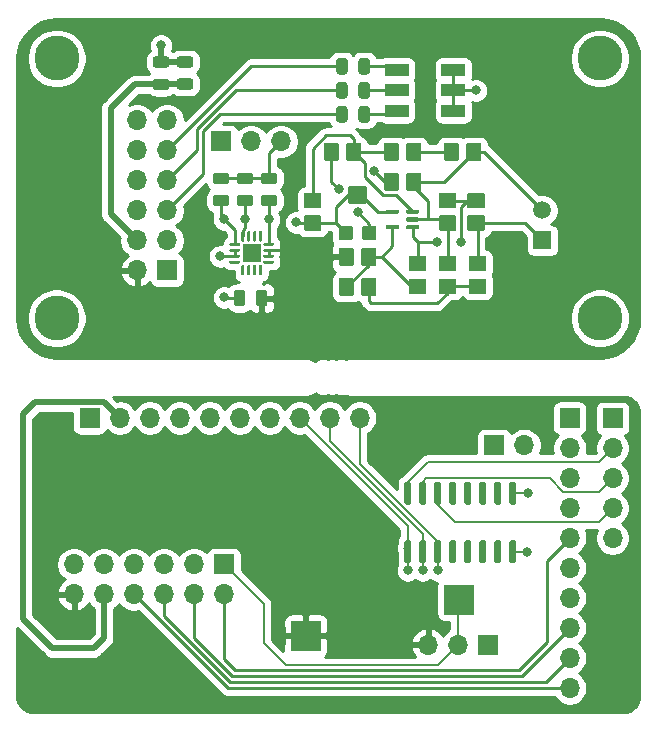
<source format=gbr>
G04 #@! TF.GenerationSoftware,KiCad,Pcbnew,(5.1.6)-1*
G04 #@! TF.CreationDate,2020-07-08T14:04:07+02:00*
G04 #@! TF.ProjectId,InteractiveGuitar,496e7465-7261-4637-9469-766547756974,rev?*
G04 #@! TF.SameCoordinates,Original*
G04 #@! TF.FileFunction,Copper,L1,Top*
G04 #@! TF.FilePolarity,Positive*
%FSLAX46Y46*%
G04 Gerber Fmt 4.6, Leading zero omitted, Abs format (unit mm)*
G04 Created by KiCad (PCBNEW (5.1.6)-1) date 2020-07-08 14:04:07*
%MOMM*%
%LPD*%
G01*
G04 APERTURE LIST*
G04 #@! TA.AperFunction,ComponentPad*
%ADD10O,1.700000X1.700000*%
G04 #@! TD*
G04 #@! TA.AperFunction,ComponentPad*
%ADD11R,1.700000X1.700000*%
G04 #@! TD*
G04 #@! TA.AperFunction,SMDPad,CuDef*
%ADD12R,2.500000X2.500000*%
G04 #@! TD*
G04 #@! TA.AperFunction,SMDPad,CuDef*
%ADD13R,2.000000X1.100000*%
G04 #@! TD*
G04 #@! TA.AperFunction,ComponentPad*
%ADD14C,1.500000*%
G04 #@! TD*
G04 #@! TA.AperFunction,ComponentPad*
%ADD15R,1.500000X1.500000*%
G04 #@! TD*
G04 #@! TA.AperFunction,SMDPad,CuDef*
%ADD16R,1.600000X1.600000*%
G04 #@! TD*
G04 #@! TA.AperFunction,ComponentPad*
%ADD17C,3.800000*%
G04 #@! TD*
G04 #@! TA.AperFunction,ViaPad*
%ADD18C,0.800000*%
G04 #@! TD*
G04 #@! TA.AperFunction,Conductor*
%ADD19C,0.250000*%
G04 #@! TD*
G04 #@! TA.AperFunction,Conductor*
%ADD20C,0.500000*%
G04 #@! TD*
G04 #@! TA.AperFunction,Conductor*
%ADD21C,0.200000*%
G04 #@! TD*
G04 #@! TA.AperFunction,Conductor*
%ADD22C,0.254000*%
G04 #@! TD*
G04 APERTURE END LIST*
D10*
X163576000Y-106743500D03*
D11*
X161036000Y-106743500D03*
G04 #@! TA.AperFunction,SMDPad,CuDef*
G36*
G01*
X153883500Y-111785500D02*
X153583500Y-111785500D01*
G75*
G02*
X153433500Y-111635500I0J150000D01*
G01*
X153433500Y-109985500D01*
G75*
G02*
X153583500Y-109835500I150000J0D01*
G01*
X153883500Y-109835500D01*
G75*
G02*
X154033500Y-109985500I0J-150000D01*
G01*
X154033500Y-111635500D01*
G75*
G02*
X153883500Y-111785500I-150000J0D01*
G01*
G37*
G04 #@! TD.AperFunction*
G04 #@! TA.AperFunction,SMDPad,CuDef*
G36*
G01*
X155153500Y-111785500D02*
X154853500Y-111785500D01*
G75*
G02*
X154703500Y-111635500I0J150000D01*
G01*
X154703500Y-109985500D01*
G75*
G02*
X154853500Y-109835500I150000J0D01*
G01*
X155153500Y-109835500D01*
G75*
G02*
X155303500Y-109985500I0J-150000D01*
G01*
X155303500Y-111635500D01*
G75*
G02*
X155153500Y-111785500I-150000J0D01*
G01*
G37*
G04 #@! TD.AperFunction*
G04 #@! TA.AperFunction,SMDPad,CuDef*
G36*
G01*
X156423500Y-111785500D02*
X156123500Y-111785500D01*
G75*
G02*
X155973500Y-111635500I0J150000D01*
G01*
X155973500Y-109985500D01*
G75*
G02*
X156123500Y-109835500I150000J0D01*
G01*
X156423500Y-109835500D01*
G75*
G02*
X156573500Y-109985500I0J-150000D01*
G01*
X156573500Y-111635500D01*
G75*
G02*
X156423500Y-111785500I-150000J0D01*
G01*
G37*
G04 #@! TD.AperFunction*
G04 #@! TA.AperFunction,SMDPad,CuDef*
G36*
G01*
X157693500Y-111785500D02*
X157393500Y-111785500D01*
G75*
G02*
X157243500Y-111635500I0J150000D01*
G01*
X157243500Y-109985500D01*
G75*
G02*
X157393500Y-109835500I150000J0D01*
G01*
X157693500Y-109835500D01*
G75*
G02*
X157843500Y-109985500I0J-150000D01*
G01*
X157843500Y-111635500D01*
G75*
G02*
X157693500Y-111785500I-150000J0D01*
G01*
G37*
G04 #@! TD.AperFunction*
G04 #@! TA.AperFunction,SMDPad,CuDef*
G36*
G01*
X158963500Y-111785500D02*
X158663500Y-111785500D01*
G75*
G02*
X158513500Y-111635500I0J150000D01*
G01*
X158513500Y-109985500D01*
G75*
G02*
X158663500Y-109835500I150000J0D01*
G01*
X158963500Y-109835500D01*
G75*
G02*
X159113500Y-109985500I0J-150000D01*
G01*
X159113500Y-111635500D01*
G75*
G02*
X158963500Y-111785500I-150000J0D01*
G01*
G37*
G04 #@! TD.AperFunction*
G04 #@! TA.AperFunction,SMDPad,CuDef*
G36*
G01*
X160233500Y-111785500D02*
X159933500Y-111785500D01*
G75*
G02*
X159783500Y-111635500I0J150000D01*
G01*
X159783500Y-109985500D01*
G75*
G02*
X159933500Y-109835500I150000J0D01*
G01*
X160233500Y-109835500D01*
G75*
G02*
X160383500Y-109985500I0J-150000D01*
G01*
X160383500Y-111635500D01*
G75*
G02*
X160233500Y-111785500I-150000J0D01*
G01*
G37*
G04 #@! TD.AperFunction*
G04 #@! TA.AperFunction,SMDPad,CuDef*
G36*
G01*
X161503500Y-111785500D02*
X161203500Y-111785500D01*
G75*
G02*
X161053500Y-111635500I0J150000D01*
G01*
X161053500Y-109985500D01*
G75*
G02*
X161203500Y-109835500I150000J0D01*
G01*
X161503500Y-109835500D01*
G75*
G02*
X161653500Y-109985500I0J-150000D01*
G01*
X161653500Y-111635500D01*
G75*
G02*
X161503500Y-111785500I-150000J0D01*
G01*
G37*
G04 #@! TD.AperFunction*
G04 #@! TA.AperFunction,SMDPad,CuDef*
G36*
G01*
X162773500Y-111785500D02*
X162473500Y-111785500D01*
G75*
G02*
X162323500Y-111635500I0J150000D01*
G01*
X162323500Y-109985500D01*
G75*
G02*
X162473500Y-109835500I150000J0D01*
G01*
X162773500Y-109835500D01*
G75*
G02*
X162923500Y-109985500I0J-150000D01*
G01*
X162923500Y-111635500D01*
G75*
G02*
X162773500Y-111785500I-150000J0D01*
G01*
G37*
G04 #@! TD.AperFunction*
G04 #@! TA.AperFunction,SMDPad,CuDef*
G36*
G01*
X162773500Y-116735500D02*
X162473500Y-116735500D01*
G75*
G02*
X162323500Y-116585500I0J150000D01*
G01*
X162323500Y-114935500D01*
G75*
G02*
X162473500Y-114785500I150000J0D01*
G01*
X162773500Y-114785500D01*
G75*
G02*
X162923500Y-114935500I0J-150000D01*
G01*
X162923500Y-116585500D01*
G75*
G02*
X162773500Y-116735500I-150000J0D01*
G01*
G37*
G04 #@! TD.AperFunction*
G04 #@! TA.AperFunction,SMDPad,CuDef*
G36*
G01*
X161503500Y-116735500D02*
X161203500Y-116735500D01*
G75*
G02*
X161053500Y-116585500I0J150000D01*
G01*
X161053500Y-114935500D01*
G75*
G02*
X161203500Y-114785500I150000J0D01*
G01*
X161503500Y-114785500D01*
G75*
G02*
X161653500Y-114935500I0J-150000D01*
G01*
X161653500Y-116585500D01*
G75*
G02*
X161503500Y-116735500I-150000J0D01*
G01*
G37*
G04 #@! TD.AperFunction*
G04 #@! TA.AperFunction,SMDPad,CuDef*
G36*
G01*
X160233500Y-116735500D02*
X159933500Y-116735500D01*
G75*
G02*
X159783500Y-116585500I0J150000D01*
G01*
X159783500Y-114935500D01*
G75*
G02*
X159933500Y-114785500I150000J0D01*
G01*
X160233500Y-114785500D01*
G75*
G02*
X160383500Y-114935500I0J-150000D01*
G01*
X160383500Y-116585500D01*
G75*
G02*
X160233500Y-116735500I-150000J0D01*
G01*
G37*
G04 #@! TD.AperFunction*
G04 #@! TA.AperFunction,SMDPad,CuDef*
G36*
G01*
X158963500Y-116735500D02*
X158663500Y-116735500D01*
G75*
G02*
X158513500Y-116585500I0J150000D01*
G01*
X158513500Y-114935500D01*
G75*
G02*
X158663500Y-114785500I150000J0D01*
G01*
X158963500Y-114785500D01*
G75*
G02*
X159113500Y-114935500I0J-150000D01*
G01*
X159113500Y-116585500D01*
G75*
G02*
X158963500Y-116735500I-150000J0D01*
G01*
G37*
G04 #@! TD.AperFunction*
G04 #@! TA.AperFunction,SMDPad,CuDef*
G36*
G01*
X157693500Y-116735500D02*
X157393500Y-116735500D01*
G75*
G02*
X157243500Y-116585500I0J150000D01*
G01*
X157243500Y-114935500D01*
G75*
G02*
X157393500Y-114785500I150000J0D01*
G01*
X157693500Y-114785500D01*
G75*
G02*
X157843500Y-114935500I0J-150000D01*
G01*
X157843500Y-116585500D01*
G75*
G02*
X157693500Y-116735500I-150000J0D01*
G01*
G37*
G04 #@! TD.AperFunction*
G04 #@! TA.AperFunction,SMDPad,CuDef*
G36*
G01*
X156423500Y-116735500D02*
X156123500Y-116735500D01*
G75*
G02*
X155973500Y-116585500I0J150000D01*
G01*
X155973500Y-114935500D01*
G75*
G02*
X156123500Y-114785500I150000J0D01*
G01*
X156423500Y-114785500D01*
G75*
G02*
X156573500Y-114935500I0J-150000D01*
G01*
X156573500Y-116585500D01*
G75*
G02*
X156423500Y-116735500I-150000J0D01*
G01*
G37*
G04 #@! TD.AperFunction*
G04 #@! TA.AperFunction,SMDPad,CuDef*
G36*
G01*
X155153500Y-116735500D02*
X154853500Y-116735500D01*
G75*
G02*
X154703500Y-116585500I0J150000D01*
G01*
X154703500Y-114935500D01*
G75*
G02*
X154853500Y-114785500I150000J0D01*
G01*
X155153500Y-114785500D01*
G75*
G02*
X155303500Y-114935500I0J-150000D01*
G01*
X155303500Y-116585500D01*
G75*
G02*
X155153500Y-116735500I-150000J0D01*
G01*
G37*
G04 #@! TD.AperFunction*
G04 #@! TA.AperFunction,SMDPad,CuDef*
G36*
G01*
X153883500Y-116735500D02*
X153583500Y-116735500D01*
G75*
G02*
X153433500Y-116585500I0J150000D01*
G01*
X153433500Y-114935500D01*
G75*
G02*
X153583500Y-114785500I150000J0D01*
G01*
X153883500Y-114785500D01*
G75*
G02*
X154033500Y-114935500I0J-150000D01*
G01*
X154033500Y-116585500D01*
G75*
G02*
X153883500Y-116735500I-150000J0D01*
G01*
G37*
G04 #@! TD.AperFunction*
G04 #@! TA.AperFunction,SMDPad,CuDef*
G36*
G01*
X133298250Y-74797500D02*
X132385750Y-74797500D01*
G75*
G02*
X132142000Y-74553750I0J243750D01*
G01*
X132142000Y-74066250D01*
G75*
G02*
X132385750Y-73822500I243750J0D01*
G01*
X133298250Y-73822500D01*
G75*
G02*
X133542000Y-74066250I0J-243750D01*
G01*
X133542000Y-74553750D01*
G75*
G02*
X133298250Y-74797500I-243750J0D01*
G01*
G37*
G04 #@! TD.AperFunction*
G04 #@! TA.AperFunction,SMDPad,CuDef*
G36*
G01*
X133298250Y-76672500D02*
X132385750Y-76672500D01*
G75*
G02*
X132142000Y-76428750I0J243750D01*
G01*
X132142000Y-75941250D01*
G75*
G02*
X132385750Y-75697500I243750J0D01*
G01*
X133298250Y-75697500D01*
G75*
G02*
X133542000Y-75941250I0J-243750D01*
G01*
X133542000Y-76428750D01*
G75*
G02*
X133298250Y-76672500I-243750J0D01*
G01*
G37*
G04 #@! TD.AperFunction*
G04 #@! TA.AperFunction,SMDPad,CuDef*
G36*
G01*
X135330250Y-74782500D02*
X134417750Y-74782500D01*
G75*
G02*
X134174000Y-74538750I0J243750D01*
G01*
X134174000Y-74051250D01*
G75*
G02*
X134417750Y-73807500I243750J0D01*
G01*
X135330250Y-73807500D01*
G75*
G02*
X135574000Y-74051250I0J-243750D01*
G01*
X135574000Y-74538750D01*
G75*
G02*
X135330250Y-74782500I-243750J0D01*
G01*
G37*
G04 #@! TD.AperFunction*
G04 #@! TA.AperFunction,SMDPad,CuDef*
G36*
G01*
X135330250Y-76657500D02*
X134417750Y-76657500D01*
G75*
G02*
X134174000Y-76413750I0J243750D01*
G01*
X134174000Y-75926250D01*
G75*
G02*
X134417750Y-75682500I243750J0D01*
G01*
X135330250Y-75682500D01*
G75*
G02*
X135574000Y-75926250I0J-243750D01*
G01*
X135574000Y-76413750D01*
G75*
G02*
X135330250Y-76657500I-243750J0D01*
G01*
G37*
G04 #@! TD.AperFunction*
D10*
X125476000Y-119380000D03*
X125476000Y-116840000D03*
X128016000Y-119380000D03*
X128016000Y-116840000D03*
X130556000Y-119380000D03*
X130556000Y-116840000D03*
X133096000Y-119380000D03*
X133096000Y-116840000D03*
X135636000Y-119380000D03*
X135636000Y-116840000D03*
X138176000Y-119380000D03*
D11*
X138176000Y-116840000D03*
D12*
X145097500Y-122872500D03*
X158051500Y-119824500D03*
D10*
X155448000Y-123634500D03*
X157988000Y-123634500D03*
D11*
X160528000Y-123634500D03*
D10*
X143002000Y-81026000D03*
X140462000Y-81026000D03*
D11*
X137922000Y-81026000D03*
D10*
X130810000Y-79248000D03*
X133350000Y-79248000D03*
X130810000Y-81788000D03*
X133350000Y-81788000D03*
X130810000Y-84328000D03*
X133350000Y-84328000D03*
X130810000Y-86868000D03*
X133350000Y-86868000D03*
X130810000Y-89408000D03*
X133350000Y-89408000D03*
X130810000Y-91948000D03*
D11*
X133350000Y-91948000D03*
D10*
X171069000Y-114617500D03*
X171069000Y-112077500D03*
X171069000Y-109537500D03*
X171069000Y-106997500D03*
D11*
X171069000Y-104457500D03*
D13*
X152794000Y-78408000D03*
X152794000Y-76708000D03*
X152794000Y-75008000D03*
X157594000Y-75008000D03*
X157594000Y-76708000D03*
X157594000Y-78408000D03*
G04 #@! TA.AperFunction,SMDPad,CuDef*
G36*
G01*
X148648000Y-78283750D02*
X148648000Y-79196250D01*
G75*
G02*
X148404250Y-79440000I-243750J0D01*
G01*
X147916750Y-79440000D01*
G75*
G02*
X147673000Y-79196250I0J243750D01*
G01*
X147673000Y-78283750D01*
G75*
G02*
X147916750Y-78040000I243750J0D01*
G01*
X148404250Y-78040000D01*
G75*
G02*
X148648000Y-78283750I0J-243750D01*
G01*
G37*
G04 #@! TD.AperFunction*
G04 #@! TA.AperFunction,SMDPad,CuDef*
G36*
G01*
X150523000Y-78283750D02*
X150523000Y-79196250D01*
G75*
G02*
X150279250Y-79440000I-243750J0D01*
G01*
X149791750Y-79440000D01*
G75*
G02*
X149548000Y-79196250I0J243750D01*
G01*
X149548000Y-78283750D01*
G75*
G02*
X149791750Y-78040000I243750J0D01*
G01*
X150279250Y-78040000D01*
G75*
G02*
X150523000Y-78283750I0J-243750D01*
G01*
G37*
G04 #@! TD.AperFunction*
G04 #@! TA.AperFunction,SMDPad,CuDef*
G36*
G01*
X148648000Y-76251750D02*
X148648000Y-77164250D01*
G75*
G02*
X148404250Y-77408000I-243750J0D01*
G01*
X147916750Y-77408000D01*
G75*
G02*
X147673000Y-77164250I0J243750D01*
G01*
X147673000Y-76251750D01*
G75*
G02*
X147916750Y-76008000I243750J0D01*
G01*
X148404250Y-76008000D01*
G75*
G02*
X148648000Y-76251750I0J-243750D01*
G01*
G37*
G04 #@! TD.AperFunction*
G04 #@! TA.AperFunction,SMDPad,CuDef*
G36*
G01*
X150523000Y-76251750D02*
X150523000Y-77164250D01*
G75*
G02*
X150279250Y-77408000I-243750J0D01*
G01*
X149791750Y-77408000D01*
G75*
G02*
X149548000Y-77164250I0J243750D01*
G01*
X149548000Y-76251750D01*
G75*
G02*
X149791750Y-76008000I243750J0D01*
G01*
X150279250Y-76008000D01*
G75*
G02*
X150523000Y-76251750I0J-243750D01*
G01*
G37*
G04 #@! TD.AperFunction*
G04 #@! TA.AperFunction,SMDPad,CuDef*
G36*
G01*
X148648000Y-74207750D02*
X148648000Y-75120250D01*
G75*
G02*
X148404250Y-75364000I-243750J0D01*
G01*
X147916750Y-75364000D01*
G75*
G02*
X147673000Y-75120250I0J243750D01*
G01*
X147673000Y-74207750D01*
G75*
G02*
X147916750Y-73964000I243750J0D01*
G01*
X148404250Y-73964000D01*
G75*
G02*
X148648000Y-74207750I0J-243750D01*
G01*
G37*
G04 #@! TD.AperFunction*
G04 #@! TA.AperFunction,SMDPad,CuDef*
G36*
G01*
X150523000Y-74207750D02*
X150523000Y-75120250D01*
G75*
G02*
X150279250Y-75364000I-243750J0D01*
G01*
X149791750Y-75364000D01*
G75*
G02*
X149548000Y-75120250I0J243750D01*
G01*
X149548000Y-74207750D01*
G75*
G02*
X149791750Y-73964000I243750J0D01*
G01*
X150279250Y-73964000D01*
G75*
G02*
X150523000Y-74207750I0J-243750D01*
G01*
G37*
G04 #@! TD.AperFunction*
G04 #@! TA.AperFunction,SMDPad,CuDef*
G36*
G01*
X138378250Y-84640000D02*
X137465750Y-84640000D01*
G75*
G02*
X137222000Y-84396250I0J243750D01*
G01*
X137222000Y-83908750D01*
G75*
G02*
X137465750Y-83665000I243750J0D01*
G01*
X138378250Y-83665000D01*
G75*
G02*
X138622000Y-83908750I0J-243750D01*
G01*
X138622000Y-84396250D01*
G75*
G02*
X138378250Y-84640000I-243750J0D01*
G01*
G37*
G04 #@! TD.AperFunction*
G04 #@! TA.AperFunction,SMDPad,CuDef*
G36*
G01*
X138378250Y-86515000D02*
X137465750Y-86515000D01*
G75*
G02*
X137222000Y-86271250I0J243750D01*
G01*
X137222000Y-85783750D01*
G75*
G02*
X137465750Y-85540000I243750J0D01*
G01*
X138378250Y-85540000D01*
G75*
G02*
X138622000Y-85783750I0J-243750D01*
G01*
X138622000Y-86271250D01*
G75*
G02*
X138378250Y-86515000I-243750J0D01*
G01*
G37*
G04 #@! TD.AperFunction*
G04 #@! TA.AperFunction,SMDPad,CuDef*
G36*
G01*
X140410250Y-84640000D02*
X139497750Y-84640000D01*
G75*
G02*
X139254000Y-84396250I0J243750D01*
G01*
X139254000Y-83908750D01*
G75*
G02*
X139497750Y-83665000I243750J0D01*
G01*
X140410250Y-83665000D01*
G75*
G02*
X140654000Y-83908750I0J-243750D01*
G01*
X140654000Y-84396250D01*
G75*
G02*
X140410250Y-84640000I-243750J0D01*
G01*
G37*
G04 #@! TD.AperFunction*
G04 #@! TA.AperFunction,SMDPad,CuDef*
G36*
G01*
X140410250Y-86515000D02*
X139497750Y-86515000D01*
G75*
G02*
X139254000Y-86271250I0J243750D01*
G01*
X139254000Y-85783750D01*
G75*
G02*
X139497750Y-85540000I243750J0D01*
G01*
X140410250Y-85540000D01*
G75*
G02*
X140654000Y-85783750I0J-243750D01*
G01*
X140654000Y-86271250D01*
G75*
G02*
X140410250Y-86515000I-243750J0D01*
G01*
G37*
G04 #@! TD.AperFunction*
G04 #@! TA.AperFunction,SMDPad,CuDef*
G36*
G01*
X142442250Y-84640000D02*
X141529750Y-84640000D01*
G75*
G02*
X141286000Y-84396250I0J243750D01*
G01*
X141286000Y-83908750D01*
G75*
G02*
X141529750Y-83665000I243750J0D01*
G01*
X142442250Y-83665000D01*
G75*
G02*
X142686000Y-83908750I0J-243750D01*
G01*
X142686000Y-84396250D01*
G75*
G02*
X142442250Y-84640000I-243750J0D01*
G01*
G37*
G04 #@! TD.AperFunction*
G04 #@! TA.AperFunction,SMDPad,CuDef*
G36*
G01*
X142442250Y-86515000D02*
X141529750Y-86515000D01*
G75*
G02*
X141286000Y-86271250I0J243750D01*
G01*
X141286000Y-85783750D01*
G75*
G02*
X141529750Y-85540000I243750J0D01*
G01*
X142442250Y-85540000D01*
G75*
G02*
X142686000Y-85783750I0J-243750D01*
G01*
X142686000Y-86271250D01*
G75*
G02*
X142442250Y-86515000I-243750J0D01*
G01*
G37*
G04 #@! TD.AperFunction*
G04 #@! TA.AperFunction,SMDPad,CuDef*
G36*
G01*
X139972000Y-93835750D02*
X139972000Y-94748250D01*
G75*
G02*
X139728250Y-94992000I-243750J0D01*
G01*
X139240750Y-94992000D01*
G75*
G02*
X138997000Y-94748250I0J243750D01*
G01*
X138997000Y-93835750D01*
G75*
G02*
X139240750Y-93592000I243750J0D01*
G01*
X139728250Y-93592000D01*
G75*
G02*
X139972000Y-93835750I0J-243750D01*
G01*
G37*
G04 #@! TD.AperFunction*
G04 #@! TA.AperFunction,SMDPad,CuDef*
G36*
G01*
X141847000Y-93835750D02*
X141847000Y-94748250D01*
G75*
G02*
X141603250Y-94992000I-243750J0D01*
G01*
X141115750Y-94992000D01*
G75*
G02*
X140872000Y-94748250I0J243750D01*
G01*
X140872000Y-93835750D01*
G75*
G02*
X141115750Y-93592000I243750J0D01*
G01*
X141603250Y-93592000D01*
G75*
G02*
X141847000Y-93835750I0J-243750D01*
G01*
G37*
G04 #@! TD.AperFunction*
D14*
X165132000Y-86868000D03*
D15*
X165132000Y-89408000D03*
G04 #@! TA.AperFunction,SMDPad,CuDef*
G36*
G01*
X149879000Y-89293400D02*
X149879000Y-88296600D01*
G75*
G02*
X149980600Y-88195000I101600J0D01*
G01*
X150977400Y-88195000D01*
G75*
G02*
X151079000Y-88296600I0J-101600D01*
G01*
X151079000Y-89293400D01*
G75*
G02*
X150977400Y-89395000I-101600J0D01*
G01*
X149980600Y-89395000D01*
G75*
G02*
X149879000Y-89293400I0J101600D01*
G01*
G37*
G04 #@! TD.AperFunction*
G04 #@! TA.AperFunction,SMDPad,CuDef*
G36*
G01*
X147879000Y-89293400D02*
X147879000Y-88296600D01*
G75*
G02*
X147980600Y-88195000I101600J0D01*
G01*
X148977400Y-88195000D01*
G75*
G02*
X149079000Y-88296600I0J-101600D01*
G01*
X149079000Y-89293400D01*
G75*
G02*
X148977400Y-89395000I-101600J0D01*
G01*
X147980600Y-89395000D01*
G75*
G02*
X147879000Y-89293400I0J101600D01*
G01*
G37*
G04 #@! TD.AperFunction*
G04 #@! TA.AperFunction,SMDPad,CuDef*
G36*
G01*
X148679000Y-86193400D02*
X148679000Y-84896600D01*
G75*
G02*
X148780600Y-84795000I101600J0D01*
G01*
X150177400Y-84795000D01*
G75*
G02*
X150279000Y-84896600I0J-101600D01*
G01*
X150279000Y-86193400D01*
G75*
G02*
X150177400Y-86295000I-101600J0D01*
G01*
X148780600Y-86295000D01*
G75*
G02*
X148679000Y-86193400I0J101600D01*
G01*
G37*
G04 #@! TD.AperFunction*
G04 #@! TA.AperFunction,SMDPad,CuDef*
G36*
G01*
X152912400Y-88455000D02*
X151965600Y-88455000D01*
G75*
G02*
X151864000Y-88353400I0J101600D01*
G01*
X151864000Y-88206600D01*
G75*
G02*
X151965600Y-88105000I101600J0D01*
G01*
X152912400Y-88105000D01*
G75*
G02*
X153014000Y-88206600I0J-101600D01*
G01*
X153014000Y-88353400D01*
G75*
G02*
X152912400Y-88455000I-101600J0D01*
G01*
G37*
G04 #@! TD.AperFunction*
G04 #@! TA.AperFunction,SMDPad,CuDef*
G36*
G01*
X152912400Y-87155000D02*
X151965600Y-87155000D01*
G75*
G02*
X151864000Y-87053400I0J101600D01*
G01*
X151864000Y-86906600D01*
G75*
G02*
X151965600Y-86805000I101600J0D01*
G01*
X152912400Y-86805000D01*
G75*
G02*
X153014000Y-86906600I0J-101600D01*
G01*
X153014000Y-87053400D01*
G75*
G02*
X152912400Y-87155000I-101600J0D01*
G01*
G37*
G04 #@! TD.AperFunction*
G04 #@! TA.AperFunction,SMDPad,CuDef*
G36*
G01*
X154612400Y-87155000D02*
X153665600Y-87155000D01*
G75*
G02*
X153564000Y-87053400I0J101600D01*
G01*
X153564000Y-86906600D01*
G75*
G02*
X153665600Y-86805000I101600J0D01*
G01*
X154612400Y-86805000D01*
G75*
G02*
X154714000Y-86906600I0J-101600D01*
G01*
X154714000Y-87053400D01*
G75*
G02*
X154612400Y-87155000I-101600J0D01*
G01*
G37*
G04 #@! TD.AperFunction*
G04 #@! TA.AperFunction,SMDPad,CuDef*
G36*
G01*
X154612400Y-87805000D02*
X153665600Y-87805000D01*
G75*
G02*
X153564000Y-87703400I0J101600D01*
G01*
X153564000Y-87556600D01*
G75*
G02*
X153665600Y-87455000I101600J0D01*
G01*
X154612400Y-87455000D01*
G75*
G02*
X154714000Y-87556600I0J-101600D01*
G01*
X154714000Y-87703400D01*
G75*
G02*
X154612400Y-87805000I-101600J0D01*
G01*
G37*
G04 #@! TD.AperFunction*
G04 #@! TA.AperFunction,SMDPad,CuDef*
G36*
G01*
X154612400Y-88455000D02*
X153665600Y-88455000D01*
G75*
G02*
X153564000Y-88353400I0J101600D01*
G01*
X153564000Y-88206600D01*
G75*
G02*
X153665600Y-88105000I101600J0D01*
G01*
X154612400Y-88105000D01*
G75*
G02*
X154714000Y-88206600I0J-101600D01*
G01*
X154714000Y-88353400D01*
G75*
G02*
X154612400Y-88455000I-101600J0D01*
G01*
G37*
G04 #@! TD.AperFunction*
D16*
X140514000Y-90498000D03*
G04 #@! TA.AperFunction,SMDPad,CuDef*
G36*
G01*
X141576500Y-89623000D02*
X142326500Y-89623000D01*
G75*
G02*
X142389000Y-89685500I0J-62500D01*
G01*
X142389000Y-89810500D01*
G75*
G02*
X142326500Y-89873000I-62500J0D01*
G01*
X141576500Y-89873000D01*
G75*
G02*
X141514000Y-89810500I0J62500D01*
G01*
X141514000Y-89685500D01*
G75*
G02*
X141576500Y-89623000I62500J0D01*
G01*
G37*
G04 #@! TD.AperFunction*
G04 #@! TA.AperFunction,SMDPad,CuDef*
G36*
G01*
X141576500Y-90123000D02*
X142326500Y-90123000D01*
G75*
G02*
X142389000Y-90185500I0J-62500D01*
G01*
X142389000Y-90310500D01*
G75*
G02*
X142326500Y-90373000I-62500J0D01*
G01*
X141576500Y-90373000D01*
G75*
G02*
X141514000Y-90310500I0J62500D01*
G01*
X141514000Y-90185500D01*
G75*
G02*
X141576500Y-90123000I62500J0D01*
G01*
G37*
G04 #@! TD.AperFunction*
G04 #@! TA.AperFunction,SMDPad,CuDef*
G36*
G01*
X141576500Y-90623000D02*
X142326500Y-90623000D01*
G75*
G02*
X142389000Y-90685500I0J-62500D01*
G01*
X142389000Y-90810500D01*
G75*
G02*
X142326500Y-90873000I-62500J0D01*
G01*
X141576500Y-90873000D01*
G75*
G02*
X141514000Y-90810500I0J62500D01*
G01*
X141514000Y-90685500D01*
G75*
G02*
X141576500Y-90623000I62500J0D01*
G01*
G37*
G04 #@! TD.AperFunction*
G04 #@! TA.AperFunction,SMDPad,CuDef*
G36*
G01*
X141576500Y-91123000D02*
X142326500Y-91123000D01*
G75*
G02*
X142389000Y-91185500I0J-62500D01*
G01*
X142389000Y-91310500D01*
G75*
G02*
X142326500Y-91373000I-62500J0D01*
G01*
X141576500Y-91373000D01*
G75*
G02*
X141514000Y-91310500I0J62500D01*
G01*
X141514000Y-91185500D01*
G75*
G02*
X141576500Y-91123000I62500J0D01*
G01*
G37*
G04 #@! TD.AperFunction*
G04 #@! TA.AperFunction,SMDPad,CuDef*
G36*
G01*
X141201500Y-91498000D02*
X141326500Y-91498000D01*
G75*
G02*
X141389000Y-91560500I0J-62500D01*
G01*
X141389000Y-92310500D01*
G75*
G02*
X141326500Y-92373000I-62500J0D01*
G01*
X141201500Y-92373000D01*
G75*
G02*
X141139000Y-92310500I0J62500D01*
G01*
X141139000Y-91560500D01*
G75*
G02*
X141201500Y-91498000I62500J0D01*
G01*
G37*
G04 #@! TD.AperFunction*
G04 #@! TA.AperFunction,SMDPad,CuDef*
G36*
G01*
X140701500Y-91498000D02*
X140826500Y-91498000D01*
G75*
G02*
X140889000Y-91560500I0J-62500D01*
G01*
X140889000Y-92310500D01*
G75*
G02*
X140826500Y-92373000I-62500J0D01*
G01*
X140701500Y-92373000D01*
G75*
G02*
X140639000Y-92310500I0J62500D01*
G01*
X140639000Y-91560500D01*
G75*
G02*
X140701500Y-91498000I62500J0D01*
G01*
G37*
G04 #@! TD.AperFunction*
G04 #@! TA.AperFunction,SMDPad,CuDef*
G36*
G01*
X140201500Y-91498000D02*
X140326500Y-91498000D01*
G75*
G02*
X140389000Y-91560500I0J-62500D01*
G01*
X140389000Y-92310500D01*
G75*
G02*
X140326500Y-92373000I-62500J0D01*
G01*
X140201500Y-92373000D01*
G75*
G02*
X140139000Y-92310500I0J62500D01*
G01*
X140139000Y-91560500D01*
G75*
G02*
X140201500Y-91498000I62500J0D01*
G01*
G37*
G04 #@! TD.AperFunction*
G04 #@! TA.AperFunction,SMDPad,CuDef*
G36*
G01*
X139701500Y-91498000D02*
X139826500Y-91498000D01*
G75*
G02*
X139889000Y-91560500I0J-62500D01*
G01*
X139889000Y-92310500D01*
G75*
G02*
X139826500Y-92373000I-62500J0D01*
G01*
X139701500Y-92373000D01*
G75*
G02*
X139639000Y-92310500I0J62500D01*
G01*
X139639000Y-91560500D01*
G75*
G02*
X139701500Y-91498000I62500J0D01*
G01*
G37*
G04 #@! TD.AperFunction*
G04 #@! TA.AperFunction,SMDPad,CuDef*
G36*
G01*
X138701500Y-91123000D02*
X139451500Y-91123000D01*
G75*
G02*
X139514000Y-91185500I0J-62500D01*
G01*
X139514000Y-91310500D01*
G75*
G02*
X139451500Y-91373000I-62500J0D01*
G01*
X138701500Y-91373000D01*
G75*
G02*
X138639000Y-91310500I0J62500D01*
G01*
X138639000Y-91185500D01*
G75*
G02*
X138701500Y-91123000I62500J0D01*
G01*
G37*
G04 #@! TD.AperFunction*
G04 #@! TA.AperFunction,SMDPad,CuDef*
G36*
G01*
X138701500Y-90623000D02*
X139451500Y-90623000D01*
G75*
G02*
X139514000Y-90685500I0J-62500D01*
G01*
X139514000Y-90810500D01*
G75*
G02*
X139451500Y-90873000I-62500J0D01*
G01*
X138701500Y-90873000D01*
G75*
G02*
X138639000Y-90810500I0J62500D01*
G01*
X138639000Y-90685500D01*
G75*
G02*
X138701500Y-90623000I62500J0D01*
G01*
G37*
G04 #@! TD.AperFunction*
G04 #@! TA.AperFunction,SMDPad,CuDef*
G36*
G01*
X138701500Y-90123000D02*
X139451500Y-90123000D01*
G75*
G02*
X139514000Y-90185500I0J-62500D01*
G01*
X139514000Y-90310500D01*
G75*
G02*
X139451500Y-90373000I-62500J0D01*
G01*
X138701500Y-90373000D01*
G75*
G02*
X138639000Y-90310500I0J62500D01*
G01*
X138639000Y-90185500D01*
G75*
G02*
X138701500Y-90123000I62500J0D01*
G01*
G37*
G04 #@! TD.AperFunction*
G04 #@! TA.AperFunction,SMDPad,CuDef*
G36*
G01*
X138701500Y-89623000D02*
X139451500Y-89623000D01*
G75*
G02*
X139514000Y-89685500I0J-62500D01*
G01*
X139514000Y-89810500D01*
G75*
G02*
X139451500Y-89873000I-62500J0D01*
G01*
X138701500Y-89873000D01*
G75*
G02*
X138639000Y-89810500I0J62500D01*
G01*
X138639000Y-89685500D01*
G75*
G02*
X138701500Y-89623000I62500J0D01*
G01*
G37*
G04 #@! TD.AperFunction*
G04 #@! TA.AperFunction,SMDPad,CuDef*
G36*
G01*
X139701500Y-88623000D02*
X139826500Y-88623000D01*
G75*
G02*
X139889000Y-88685500I0J-62500D01*
G01*
X139889000Y-89435500D01*
G75*
G02*
X139826500Y-89498000I-62500J0D01*
G01*
X139701500Y-89498000D01*
G75*
G02*
X139639000Y-89435500I0J62500D01*
G01*
X139639000Y-88685500D01*
G75*
G02*
X139701500Y-88623000I62500J0D01*
G01*
G37*
G04 #@! TD.AperFunction*
G04 #@! TA.AperFunction,SMDPad,CuDef*
G36*
G01*
X140201500Y-88623000D02*
X140326500Y-88623000D01*
G75*
G02*
X140389000Y-88685500I0J-62500D01*
G01*
X140389000Y-89435500D01*
G75*
G02*
X140326500Y-89498000I-62500J0D01*
G01*
X140201500Y-89498000D01*
G75*
G02*
X140139000Y-89435500I0J62500D01*
G01*
X140139000Y-88685500D01*
G75*
G02*
X140201500Y-88623000I62500J0D01*
G01*
G37*
G04 #@! TD.AperFunction*
G04 #@! TA.AperFunction,SMDPad,CuDef*
G36*
G01*
X140701500Y-88623000D02*
X140826500Y-88623000D01*
G75*
G02*
X140889000Y-88685500I0J-62500D01*
G01*
X140889000Y-89435500D01*
G75*
G02*
X140826500Y-89498000I-62500J0D01*
G01*
X140701500Y-89498000D01*
G75*
G02*
X140639000Y-89435500I0J62500D01*
G01*
X140639000Y-88685500D01*
G75*
G02*
X140701500Y-88623000I62500J0D01*
G01*
G37*
G04 #@! TD.AperFunction*
G04 #@! TA.AperFunction,SMDPad,CuDef*
G36*
G01*
X141201500Y-88623000D02*
X141326500Y-88623000D01*
G75*
G02*
X141389000Y-88685500I0J-62500D01*
G01*
X141389000Y-89435500D01*
G75*
G02*
X141326500Y-89498000I-62500J0D01*
G01*
X141201500Y-89498000D01*
G75*
G02*
X141139000Y-89435500I0J62500D01*
G01*
X141139000Y-88685500D01*
G75*
G02*
X141201500Y-88623000I62500J0D01*
G01*
G37*
G04 #@! TD.AperFunction*
G04 #@! TA.AperFunction,SMDPad,CuDef*
G36*
G01*
X147909000Y-81266600D02*
X147909000Y-82563400D01*
G75*
G02*
X147807400Y-82665000I-101600J0D01*
G01*
X146710600Y-82665000D01*
G75*
G02*
X146609000Y-82563400I0J101600D01*
G01*
X146609000Y-81266600D01*
G75*
G02*
X146710600Y-81165000I101600J0D01*
G01*
X147807400Y-81165000D01*
G75*
G02*
X147909000Y-81266600I0J-101600D01*
G01*
G37*
G04 #@! TD.AperFunction*
G04 #@! TA.AperFunction,SMDPad,CuDef*
G36*
G01*
X149809000Y-81266600D02*
X149809000Y-82563400D01*
G75*
G02*
X149707400Y-82665000I-101600J0D01*
G01*
X148610600Y-82665000D01*
G75*
G02*
X148509000Y-82563400I0J101600D01*
G01*
X148509000Y-81266600D01*
G75*
G02*
X148610600Y-81165000I101600J0D01*
G01*
X149707400Y-81165000D01*
G75*
G02*
X149809000Y-81266600I0J-101600D01*
G01*
G37*
G04 #@! TD.AperFunction*
G04 #@! TA.AperFunction,SMDPad,CuDef*
G36*
G01*
X156450600Y-87295000D02*
X157747400Y-87295000D01*
G75*
G02*
X157849000Y-87396600I0J-101600D01*
G01*
X157849000Y-88493400D01*
G75*
G02*
X157747400Y-88595000I-101600J0D01*
G01*
X156450600Y-88595000D01*
G75*
G02*
X156349000Y-88493400I0J101600D01*
G01*
X156349000Y-87396600D01*
G75*
G02*
X156450600Y-87295000I101600J0D01*
G01*
G37*
G04 #@! TD.AperFunction*
G04 #@! TA.AperFunction,SMDPad,CuDef*
G36*
G01*
X156450600Y-85395000D02*
X157747400Y-85395000D01*
G75*
G02*
X157849000Y-85496600I0J-101600D01*
G01*
X157849000Y-86593400D01*
G75*
G02*
X157747400Y-86695000I-101600J0D01*
G01*
X156450600Y-86695000D01*
G75*
G02*
X156349000Y-86593400I0J101600D01*
G01*
X156349000Y-85496600D01*
G75*
G02*
X156450600Y-85395000I101600J0D01*
G01*
G37*
G04 #@! TD.AperFunction*
G04 #@! TA.AperFunction,SMDPad,CuDef*
G36*
G01*
X155207400Y-92035000D02*
X153910600Y-92035000D01*
G75*
G02*
X153809000Y-91933400I0J101600D01*
G01*
X153809000Y-90836600D01*
G75*
G02*
X153910600Y-90735000I101600J0D01*
G01*
X155207400Y-90735000D01*
G75*
G02*
X155309000Y-90836600I0J-101600D01*
G01*
X155309000Y-91933400D01*
G75*
G02*
X155207400Y-92035000I-101600J0D01*
G01*
G37*
G04 #@! TD.AperFunction*
G04 #@! TA.AperFunction,SMDPad,CuDef*
G36*
G01*
X155207400Y-93935000D02*
X153910600Y-93935000D01*
G75*
G02*
X153809000Y-93833400I0J101600D01*
G01*
X153809000Y-92736600D01*
G75*
G02*
X153910600Y-92635000I101600J0D01*
G01*
X155207400Y-92635000D01*
G75*
G02*
X155309000Y-92736600I0J-101600D01*
G01*
X155309000Y-93833400D01*
G75*
G02*
X155207400Y-93935000I-101600J0D01*
G01*
G37*
G04 #@! TD.AperFunction*
G04 #@! TA.AperFunction,SMDPad,CuDef*
G36*
G01*
X152989000Y-81266600D02*
X152989000Y-82563400D01*
G75*
G02*
X152887400Y-82665000I-101600J0D01*
G01*
X151790600Y-82665000D01*
G75*
G02*
X151689000Y-82563400I0J101600D01*
G01*
X151689000Y-81266600D01*
G75*
G02*
X151790600Y-81165000I101600J0D01*
G01*
X152887400Y-81165000D01*
G75*
G02*
X152989000Y-81266600I0J-101600D01*
G01*
G37*
G04 #@! TD.AperFunction*
G04 #@! TA.AperFunction,SMDPad,CuDef*
G36*
G01*
X154889000Y-81266600D02*
X154889000Y-82563400D01*
G75*
G02*
X154787400Y-82665000I-101600J0D01*
G01*
X153690600Y-82665000D01*
G75*
G02*
X153589000Y-82563400I0J101600D01*
G01*
X153589000Y-81266600D01*
G75*
G02*
X153690600Y-81165000I101600J0D01*
G01*
X154787400Y-81165000D01*
G75*
G02*
X154889000Y-81266600I0J-101600D01*
G01*
G37*
G04 #@! TD.AperFunction*
G04 #@! TA.AperFunction,SMDPad,CuDef*
G36*
G01*
X160287400Y-92035000D02*
X158990600Y-92035000D01*
G75*
G02*
X158889000Y-91933400I0J101600D01*
G01*
X158889000Y-90836600D01*
G75*
G02*
X158990600Y-90735000I101600J0D01*
G01*
X160287400Y-90735000D01*
G75*
G02*
X160389000Y-90836600I0J-101600D01*
G01*
X160389000Y-91933400D01*
G75*
G02*
X160287400Y-92035000I-101600J0D01*
G01*
G37*
G04 #@! TD.AperFunction*
G04 #@! TA.AperFunction,SMDPad,CuDef*
G36*
G01*
X160287400Y-93935000D02*
X158990600Y-93935000D01*
G75*
G02*
X158889000Y-93833400I0J101600D01*
G01*
X158889000Y-92736600D01*
G75*
G02*
X158990600Y-92635000I101600J0D01*
G01*
X160287400Y-92635000D01*
G75*
G02*
X160389000Y-92736600I0J-101600D01*
G01*
X160389000Y-93833400D01*
G75*
G02*
X160287400Y-93935000I-101600J0D01*
G01*
G37*
G04 #@! TD.AperFunction*
G04 #@! TA.AperFunction,SMDPad,CuDef*
G36*
G01*
X149779000Y-93993400D02*
X149779000Y-92696600D01*
G75*
G02*
X149880600Y-92595000I101600J0D01*
G01*
X150977400Y-92595000D01*
G75*
G02*
X151079000Y-92696600I0J-101600D01*
G01*
X151079000Y-93993400D01*
G75*
G02*
X150977400Y-94095000I-101600J0D01*
G01*
X149880600Y-94095000D01*
G75*
G02*
X149779000Y-93993400I0J101600D01*
G01*
G37*
G04 #@! TD.AperFunction*
G04 #@! TA.AperFunction,SMDPad,CuDef*
G36*
G01*
X147879000Y-93993400D02*
X147879000Y-92696600D01*
G75*
G02*
X147980600Y-92595000I101600J0D01*
G01*
X149077400Y-92595000D01*
G75*
G02*
X149179000Y-92696600I0J-101600D01*
G01*
X149179000Y-93993400D01*
G75*
G02*
X149077400Y-94095000I-101600J0D01*
G01*
X147980600Y-94095000D01*
G75*
G02*
X147879000Y-93993400I0J101600D01*
G01*
G37*
G04 #@! TD.AperFunction*
D10*
X149669500Y-104442500D03*
X147129500Y-104442500D03*
X144589500Y-104442500D03*
X142049500Y-104442500D03*
X139509500Y-104442500D03*
X136969500Y-104442500D03*
X134429500Y-104442500D03*
X131889500Y-104442500D03*
X129349500Y-104442500D03*
D11*
X126809500Y-104442500D03*
D10*
X167449500Y-127302500D03*
X167449500Y-124762500D03*
X167449500Y-122222500D03*
X167449500Y-119682500D03*
X167449500Y-117142500D03*
X167449500Y-114602500D03*
X167449500Y-112062500D03*
X167449500Y-109522500D03*
X167449500Y-106982500D03*
D11*
X167449500Y-104442500D03*
D17*
X170000000Y-74000000D03*
X170000000Y-96000000D03*
X124000000Y-96000000D03*
X124000000Y-74000000D03*
G04 #@! TA.AperFunction,SMDPad,CuDef*
G36*
G01*
X153589000Y-85103400D02*
X153589000Y-83806600D01*
G75*
G02*
X153690600Y-83705000I101600J0D01*
G01*
X154787400Y-83705000D01*
G75*
G02*
X154889000Y-83806600I0J-101600D01*
G01*
X154889000Y-85103400D01*
G75*
G02*
X154787400Y-85205000I-101600J0D01*
G01*
X153690600Y-85205000D01*
G75*
G02*
X153589000Y-85103400I0J101600D01*
G01*
G37*
G04 #@! TD.AperFunction*
G04 #@! TA.AperFunction,SMDPad,CuDef*
G36*
G01*
X151689000Y-85103400D02*
X151689000Y-83806600D01*
G75*
G02*
X151790600Y-83705000I101600J0D01*
G01*
X152887400Y-83705000D01*
G75*
G02*
X152989000Y-83806600I0J-101600D01*
G01*
X152989000Y-85103400D01*
G75*
G02*
X152887400Y-85205000I-101600J0D01*
G01*
X151790600Y-85205000D01*
G75*
G02*
X151689000Y-85103400I0J101600D01*
G01*
G37*
G04 #@! TD.AperFunction*
G04 #@! TA.AperFunction,SMDPad,CuDef*
G36*
G01*
X149179000Y-90156600D02*
X149179000Y-91453400D01*
G75*
G02*
X149077400Y-91555000I-101600J0D01*
G01*
X147980600Y-91555000D01*
G75*
G02*
X147879000Y-91453400I0J101600D01*
G01*
X147879000Y-90156600D01*
G75*
G02*
X147980600Y-90055000I101600J0D01*
G01*
X149077400Y-90055000D01*
G75*
G02*
X149179000Y-90156600I0J-101600D01*
G01*
G37*
G04 #@! TD.AperFunction*
G04 #@! TA.AperFunction,SMDPad,CuDef*
G36*
G01*
X151079000Y-90156600D02*
X151079000Y-91453400D01*
G75*
G02*
X150977400Y-91555000I-101600J0D01*
G01*
X149880600Y-91555000D01*
G75*
G02*
X149779000Y-91453400I0J101600D01*
G01*
X149779000Y-90156600D01*
G75*
G02*
X149880600Y-90055000I101600J0D01*
G01*
X150977400Y-90055000D01*
G75*
G02*
X151079000Y-90156600I0J-101600D01*
G01*
G37*
G04 #@! TD.AperFunction*
G04 #@! TA.AperFunction,SMDPad,CuDef*
G36*
G01*
X145020600Y-87295000D02*
X146317400Y-87295000D01*
G75*
G02*
X146419000Y-87396600I0J-101600D01*
G01*
X146419000Y-88493400D01*
G75*
G02*
X146317400Y-88595000I-101600J0D01*
G01*
X145020600Y-88595000D01*
G75*
G02*
X144919000Y-88493400I0J101600D01*
G01*
X144919000Y-87396600D01*
G75*
G02*
X145020600Y-87295000I101600J0D01*
G01*
G37*
G04 #@! TD.AperFunction*
G04 #@! TA.AperFunction,SMDPad,CuDef*
G36*
G01*
X145020600Y-85395000D02*
X146317400Y-85395000D01*
G75*
G02*
X146419000Y-85496600I0J-101600D01*
G01*
X146419000Y-86593400D01*
G75*
G02*
X146317400Y-86695000I-101600J0D01*
G01*
X145020600Y-86695000D01*
G75*
G02*
X144919000Y-86593400I0J101600D01*
G01*
X144919000Y-85496600D01*
G75*
G02*
X145020600Y-85395000I101600J0D01*
G01*
G37*
G04 #@! TD.AperFunction*
G04 #@! TA.AperFunction,SMDPad,CuDef*
G36*
G01*
X158669000Y-82563400D02*
X158669000Y-81266600D01*
G75*
G02*
X158770600Y-81165000I101600J0D01*
G01*
X159867400Y-81165000D01*
G75*
G02*
X159969000Y-81266600I0J-101600D01*
G01*
X159969000Y-82563400D01*
G75*
G02*
X159867400Y-82665000I-101600J0D01*
G01*
X158770600Y-82665000D01*
G75*
G02*
X158669000Y-82563400I0J101600D01*
G01*
G37*
G04 #@! TD.AperFunction*
G04 #@! TA.AperFunction,SMDPad,CuDef*
G36*
G01*
X156769000Y-82563400D02*
X156769000Y-81266600D01*
G75*
G02*
X156870600Y-81165000I101600J0D01*
G01*
X157967400Y-81165000D01*
G75*
G02*
X158069000Y-81266600I0J-101600D01*
G01*
X158069000Y-82563400D01*
G75*
G02*
X157967400Y-82665000I-101600J0D01*
G01*
X156870600Y-82665000D01*
G75*
G02*
X156769000Y-82563400I0J101600D01*
G01*
G37*
G04 #@! TD.AperFunction*
G04 #@! TA.AperFunction,SMDPad,CuDef*
G36*
G01*
X157747400Y-92035000D02*
X156450600Y-92035000D01*
G75*
G02*
X156349000Y-91933400I0J101600D01*
G01*
X156349000Y-90836600D01*
G75*
G02*
X156450600Y-90735000I101600J0D01*
G01*
X157747400Y-90735000D01*
G75*
G02*
X157849000Y-90836600I0J-101600D01*
G01*
X157849000Y-91933400D01*
G75*
G02*
X157747400Y-92035000I-101600J0D01*
G01*
G37*
G04 #@! TD.AperFunction*
G04 #@! TA.AperFunction,SMDPad,CuDef*
G36*
G01*
X157747400Y-93935000D02*
X156450600Y-93935000D01*
G75*
G02*
X156349000Y-93833400I0J101600D01*
G01*
X156349000Y-92736600D01*
G75*
G02*
X156450600Y-92635000I101600J0D01*
G01*
X157747400Y-92635000D01*
G75*
G02*
X157849000Y-92736600I0J-101600D01*
G01*
X157849000Y-93833400D01*
G75*
G02*
X157747400Y-93935000I-101600J0D01*
G01*
G37*
G04 #@! TD.AperFunction*
G04 #@! TA.AperFunction,SMDPad,CuDef*
G36*
G01*
X158863600Y-87295000D02*
X160160400Y-87295000D01*
G75*
G02*
X160262000Y-87396600I0J-101600D01*
G01*
X160262000Y-88493400D01*
G75*
G02*
X160160400Y-88595000I-101600J0D01*
G01*
X158863600Y-88595000D01*
G75*
G02*
X158762000Y-88493400I0J101600D01*
G01*
X158762000Y-87396600D01*
G75*
G02*
X158863600Y-87295000I101600J0D01*
G01*
G37*
G04 #@! TD.AperFunction*
G04 #@! TA.AperFunction,SMDPad,CuDef*
G36*
G01*
X158863600Y-85395000D02*
X160160400Y-85395000D01*
G75*
G02*
X160262000Y-85496600I0J-101600D01*
G01*
X160262000Y-86593400D01*
G75*
G02*
X160160400Y-86695000I-101600J0D01*
G01*
X158863600Y-86695000D01*
G75*
G02*
X158762000Y-86593400I0J101600D01*
G01*
X158762000Y-85496600D01*
G75*
G02*
X158863600Y-85395000I101600J0D01*
G01*
G37*
G04 #@! TD.AperFunction*
D18*
X150876000Y-83566000D03*
X159512000Y-76708000D03*
X137852000Y-90748000D03*
X138176000Y-94234000D03*
X132842000Y-72898000D03*
X163830000Y-115760500D03*
X138176000Y-87630000D03*
X139954000Y-87630000D03*
X141986000Y-87630000D03*
X158242000Y-89535000D03*
X156210000Y-89535000D03*
X144272000Y-87884000D03*
X149479000Y-86995000D03*
X147891500Y-85090000D03*
X163890500Y-110810500D03*
X156273500Y-117348000D03*
X155003500Y-117348000D03*
X153733500Y-117348000D03*
X125158500Y-122428000D03*
X125158500Y-125285500D03*
X148971000Y-110553500D03*
X151574500Y-108331000D03*
D19*
X151765000Y-84455000D02*
X150876000Y-83566000D01*
X152339000Y-84455000D02*
X151765000Y-84455000D01*
X157594000Y-75008000D02*
X157594000Y-78408000D01*
X157594000Y-76708000D02*
X159512000Y-76708000D01*
X159512000Y-76708000D02*
X159512000Y-76708000D01*
X139076500Y-90248000D02*
X139076500Y-90748000D01*
X139076500Y-90748000D02*
X137852000Y-90748000D01*
X137852000Y-90748000D02*
X137852000Y-90748000D01*
X141986000Y-84152500D02*
X137922000Y-84152500D01*
X141986000Y-82042000D02*
X143002000Y-81026000D01*
X141986000Y-84152500D02*
X141986000Y-82042000D01*
X138234000Y-94292000D02*
X138176000Y-94234000D01*
X139484500Y-94292000D02*
X138234000Y-94292000D01*
D20*
X132857000Y-74295000D02*
X132842000Y-74310000D01*
X134874000Y-74295000D02*
X132857000Y-74295000D01*
X132842000Y-72898000D02*
X132842000Y-74310000D01*
D21*
X162623500Y-115760500D02*
X163830000Y-115760500D01*
X163830000Y-115760500D02*
X163830000Y-115760500D01*
D19*
X137922000Y-86027500D02*
X137922000Y-87376000D01*
X139076500Y-88530500D02*
X139076500Y-89748000D01*
X137922000Y-87376000D02*
X138176000Y-87630000D01*
X138176000Y-87630000D02*
X139076500Y-88530500D01*
X139764000Y-88504266D02*
X139764000Y-89060500D01*
X139954000Y-88314266D02*
X139764000Y-88504266D01*
X139954000Y-86027500D02*
X139954000Y-87630000D01*
X139954000Y-87630000D02*
X139954000Y-88314266D01*
X141986000Y-89713500D02*
X141951500Y-89748000D01*
X141986000Y-86027500D02*
X141986000Y-87630000D01*
X141986000Y-87630000D02*
X141986000Y-89713500D01*
X163669000Y-87945000D02*
X165132000Y-89408000D01*
X159512000Y-87945000D02*
X163669000Y-87945000D01*
X159639000Y-88072000D02*
X159512000Y-87945000D01*
X159639000Y-91385000D02*
X159639000Y-88072000D01*
X154139000Y-88280000D02*
X154139000Y-89115000D01*
X154559000Y-89535000D02*
X154559000Y-91385000D01*
X154139000Y-89115000D02*
X154559000Y-89535000D01*
X159512000Y-86045000D02*
X157099000Y-86045000D01*
X158762000Y-86045000D02*
X158242000Y-86565000D01*
X159512000Y-86045000D02*
X158762000Y-86045000D01*
X158242000Y-86565000D02*
X158242000Y-89535000D01*
X158242000Y-89535000D02*
X158242000Y-89598500D01*
X154559000Y-89535000D02*
X156210000Y-89535000D01*
X156210000Y-89535000D02*
X156464000Y-89535000D01*
X156784000Y-87630000D02*
X157099000Y-87945000D01*
X157099000Y-87945000D02*
X157099000Y-91385000D01*
X154239000Y-84455000D02*
X154239000Y-84897000D01*
X155448000Y-86106000D02*
X155448000Y-87630000D01*
X154139000Y-87630000D02*
X155448000Y-87630000D01*
X154239000Y-84897000D02*
X155448000Y-86106000D01*
X155448000Y-87630000D02*
X156784000Y-87630000D01*
X160179000Y-81915000D02*
X165132000Y-86868000D01*
X159319000Y-81915000D02*
X160179000Y-81915000D01*
X156779000Y-84455000D02*
X159319000Y-81915000D01*
X154239000Y-84455000D02*
X156779000Y-84455000D01*
X159639000Y-93285000D02*
X157099000Y-93285000D01*
X157099000Y-93285000D02*
X157099000Y-93853000D01*
X157099000Y-93853000D02*
X156210000Y-94742000D01*
X156210000Y-94742000D02*
X150622000Y-94742000D01*
X150429000Y-94549000D02*
X150429000Y-93345000D01*
X150622000Y-94742000D02*
X150429000Y-94549000D01*
X154239000Y-81915000D02*
X157419000Y-81915000D01*
X147629000Y-87945000D02*
X148479000Y-88795000D01*
X145669000Y-87945000D02*
X147629000Y-87945000D01*
X149479000Y-85545000D02*
X149807000Y-85545000D01*
X151242000Y-86980000D02*
X152439000Y-86980000D01*
X149807000Y-85545000D02*
X151242000Y-86980000D01*
X149479000Y-85545000D02*
X148643000Y-85545000D01*
X147629000Y-86559000D02*
X147629000Y-87945000D01*
X148643000Y-85545000D02*
X147629000Y-86559000D01*
X144333000Y-87945000D02*
X144272000Y-87884000D01*
X145669000Y-87945000D02*
X144333000Y-87945000D01*
X149159000Y-81915000D02*
X152339000Y-81915000D01*
X145669000Y-81634170D02*
X146785170Y-80518000D01*
X145669000Y-86045000D02*
X145669000Y-81634170D01*
X146785170Y-80518000D02*
X148844000Y-80518000D01*
X149159000Y-80833000D02*
X149159000Y-81915000D01*
X148844000Y-80518000D02*
X149159000Y-80833000D01*
X154139000Y-86980000D02*
X152757000Y-85598000D01*
X151611170Y-85598000D02*
X150087170Y-84074000D01*
X152757000Y-85598000D02*
X151611170Y-85598000D01*
X150087170Y-82843170D02*
X149159000Y-81915000D01*
X150087170Y-84074000D02*
X150087170Y-82843170D01*
X150035500Y-76708000D02*
X152794000Y-76708000D01*
X154559000Y-93285000D02*
X153991000Y-93285000D01*
X151511000Y-90805000D02*
X150429000Y-90805000D01*
X153991000Y-93285000D02*
X151511000Y-90805000D01*
X150429000Y-91445000D02*
X148529000Y-93345000D01*
X150429000Y-90805000D02*
X150429000Y-91445000D01*
X152439000Y-89877000D02*
X151511000Y-90805000D01*
X152439000Y-88280000D02*
X152439000Y-89877000D01*
X140494758Y-74664000D02*
X133370758Y-81788000D01*
X133370758Y-81788000D02*
X133350000Y-81788000D01*
X148160500Y-74664000D02*
X140494758Y-74664000D01*
X139157878Y-76708000D02*
X135890000Y-79975878D01*
X148160500Y-76708000D02*
X139157878Y-76708000D01*
X135890000Y-81788000D02*
X133350000Y-84328000D01*
X135890000Y-79975878D02*
X135890000Y-81788000D01*
X137832998Y-78740000D02*
X136398000Y-80174998D01*
X148160500Y-78740000D02*
X137832998Y-78740000D01*
X136398000Y-83820000D02*
X133350000Y-86868000D01*
X136398000Y-80174998D02*
X136398000Y-83820000D01*
X150479000Y-88565830D02*
X150479000Y-88795000D01*
X150479000Y-88795000D02*
X150479000Y-87995000D01*
X150479000Y-87995000D02*
X149479000Y-86995000D01*
X149479000Y-86995000D02*
X149479000Y-86995000D01*
X147259000Y-81915000D02*
X147259000Y-84457500D01*
X147259000Y-84457500D02*
X147891500Y-85090000D01*
X147891500Y-85090000D02*
X147891500Y-85090000D01*
X152450000Y-74664000D02*
X152794000Y-75008000D01*
X150035500Y-74664000D02*
X152450000Y-74664000D01*
X152462000Y-78740000D02*
X152794000Y-78408000D01*
X150035500Y-78740000D02*
X152462000Y-78740000D01*
D20*
X127999499Y-103092499D02*
X122205501Y-103092499D01*
X129349500Y-104442500D02*
X127999499Y-103092499D01*
X122205501Y-103092499D02*
X121158000Y-104140000D01*
X121158000Y-104140000D02*
X121158000Y-121475500D01*
X121158000Y-121475500D02*
X123634500Y-123952000D01*
X123634500Y-123952000D02*
X127127000Y-123952000D01*
X128016000Y-123063000D02*
X128016000Y-119380000D01*
X127127000Y-123952000D02*
X128016000Y-123063000D01*
X132857000Y-76170000D02*
X132842000Y-76185000D01*
X134874000Y-76170000D02*
X132857000Y-76170000D01*
X132842000Y-76185000D02*
X130634500Y-76185000D01*
X130634500Y-76185000D02*
X128587500Y-78232000D01*
X128587500Y-87185500D02*
X130810000Y-89408000D01*
X128587500Y-78232000D02*
X128587500Y-87185500D01*
D19*
X138176000Y-119380000D02*
X138176000Y-124878640D01*
X138176000Y-124878640D02*
X139099830Y-125802470D01*
X139099830Y-125802470D02*
X163122530Y-125802470D01*
X163122530Y-125802470D02*
X165544500Y-123380500D01*
X165544500Y-116507500D02*
X167449500Y-114602500D01*
X165544500Y-123380500D02*
X165544500Y-116507500D01*
X135636000Y-119380000D02*
X135636000Y-123045760D01*
X135636000Y-123045760D02*
X138892720Y-126302480D01*
X163369520Y-126302480D02*
X167449500Y-122222500D01*
X138892720Y-126302480D02*
X163369520Y-126302480D01*
D21*
X156273500Y-114961912D02*
X156273500Y-115760500D01*
X149669500Y-104442500D02*
X149669500Y-108357912D01*
X149669500Y-108357912D02*
X156273500Y-114961912D01*
D19*
X133096000Y-119380000D02*
X133096000Y-121212880D01*
X133096000Y-121212880D02*
X138685610Y-126802490D01*
X165409510Y-126802490D02*
X167449500Y-124762500D01*
X138685610Y-126802490D02*
X165409510Y-126802490D01*
X147856498Y-104442500D02*
X147129500Y-104442500D01*
D21*
X147129500Y-106383610D02*
X147129500Y-104442500D01*
X155003500Y-114257610D02*
X147129500Y-106383610D01*
X155003500Y-115760500D02*
X155003500Y-114257610D01*
D19*
X138478500Y-127302500D02*
X167449500Y-127302500D01*
X130556000Y-119380000D02*
X138478500Y-127302500D01*
D21*
X153733500Y-113586500D02*
X144589500Y-104442500D01*
X153733500Y-115760500D02*
X153733500Y-113586500D01*
X143791498Y-104442500D02*
X144589500Y-104442500D01*
D19*
X141951500Y-90248000D02*
X141951500Y-90748000D01*
X141951500Y-90248000D02*
X143080000Y-90248000D01*
X143080000Y-90248000D02*
X143256000Y-90424000D01*
X143256000Y-90424000D02*
X143256000Y-94297500D01*
X143250500Y-94292000D02*
X141359500Y-94292000D01*
X143256000Y-94297500D02*
X143250500Y-94292000D01*
D21*
X162623500Y-110810500D02*
X163890500Y-110810500D01*
X163890500Y-110810500D02*
X163890500Y-110810500D01*
X138176000Y-116840000D02*
X141541500Y-120205500D01*
X141541500Y-120205500D02*
X141541500Y-123507500D01*
X141541500Y-123507500D02*
X143411460Y-125377460D01*
X143411460Y-125377460D02*
X156308540Y-125377460D01*
X158051500Y-123507500D02*
X158115000Y-123571000D01*
X156308540Y-125313960D02*
X157988000Y-123634500D01*
X156308540Y-125377460D02*
X156308540Y-125313960D01*
X157988000Y-119888000D02*
X158051500Y-119824500D01*
X157988000Y-123634500D02*
X157988000Y-119888000D01*
X156273500Y-115760500D02*
X156273500Y-117221000D01*
X156273500Y-117221000D02*
X156273500Y-117348000D01*
X156273500Y-117348000D02*
X156273500Y-117348000D01*
X155003500Y-115760500D02*
X155003500Y-117348000D01*
X155003500Y-117348000D02*
X155003500Y-117348000D01*
X153433500Y-115460500D02*
X153733500Y-115760500D01*
X153733500Y-115760500D02*
X153733500Y-117348000D01*
X153733500Y-117348000D02*
X153733500Y-117348000D01*
X169933999Y-113212501D02*
X171069000Y-112077500D01*
X157700501Y-113212501D02*
X169933999Y-113212501D01*
X156273500Y-111785500D02*
X157700501Y-113212501D01*
X156273500Y-110810500D02*
X156273500Y-111785500D01*
X169933999Y-110672501D02*
X171069000Y-109537500D01*
X166897499Y-110672501D02*
X169933999Y-110672501D01*
X165760488Y-109535490D02*
X166897499Y-110672501D01*
X155303510Y-109535490D02*
X165760488Y-109535490D01*
X155003500Y-109835500D02*
X155303510Y-109535490D01*
X155003500Y-110810500D02*
X155003500Y-109835500D01*
X155436499Y-108132501D02*
X169933999Y-108132501D01*
X169933999Y-108132501D02*
X171069000Y-106997500D01*
X153733500Y-109835500D02*
X155436499Y-108132501D01*
X153733500Y-110810500D02*
X153733500Y-109835500D01*
D22*
G36*
X146005845Y-102402424D02*
G01*
X146150795Y-102499277D01*
X146311855Y-102565990D01*
X146482835Y-102600000D01*
X146657165Y-102600000D01*
X146828145Y-102565990D01*
X146945000Y-102517587D01*
X147061855Y-102565990D01*
X147232835Y-102600000D01*
X147407165Y-102600000D01*
X147578145Y-102565990D01*
X147695000Y-102517587D01*
X147811855Y-102565990D01*
X147982835Y-102600000D01*
X148157165Y-102600000D01*
X148328145Y-102565990D01*
X148389173Y-102540711D01*
X148419366Y-102553652D01*
X148428169Y-102556377D01*
X148615006Y-102612786D01*
X148673686Y-102624405D01*
X148732196Y-102636842D01*
X148741361Y-102637805D01*
X148935594Y-102656850D01*
X148935598Y-102656850D01*
X148967581Y-102660000D01*
X171967721Y-102660000D01*
X172259659Y-102688625D01*
X172509429Y-102764035D01*
X172739792Y-102886522D01*
X172941980Y-103051422D01*
X173108286Y-103252450D01*
X173232378Y-103481954D01*
X173309531Y-103731195D01*
X173340000Y-104021089D01*
X173340001Y-127967711D01*
X173311375Y-128259660D01*
X173235965Y-128509429D01*
X173113477Y-128739794D01*
X172948579Y-128941979D01*
X172747546Y-129108288D01*
X172518046Y-129232378D01*
X172268805Y-129309531D01*
X171978911Y-129340000D01*
X122032279Y-129340000D01*
X121740340Y-129311375D01*
X121490571Y-129235965D01*
X121260206Y-129113477D01*
X121058021Y-128948579D01*
X120891712Y-128747546D01*
X120767622Y-128518046D01*
X120690469Y-128268805D01*
X120660000Y-127978911D01*
X120660000Y-122229078D01*
X122977970Y-124547049D01*
X123005683Y-124580817D01*
X123039451Y-124608530D01*
X123039453Y-124608532D01*
X123093753Y-124653095D01*
X123140441Y-124691411D01*
X123294187Y-124773589D01*
X123461010Y-124824195D01*
X123591023Y-124837000D01*
X123591031Y-124837000D01*
X123634500Y-124841281D01*
X123677969Y-124837000D01*
X127083531Y-124837000D01*
X127127000Y-124841281D01*
X127170469Y-124837000D01*
X127170477Y-124837000D01*
X127300490Y-124824195D01*
X127467313Y-124773589D01*
X127621059Y-124691411D01*
X127755817Y-124580817D01*
X127783534Y-124547044D01*
X128611050Y-123719529D01*
X128644817Y-123691817D01*
X128691856Y-123634501D01*
X128755411Y-123557059D01*
X128770149Y-123529485D01*
X128837589Y-123403313D01*
X128888195Y-123236490D01*
X128901000Y-123106477D01*
X128901000Y-123106469D01*
X128905281Y-123063000D01*
X128901000Y-123019531D01*
X128901000Y-120574656D01*
X128962632Y-120533475D01*
X129169475Y-120326632D01*
X129286000Y-120152240D01*
X129402525Y-120326632D01*
X129609368Y-120533475D01*
X129852589Y-120695990D01*
X130122842Y-120807932D01*
X130409740Y-120865000D01*
X130702260Y-120865000D01*
X130922408Y-120821209D01*
X137914701Y-127813503D01*
X137938499Y-127842501D01*
X137967497Y-127866299D01*
X138054223Y-127937474D01*
X138104280Y-127964230D01*
X138186253Y-128008046D01*
X138329514Y-128051503D01*
X138441167Y-128062500D01*
X138441177Y-128062500D01*
X138478500Y-128066176D01*
X138515823Y-128062500D01*
X166171322Y-128062500D01*
X166296025Y-128249132D01*
X166502868Y-128455975D01*
X166746089Y-128618490D01*
X167016342Y-128730432D01*
X167303240Y-128787500D01*
X167595760Y-128787500D01*
X167882658Y-128730432D01*
X168152911Y-128618490D01*
X168396132Y-128455975D01*
X168602975Y-128249132D01*
X168765490Y-128005911D01*
X168877432Y-127735658D01*
X168934500Y-127448760D01*
X168934500Y-127156240D01*
X168877432Y-126869342D01*
X168765490Y-126599089D01*
X168602975Y-126355868D01*
X168396132Y-126149025D01*
X168221740Y-126032500D01*
X168396132Y-125915975D01*
X168602975Y-125709132D01*
X168765490Y-125465911D01*
X168877432Y-125195658D01*
X168934500Y-124908760D01*
X168934500Y-124616240D01*
X168877432Y-124329342D01*
X168765490Y-124059089D01*
X168602975Y-123815868D01*
X168396132Y-123609025D01*
X168221740Y-123492500D01*
X168396132Y-123375975D01*
X168602975Y-123169132D01*
X168765490Y-122925911D01*
X168877432Y-122655658D01*
X168934500Y-122368760D01*
X168934500Y-122076240D01*
X168877432Y-121789342D01*
X168765490Y-121519089D01*
X168602975Y-121275868D01*
X168396132Y-121069025D01*
X168221740Y-120952500D01*
X168396132Y-120835975D01*
X168602975Y-120629132D01*
X168765490Y-120385911D01*
X168877432Y-120115658D01*
X168934500Y-119828760D01*
X168934500Y-119536240D01*
X168877432Y-119249342D01*
X168765490Y-118979089D01*
X168602975Y-118735868D01*
X168396132Y-118529025D01*
X168221740Y-118412500D01*
X168396132Y-118295975D01*
X168602975Y-118089132D01*
X168765490Y-117845911D01*
X168877432Y-117575658D01*
X168934500Y-117288760D01*
X168934500Y-116996240D01*
X168877432Y-116709342D01*
X168765490Y-116439089D01*
X168602975Y-116195868D01*
X168396132Y-115989025D01*
X168221740Y-115872500D01*
X168396132Y-115755975D01*
X168602975Y-115549132D01*
X168765490Y-115305911D01*
X168877432Y-115035658D01*
X168934500Y-114748760D01*
X168934500Y-114456240D01*
X168877432Y-114169342D01*
X168785543Y-113947501D01*
X169739170Y-113947501D01*
X169641068Y-114184342D01*
X169584000Y-114471240D01*
X169584000Y-114763760D01*
X169641068Y-115050658D01*
X169753010Y-115320911D01*
X169915525Y-115564132D01*
X170122368Y-115770975D01*
X170365589Y-115933490D01*
X170635842Y-116045432D01*
X170922740Y-116102500D01*
X171215260Y-116102500D01*
X171502158Y-116045432D01*
X171772411Y-115933490D01*
X172015632Y-115770975D01*
X172222475Y-115564132D01*
X172384990Y-115320911D01*
X172496932Y-115050658D01*
X172554000Y-114763760D01*
X172554000Y-114471240D01*
X172496932Y-114184342D01*
X172384990Y-113914089D01*
X172222475Y-113670868D01*
X172015632Y-113464025D01*
X171841240Y-113347500D01*
X172015632Y-113230975D01*
X172222475Y-113024132D01*
X172384990Y-112780911D01*
X172496932Y-112510658D01*
X172554000Y-112223760D01*
X172554000Y-111931240D01*
X172496932Y-111644342D01*
X172384990Y-111374089D01*
X172222475Y-111130868D01*
X172015632Y-110924025D01*
X171841240Y-110807500D01*
X172015632Y-110690975D01*
X172222475Y-110484132D01*
X172384990Y-110240911D01*
X172496932Y-109970658D01*
X172554000Y-109683760D01*
X172554000Y-109391240D01*
X172496932Y-109104342D01*
X172384990Y-108834089D01*
X172222475Y-108590868D01*
X172015632Y-108384025D01*
X171841240Y-108267500D01*
X172015632Y-108150975D01*
X172222475Y-107944132D01*
X172384990Y-107700911D01*
X172496932Y-107430658D01*
X172554000Y-107143760D01*
X172554000Y-106851240D01*
X172496932Y-106564342D01*
X172384990Y-106294089D01*
X172222475Y-106050868D01*
X172090620Y-105919013D01*
X172163180Y-105897002D01*
X172273494Y-105838037D01*
X172370185Y-105758685D01*
X172449537Y-105661994D01*
X172508502Y-105551680D01*
X172544812Y-105431982D01*
X172557072Y-105307500D01*
X172557072Y-103607500D01*
X172544812Y-103483018D01*
X172508502Y-103363320D01*
X172449537Y-103253006D01*
X172370185Y-103156315D01*
X172273494Y-103076963D01*
X172163180Y-103017998D01*
X172043482Y-102981688D01*
X171919000Y-102969428D01*
X170219000Y-102969428D01*
X170094518Y-102981688D01*
X169974820Y-103017998D01*
X169864506Y-103076963D01*
X169767815Y-103156315D01*
X169688463Y-103253006D01*
X169629498Y-103363320D01*
X169593188Y-103483018D01*
X169580928Y-103607500D01*
X169580928Y-105307500D01*
X169593188Y-105431982D01*
X169629498Y-105551680D01*
X169688463Y-105661994D01*
X169767815Y-105758685D01*
X169864506Y-105838037D01*
X169974820Y-105897002D01*
X170047380Y-105919013D01*
X169915525Y-106050868D01*
X169753010Y-106294089D01*
X169641068Y-106564342D01*
X169584000Y-106851240D01*
X169584000Y-107143760D01*
X169633656Y-107393397D01*
X169629553Y-107397501D01*
X168881044Y-107397501D01*
X168934500Y-107128760D01*
X168934500Y-106836240D01*
X168877432Y-106549342D01*
X168765490Y-106279089D01*
X168602975Y-106035868D01*
X168471120Y-105904013D01*
X168543680Y-105882002D01*
X168653994Y-105823037D01*
X168750685Y-105743685D01*
X168830037Y-105646994D01*
X168889002Y-105536680D01*
X168925312Y-105416982D01*
X168937572Y-105292500D01*
X168937572Y-103592500D01*
X168925312Y-103468018D01*
X168889002Y-103348320D01*
X168830037Y-103238006D01*
X168750685Y-103141315D01*
X168653994Y-103061963D01*
X168543680Y-103002998D01*
X168423982Y-102966688D01*
X168299500Y-102954428D01*
X166599500Y-102954428D01*
X166475018Y-102966688D01*
X166355320Y-103002998D01*
X166245006Y-103061963D01*
X166148315Y-103141315D01*
X166068963Y-103238006D01*
X166009998Y-103348320D01*
X165973688Y-103468018D01*
X165961428Y-103592500D01*
X165961428Y-105292500D01*
X165973688Y-105416982D01*
X166009998Y-105536680D01*
X166068963Y-105646994D01*
X166148315Y-105743685D01*
X166245006Y-105823037D01*
X166355320Y-105882002D01*
X166427880Y-105904013D01*
X166296025Y-106035868D01*
X166133510Y-106279089D01*
X166021568Y-106549342D01*
X165964500Y-106836240D01*
X165964500Y-107128760D01*
X166017956Y-107397501D01*
X164912456Y-107397501D01*
X165003932Y-107176658D01*
X165061000Y-106889760D01*
X165061000Y-106597240D01*
X165003932Y-106310342D01*
X164891990Y-106040089D01*
X164729475Y-105796868D01*
X164522632Y-105590025D01*
X164279411Y-105427510D01*
X164009158Y-105315568D01*
X163722260Y-105258500D01*
X163429740Y-105258500D01*
X163142842Y-105315568D01*
X162872589Y-105427510D01*
X162629368Y-105590025D01*
X162497513Y-105721880D01*
X162475502Y-105649320D01*
X162416537Y-105539006D01*
X162337185Y-105442315D01*
X162240494Y-105362963D01*
X162130180Y-105303998D01*
X162010482Y-105267688D01*
X161886000Y-105255428D01*
X160186000Y-105255428D01*
X160061518Y-105267688D01*
X159941820Y-105303998D01*
X159831506Y-105362963D01*
X159734815Y-105442315D01*
X159655463Y-105539006D01*
X159596498Y-105649320D01*
X159560188Y-105769018D01*
X159547928Y-105893500D01*
X159547928Y-107397501D01*
X155472593Y-107397501D01*
X155436498Y-107393946D01*
X155400403Y-107397501D01*
X155400394Y-107397501D01*
X155292414Y-107408136D01*
X155153866Y-107450164D01*
X155026179Y-107518414D01*
X154914261Y-107610263D01*
X154891245Y-107638308D01*
X153260908Y-109268646D01*
X153145671Y-109330242D01*
X153026249Y-109428249D01*
X152928242Y-109547671D01*
X152855416Y-109683918D01*
X152810571Y-109831755D01*
X152795428Y-109985500D01*
X152795428Y-110444394D01*
X150404500Y-108053466D01*
X150404500Y-105737383D01*
X150616132Y-105595975D01*
X150822975Y-105389132D01*
X150985490Y-105145911D01*
X151097432Y-104875658D01*
X151154500Y-104588760D01*
X151154500Y-104296240D01*
X151097432Y-104009342D01*
X150985490Y-103739089D01*
X150822975Y-103495868D01*
X150616132Y-103289025D01*
X150372911Y-103126510D01*
X150102658Y-103014568D01*
X149815760Y-102957500D01*
X149523240Y-102957500D01*
X149236342Y-103014568D01*
X148966089Y-103126510D01*
X148722868Y-103289025D01*
X148516025Y-103495868D01*
X148399500Y-103670260D01*
X148282975Y-103495868D01*
X148076132Y-103289025D01*
X147832911Y-103126510D01*
X147562658Y-103014568D01*
X147275760Y-102957500D01*
X146983240Y-102957500D01*
X146696342Y-103014568D01*
X146426089Y-103126510D01*
X146182868Y-103289025D01*
X145976025Y-103495868D01*
X145859500Y-103670260D01*
X145742975Y-103495868D01*
X145536132Y-103289025D01*
X145292911Y-103126510D01*
X145022658Y-103014568D01*
X144735760Y-102957500D01*
X144443240Y-102957500D01*
X144156342Y-103014568D01*
X143886089Y-103126510D01*
X143642868Y-103289025D01*
X143436025Y-103495868D01*
X143319500Y-103670260D01*
X143202975Y-103495868D01*
X142996132Y-103289025D01*
X142752911Y-103126510D01*
X142482658Y-103014568D01*
X142195760Y-102957500D01*
X141903240Y-102957500D01*
X141616342Y-103014568D01*
X141346089Y-103126510D01*
X141102868Y-103289025D01*
X140896025Y-103495868D01*
X140779500Y-103670260D01*
X140662975Y-103495868D01*
X140456132Y-103289025D01*
X140212911Y-103126510D01*
X139942658Y-103014568D01*
X139655760Y-102957500D01*
X139363240Y-102957500D01*
X139076342Y-103014568D01*
X138806089Y-103126510D01*
X138562868Y-103289025D01*
X138356025Y-103495868D01*
X138239500Y-103670260D01*
X138122975Y-103495868D01*
X137916132Y-103289025D01*
X137672911Y-103126510D01*
X137402658Y-103014568D01*
X137115760Y-102957500D01*
X136823240Y-102957500D01*
X136536342Y-103014568D01*
X136266089Y-103126510D01*
X136022868Y-103289025D01*
X135816025Y-103495868D01*
X135699500Y-103670260D01*
X135582975Y-103495868D01*
X135376132Y-103289025D01*
X135132911Y-103126510D01*
X134862658Y-103014568D01*
X134575760Y-102957500D01*
X134283240Y-102957500D01*
X133996342Y-103014568D01*
X133726089Y-103126510D01*
X133482868Y-103289025D01*
X133276025Y-103495868D01*
X133159500Y-103670260D01*
X133042975Y-103495868D01*
X132836132Y-103289025D01*
X132592911Y-103126510D01*
X132322658Y-103014568D01*
X132035760Y-102957500D01*
X131743240Y-102957500D01*
X131456342Y-103014568D01*
X131186089Y-103126510D01*
X130942868Y-103289025D01*
X130736025Y-103495868D01*
X130619500Y-103670260D01*
X130502975Y-103495868D01*
X130296132Y-103289025D01*
X130052911Y-103126510D01*
X129782658Y-103014568D01*
X129495760Y-102957500D01*
X129203240Y-102957500D01*
X129130540Y-102971961D01*
X128818578Y-102660000D01*
X145032419Y-102660000D01*
X145065387Y-102656753D01*
X145078367Y-102656753D01*
X145087532Y-102655790D01*
X145281481Y-102634035D01*
X145339966Y-102621603D01*
X145398676Y-102609978D01*
X145407479Y-102607253D01*
X145593509Y-102548240D01*
X145648519Y-102524662D01*
X145703794Y-102501880D01*
X145711900Y-102497497D01*
X145882925Y-102403475D01*
X145932264Y-102369692D01*
X145956807Y-102353386D01*
X146005845Y-102402424D01*
G37*
X146005845Y-102402424D02*
X146150795Y-102499277D01*
X146311855Y-102565990D01*
X146482835Y-102600000D01*
X146657165Y-102600000D01*
X146828145Y-102565990D01*
X146945000Y-102517587D01*
X147061855Y-102565990D01*
X147232835Y-102600000D01*
X147407165Y-102600000D01*
X147578145Y-102565990D01*
X147695000Y-102517587D01*
X147811855Y-102565990D01*
X147982835Y-102600000D01*
X148157165Y-102600000D01*
X148328145Y-102565990D01*
X148389173Y-102540711D01*
X148419366Y-102553652D01*
X148428169Y-102556377D01*
X148615006Y-102612786D01*
X148673686Y-102624405D01*
X148732196Y-102636842D01*
X148741361Y-102637805D01*
X148935594Y-102656850D01*
X148935598Y-102656850D01*
X148967581Y-102660000D01*
X171967721Y-102660000D01*
X172259659Y-102688625D01*
X172509429Y-102764035D01*
X172739792Y-102886522D01*
X172941980Y-103051422D01*
X173108286Y-103252450D01*
X173232378Y-103481954D01*
X173309531Y-103731195D01*
X173340000Y-104021089D01*
X173340001Y-127967711D01*
X173311375Y-128259660D01*
X173235965Y-128509429D01*
X173113477Y-128739794D01*
X172948579Y-128941979D01*
X172747546Y-129108288D01*
X172518046Y-129232378D01*
X172268805Y-129309531D01*
X171978911Y-129340000D01*
X122032279Y-129340000D01*
X121740340Y-129311375D01*
X121490571Y-129235965D01*
X121260206Y-129113477D01*
X121058021Y-128948579D01*
X120891712Y-128747546D01*
X120767622Y-128518046D01*
X120690469Y-128268805D01*
X120660000Y-127978911D01*
X120660000Y-122229078D01*
X122977970Y-124547049D01*
X123005683Y-124580817D01*
X123039451Y-124608530D01*
X123039453Y-124608532D01*
X123093753Y-124653095D01*
X123140441Y-124691411D01*
X123294187Y-124773589D01*
X123461010Y-124824195D01*
X123591023Y-124837000D01*
X123591031Y-124837000D01*
X123634500Y-124841281D01*
X123677969Y-124837000D01*
X127083531Y-124837000D01*
X127127000Y-124841281D01*
X127170469Y-124837000D01*
X127170477Y-124837000D01*
X127300490Y-124824195D01*
X127467313Y-124773589D01*
X127621059Y-124691411D01*
X127755817Y-124580817D01*
X127783534Y-124547044D01*
X128611050Y-123719529D01*
X128644817Y-123691817D01*
X128691856Y-123634501D01*
X128755411Y-123557059D01*
X128770149Y-123529485D01*
X128837589Y-123403313D01*
X128888195Y-123236490D01*
X128901000Y-123106477D01*
X128901000Y-123106469D01*
X128905281Y-123063000D01*
X128901000Y-123019531D01*
X128901000Y-120574656D01*
X128962632Y-120533475D01*
X129169475Y-120326632D01*
X129286000Y-120152240D01*
X129402525Y-120326632D01*
X129609368Y-120533475D01*
X129852589Y-120695990D01*
X130122842Y-120807932D01*
X130409740Y-120865000D01*
X130702260Y-120865000D01*
X130922408Y-120821209D01*
X137914701Y-127813503D01*
X137938499Y-127842501D01*
X137967497Y-127866299D01*
X138054223Y-127937474D01*
X138104280Y-127964230D01*
X138186253Y-128008046D01*
X138329514Y-128051503D01*
X138441167Y-128062500D01*
X138441177Y-128062500D01*
X138478500Y-128066176D01*
X138515823Y-128062500D01*
X166171322Y-128062500D01*
X166296025Y-128249132D01*
X166502868Y-128455975D01*
X166746089Y-128618490D01*
X167016342Y-128730432D01*
X167303240Y-128787500D01*
X167595760Y-128787500D01*
X167882658Y-128730432D01*
X168152911Y-128618490D01*
X168396132Y-128455975D01*
X168602975Y-128249132D01*
X168765490Y-128005911D01*
X168877432Y-127735658D01*
X168934500Y-127448760D01*
X168934500Y-127156240D01*
X168877432Y-126869342D01*
X168765490Y-126599089D01*
X168602975Y-126355868D01*
X168396132Y-126149025D01*
X168221740Y-126032500D01*
X168396132Y-125915975D01*
X168602975Y-125709132D01*
X168765490Y-125465911D01*
X168877432Y-125195658D01*
X168934500Y-124908760D01*
X168934500Y-124616240D01*
X168877432Y-124329342D01*
X168765490Y-124059089D01*
X168602975Y-123815868D01*
X168396132Y-123609025D01*
X168221740Y-123492500D01*
X168396132Y-123375975D01*
X168602975Y-123169132D01*
X168765490Y-122925911D01*
X168877432Y-122655658D01*
X168934500Y-122368760D01*
X168934500Y-122076240D01*
X168877432Y-121789342D01*
X168765490Y-121519089D01*
X168602975Y-121275868D01*
X168396132Y-121069025D01*
X168221740Y-120952500D01*
X168396132Y-120835975D01*
X168602975Y-120629132D01*
X168765490Y-120385911D01*
X168877432Y-120115658D01*
X168934500Y-119828760D01*
X168934500Y-119536240D01*
X168877432Y-119249342D01*
X168765490Y-118979089D01*
X168602975Y-118735868D01*
X168396132Y-118529025D01*
X168221740Y-118412500D01*
X168396132Y-118295975D01*
X168602975Y-118089132D01*
X168765490Y-117845911D01*
X168877432Y-117575658D01*
X168934500Y-117288760D01*
X168934500Y-116996240D01*
X168877432Y-116709342D01*
X168765490Y-116439089D01*
X168602975Y-116195868D01*
X168396132Y-115989025D01*
X168221740Y-115872500D01*
X168396132Y-115755975D01*
X168602975Y-115549132D01*
X168765490Y-115305911D01*
X168877432Y-115035658D01*
X168934500Y-114748760D01*
X168934500Y-114456240D01*
X168877432Y-114169342D01*
X168785543Y-113947501D01*
X169739170Y-113947501D01*
X169641068Y-114184342D01*
X169584000Y-114471240D01*
X169584000Y-114763760D01*
X169641068Y-115050658D01*
X169753010Y-115320911D01*
X169915525Y-115564132D01*
X170122368Y-115770975D01*
X170365589Y-115933490D01*
X170635842Y-116045432D01*
X170922740Y-116102500D01*
X171215260Y-116102500D01*
X171502158Y-116045432D01*
X171772411Y-115933490D01*
X172015632Y-115770975D01*
X172222475Y-115564132D01*
X172384990Y-115320911D01*
X172496932Y-115050658D01*
X172554000Y-114763760D01*
X172554000Y-114471240D01*
X172496932Y-114184342D01*
X172384990Y-113914089D01*
X172222475Y-113670868D01*
X172015632Y-113464025D01*
X171841240Y-113347500D01*
X172015632Y-113230975D01*
X172222475Y-113024132D01*
X172384990Y-112780911D01*
X172496932Y-112510658D01*
X172554000Y-112223760D01*
X172554000Y-111931240D01*
X172496932Y-111644342D01*
X172384990Y-111374089D01*
X172222475Y-111130868D01*
X172015632Y-110924025D01*
X171841240Y-110807500D01*
X172015632Y-110690975D01*
X172222475Y-110484132D01*
X172384990Y-110240911D01*
X172496932Y-109970658D01*
X172554000Y-109683760D01*
X172554000Y-109391240D01*
X172496932Y-109104342D01*
X172384990Y-108834089D01*
X172222475Y-108590868D01*
X172015632Y-108384025D01*
X171841240Y-108267500D01*
X172015632Y-108150975D01*
X172222475Y-107944132D01*
X172384990Y-107700911D01*
X172496932Y-107430658D01*
X172554000Y-107143760D01*
X172554000Y-106851240D01*
X172496932Y-106564342D01*
X172384990Y-106294089D01*
X172222475Y-106050868D01*
X172090620Y-105919013D01*
X172163180Y-105897002D01*
X172273494Y-105838037D01*
X172370185Y-105758685D01*
X172449537Y-105661994D01*
X172508502Y-105551680D01*
X172544812Y-105431982D01*
X172557072Y-105307500D01*
X172557072Y-103607500D01*
X172544812Y-103483018D01*
X172508502Y-103363320D01*
X172449537Y-103253006D01*
X172370185Y-103156315D01*
X172273494Y-103076963D01*
X172163180Y-103017998D01*
X172043482Y-102981688D01*
X171919000Y-102969428D01*
X170219000Y-102969428D01*
X170094518Y-102981688D01*
X169974820Y-103017998D01*
X169864506Y-103076963D01*
X169767815Y-103156315D01*
X169688463Y-103253006D01*
X169629498Y-103363320D01*
X169593188Y-103483018D01*
X169580928Y-103607500D01*
X169580928Y-105307500D01*
X169593188Y-105431982D01*
X169629498Y-105551680D01*
X169688463Y-105661994D01*
X169767815Y-105758685D01*
X169864506Y-105838037D01*
X169974820Y-105897002D01*
X170047380Y-105919013D01*
X169915525Y-106050868D01*
X169753010Y-106294089D01*
X169641068Y-106564342D01*
X169584000Y-106851240D01*
X169584000Y-107143760D01*
X169633656Y-107393397D01*
X169629553Y-107397501D01*
X168881044Y-107397501D01*
X168934500Y-107128760D01*
X168934500Y-106836240D01*
X168877432Y-106549342D01*
X168765490Y-106279089D01*
X168602975Y-106035868D01*
X168471120Y-105904013D01*
X168543680Y-105882002D01*
X168653994Y-105823037D01*
X168750685Y-105743685D01*
X168830037Y-105646994D01*
X168889002Y-105536680D01*
X168925312Y-105416982D01*
X168937572Y-105292500D01*
X168937572Y-103592500D01*
X168925312Y-103468018D01*
X168889002Y-103348320D01*
X168830037Y-103238006D01*
X168750685Y-103141315D01*
X168653994Y-103061963D01*
X168543680Y-103002998D01*
X168423982Y-102966688D01*
X168299500Y-102954428D01*
X166599500Y-102954428D01*
X166475018Y-102966688D01*
X166355320Y-103002998D01*
X166245006Y-103061963D01*
X166148315Y-103141315D01*
X166068963Y-103238006D01*
X166009998Y-103348320D01*
X165973688Y-103468018D01*
X165961428Y-103592500D01*
X165961428Y-105292500D01*
X165973688Y-105416982D01*
X166009998Y-105536680D01*
X166068963Y-105646994D01*
X166148315Y-105743685D01*
X166245006Y-105823037D01*
X166355320Y-105882002D01*
X166427880Y-105904013D01*
X166296025Y-106035868D01*
X166133510Y-106279089D01*
X166021568Y-106549342D01*
X165964500Y-106836240D01*
X165964500Y-107128760D01*
X166017956Y-107397501D01*
X164912456Y-107397501D01*
X165003932Y-107176658D01*
X165061000Y-106889760D01*
X165061000Y-106597240D01*
X165003932Y-106310342D01*
X164891990Y-106040089D01*
X164729475Y-105796868D01*
X164522632Y-105590025D01*
X164279411Y-105427510D01*
X164009158Y-105315568D01*
X163722260Y-105258500D01*
X163429740Y-105258500D01*
X163142842Y-105315568D01*
X162872589Y-105427510D01*
X162629368Y-105590025D01*
X162497513Y-105721880D01*
X162475502Y-105649320D01*
X162416537Y-105539006D01*
X162337185Y-105442315D01*
X162240494Y-105362963D01*
X162130180Y-105303998D01*
X162010482Y-105267688D01*
X161886000Y-105255428D01*
X160186000Y-105255428D01*
X160061518Y-105267688D01*
X159941820Y-105303998D01*
X159831506Y-105362963D01*
X159734815Y-105442315D01*
X159655463Y-105539006D01*
X159596498Y-105649320D01*
X159560188Y-105769018D01*
X159547928Y-105893500D01*
X159547928Y-107397501D01*
X155472593Y-107397501D01*
X155436498Y-107393946D01*
X155400403Y-107397501D01*
X155400394Y-107397501D01*
X155292414Y-107408136D01*
X155153866Y-107450164D01*
X155026179Y-107518414D01*
X154914261Y-107610263D01*
X154891245Y-107638308D01*
X153260908Y-109268646D01*
X153145671Y-109330242D01*
X153026249Y-109428249D01*
X152928242Y-109547671D01*
X152855416Y-109683918D01*
X152810571Y-109831755D01*
X152795428Y-109985500D01*
X152795428Y-110444394D01*
X150404500Y-108053466D01*
X150404500Y-105737383D01*
X150616132Y-105595975D01*
X150822975Y-105389132D01*
X150985490Y-105145911D01*
X151097432Y-104875658D01*
X151154500Y-104588760D01*
X151154500Y-104296240D01*
X151097432Y-104009342D01*
X150985490Y-103739089D01*
X150822975Y-103495868D01*
X150616132Y-103289025D01*
X150372911Y-103126510D01*
X150102658Y-103014568D01*
X149815760Y-102957500D01*
X149523240Y-102957500D01*
X149236342Y-103014568D01*
X148966089Y-103126510D01*
X148722868Y-103289025D01*
X148516025Y-103495868D01*
X148399500Y-103670260D01*
X148282975Y-103495868D01*
X148076132Y-103289025D01*
X147832911Y-103126510D01*
X147562658Y-103014568D01*
X147275760Y-102957500D01*
X146983240Y-102957500D01*
X146696342Y-103014568D01*
X146426089Y-103126510D01*
X146182868Y-103289025D01*
X145976025Y-103495868D01*
X145859500Y-103670260D01*
X145742975Y-103495868D01*
X145536132Y-103289025D01*
X145292911Y-103126510D01*
X145022658Y-103014568D01*
X144735760Y-102957500D01*
X144443240Y-102957500D01*
X144156342Y-103014568D01*
X143886089Y-103126510D01*
X143642868Y-103289025D01*
X143436025Y-103495868D01*
X143319500Y-103670260D01*
X143202975Y-103495868D01*
X142996132Y-103289025D01*
X142752911Y-103126510D01*
X142482658Y-103014568D01*
X142195760Y-102957500D01*
X141903240Y-102957500D01*
X141616342Y-103014568D01*
X141346089Y-103126510D01*
X141102868Y-103289025D01*
X140896025Y-103495868D01*
X140779500Y-103670260D01*
X140662975Y-103495868D01*
X140456132Y-103289025D01*
X140212911Y-103126510D01*
X139942658Y-103014568D01*
X139655760Y-102957500D01*
X139363240Y-102957500D01*
X139076342Y-103014568D01*
X138806089Y-103126510D01*
X138562868Y-103289025D01*
X138356025Y-103495868D01*
X138239500Y-103670260D01*
X138122975Y-103495868D01*
X137916132Y-103289025D01*
X137672911Y-103126510D01*
X137402658Y-103014568D01*
X137115760Y-102957500D01*
X136823240Y-102957500D01*
X136536342Y-103014568D01*
X136266089Y-103126510D01*
X136022868Y-103289025D01*
X135816025Y-103495868D01*
X135699500Y-103670260D01*
X135582975Y-103495868D01*
X135376132Y-103289025D01*
X135132911Y-103126510D01*
X134862658Y-103014568D01*
X134575760Y-102957500D01*
X134283240Y-102957500D01*
X133996342Y-103014568D01*
X133726089Y-103126510D01*
X133482868Y-103289025D01*
X133276025Y-103495868D01*
X133159500Y-103670260D01*
X133042975Y-103495868D01*
X132836132Y-103289025D01*
X132592911Y-103126510D01*
X132322658Y-103014568D01*
X132035760Y-102957500D01*
X131743240Y-102957500D01*
X131456342Y-103014568D01*
X131186089Y-103126510D01*
X130942868Y-103289025D01*
X130736025Y-103495868D01*
X130619500Y-103670260D01*
X130502975Y-103495868D01*
X130296132Y-103289025D01*
X130052911Y-103126510D01*
X129782658Y-103014568D01*
X129495760Y-102957500D01*
X129203240Y-102957500D01*
X129130540Y-102971961D01*
X128818578Y-102660000D01*
X145032419Y-102660000D01*
X145065387Y-102656753D01*
X145078367Y-102656753D01*
X145087532Y-102655790D01*
X145281481Y-102634035D01*
X145339966Y-102621603D01*
X145398676Y-102609978D01*
X145407479Y-102607253D01*
X145593509Y-102548240D01*
X145648519Y-102524662D01*
X145703794Y-102501880D01*
X145711900Y-102497497D01*
X145882925Y-102403475D01*
X145932264Y-102369692D01*
X145956807Y-102353386D01*
X146005845Y-102402424D01*
G36*
X125321428Y-105292500D02*
G01*
X125333688Y-105416982D01*
X125369998Y-105536680D01*
X125428963Y-105646994D01*
X125508315Y-105743685D01*
X125605006Y-105823037D01*
X125715320Y-105882002D01*
X125835018Y-105918312D01*
X125959500Y-105930572D01*
X127659500Y-105930572D01*
X127783982Y-105918312D01*
X127903680Y-105882002D01*
X128013994Y-105823037D01*
X128110685Y-105743685D01*
X128190037Y-105646994D01*
X128249002Y-105536680D01*
X128271013Y-105464120D01*
X128402868Y-105595975D01*
X128646089Y-105758490D01*
X128916342Y-105870432D01*
X129203240Y-105927500D01*
X129495760Y-105927500D01*
X129782658Y-105870432D01*
X130052911Y-105758490D01*
X130296132Y-105595975D01*
X130502975Y-105389132D01*
X130619500Y-105214740D01*
X130736025Y-105389132D01*
X130942868Y-105595975D01*
X131186089Y-105758490D01*
X131456342Y-105870432D01*
X131743240Y-105927500D01*
X132035760Y-105927500D01*
X132322658Y-105870432D01*
X132592911Y-105758490D01*
X132836132Y-105595975D01*
X133042975Y-105389132D01*
X133159500Y-105214740D01*
X133276025Y-105389132D01*
X133482868Y-105595975D01*
X133726089Y-105758490D01*
X133996342Y-105870432D01*
X134283240Y-105927500D01*
X134575760Y-105927500D01*
X134862658Y-105870432D01*
X135132911Y-105758490D01*
X135376132Y-105595975D01*
X135582975Y-105389132D01*
X135699500Y-105214740D01*
X135816025Y-105389132D01*
X136022868Y-105595975D01*
X136266089Y-105758490D01*
X136536342Y-105870432D01*
X136823240Y-105927500D01*
X137115760Y-105927500D01*
X137402658Y-105870432D01*
X137672911Y-105758490D01*
X137916132Y-105595975D01*
X138122975Y-105389132D01*
X138239500Y-105214740D01*
X138356025Y-105389132D01*
X138562868Y-105595975D01*
X138806089Y-105758490D01*
X139076342Y-105870432D01*
X139363240Y-105927500D01*
X139655760Y-105927500D01*
X139942658Y-105870432D01*
X140212911Y-105758490D01*
X140456132Y-105595975D01*
X140662975Y-105389132D01*
X140779500Y-105214740D01*
X140896025Y-105389132D01*
X141102868Y-105595975D01*
X141346089Y-105758490D01*
X141616342Y-105870432D01*
X141903240Y-105927500D01*
X142195760Y-105927500D01*
X142482658Y-105870432D01*
X142752911Y-105758490D01*
X142996132Y-105595975D01*
X143202975Y-105389132D01*
X143319500Y-105214740D01*
X143436025Y-105389132D01*
X143642868Y-105595975D01*
X143886089Y-105758490D01*
X144156342Y-105870432D01*
X144443240Y-105927500D01*
X144735760Y-105927500D01*
X144985398Y-105877844D01*
X152998501Y-113890948D01*
X152998501Y-114412061D01*
X152928242Y-114497671D01*
X152855416Y-114633918D01*
X152810571Y-114781755D01*
X152795428Y-114935500D01*
X152795428Y-115095055D01*
X152751164Y-115177867D01*
X152709135Y-115316415D01*
X152694944Y-115460500D01*
X152709135Y-115604585D01*
X152751164Y-115743133D01*
X152795428Y-115825945D01*
X152795428Y-116585500D01*
X152810571Y-116739245D01*
X152837080Y-116826636D01*
X152816295Y-116857744D01*
X152738274Y-117046102D01*
X152698500Y-117246061D01*
X152698500Y-117449939D01*
X152738274Y-117649898D01*
X152816295Y-117838256D01*
X152929563Y-118007774D01*
X153073726Y-118151937D01*
X153243244Y-118265205D01*
X153431602Y-118343226D01*
X153631561Y-118383000D01*
X153835439Y-118383000D01*
X154035398Y-118343226D01*
X154223756Y-118265205D01*
X154368500Y-118168490D01*
X154513244Y-118265205D01*
X154701602Y-118343226D01*
X154901561Y-118383000D01*
X155105439Y-118383000D01*
X155305398Y-118343226D01*
X155493756Y-118265205D01*
X155638500Y-118168490D01*
X155783244Y-118265205D01*
X155971602Y-118343226D01*
X156171561Y-118383000D01*
X156196018Y-118383000D01*
X156175688Y-118450018D01*
X156163428Y-118574500D01*
X156163428Y-121074500D01*
X156175688Y-121198982D01*
X156211998Y-121318680D01*
X156270963Y-121428994D01*
X156350315Y-121525685D01*
X156447006Y-121605037D01*
X156557320Y-121664002D01*
X156677018Y-121700312D01*
X156801500Y-121712572D01*
X157253001Y-121712572D01*
X157253000Y-122339617D01*
X157041368Y-122481025D01*
X156834525Y-122687868D01*
X156712805Y-122870034D01*
X156643178Y-122753145D01*
X156448269Y-122536912D01*
X156214920Y-122362859D01*
X155952099Y-122237675D01*
X155804890Y-122193024D01*
X155575000Y-122314345D01*
X155575000Y-123507500D01*
X155595000Y-123507500D01*
X155595000Y-123761500D01*
X155575000Y-123761500D01*
X155575000Y-123781500D01*
X155321000Y-123781500D01*
X155321000Y-123761500D01*
X154127186Y-123761500D01*
X154006519Y-123991391D01*
X154103843Y-124265752D01*
X154252822Y-124515855D01*
X154366942Y-124642460D01*
X146714882Y-124642460D01*
X146798685Y-124573685D01*
X146878037Y-124476994D01*
X146937002Y-124366680D01*
X146973312Y-124246982D01*
X146985572Y-124122500D01*
X146982881Y-123277609D01*
X154006519Y-123277609D01*
X154127186Y-123507500D01*
X155321000Y-123507500D01*
X155321000Y-122314345D01*
X155091110Y-122193024D01*
X154943901Y-122237675D01*
X154681080Y-122362859D01*
X154447731Y-122536912D01*
X154252822Y-122753145D01*
X154103843Y-123003248D01*
X154006519Y-123277609D01*
X146982881Y-123277609D01*
X146982500Y-123158250D01*
X146823750Y-122999500D01*
X145224500Y-122999500D01*
X145224500Y-123019500D01*
X144970500Y-123019500D01*
X144970500Y-122999500D01*
X143371250Y-122999500D01*
X143212500Y-123158250D01*
X143209428Y-124122500D01*
X143210901Y-124137454D01*
X142276500Y-123203054D01*
X142276500Y-121622500D01*
X143209428Y-121622500D01*
X143212500Y-122586750D01*
X143371250Y-122745500D01*
X144970500Y-122745500D01*
X144970500Y-121146250D01*
X145224500Y-121146250D01*
X145224500Y-122745500D01*
X146823750Y-122745500D01*
X146982500Y-122586750D01*
X146985572Y-121622500D01*
X146973312Y-121498018D01*
X146937002Y-121378320D01*
X146878037Y-121268006D01*
X146798685Y-121171315D01*
X146701994Y-121091963D01*
X146591680Y-121032998D01*
X146471982Y-120996688D01*
X146347500Y-120984428D01*
X145383250Y-120987500D01*
X145224500Y-121146250D01*
X144970500Y-121146250D01*
X144811750Y-120987500D01*
X143847500Y-120984428D01*
X143723018Y-120996688D01*
X143603320Y-121032998D01*
X143493006Y-121091963D01*
X143396315Y-121171315D01*
X143316963Y-121268006D01*
X143257998Y-121378320D01*
X143221688Y-121498018D01*
X143209428Y-121622500D01*
X142276500Y-121622500D01*
X142276500Y-120241605D01*
X142280056Y-120205500D01*
X142265865Y-120061415D01*
X142223837Y-119922866D01*
X142155587Y-119795180D01*
X142086753Y-119711306D01*
X142086750Y-119711303D01*
X142063737Y-119683262D01*
X142035697Y-119660250D01*
X139664072Y-117288626D01*
X139664072Y-115990000D01*
X139651812Y-115865518D01*
X139615502Y-115745820D01*
X139556537Y-115635506D01*
X139477185Y-115538815D01*
X139380494Y-115459463D01*
X139270180Y-115400498D01*
X139150482Y-115364188D01*
X139026000Y-115351928D01*
X137326000Y-115351928D01*
X137201518Y-115364188D01*
X137081820Y-115400498D01*
X136971506Y-115459463D01*
X136874815Y-115538815D01*
X136795463Y-115635506D01*
X136736498Y-115745820D01*
X136714487Y-115818380D01*
X136582632Y-115686525D01*
X136339411Y-115524010D01*
X136069158Y-115412068D01*
X135782260Y-115355000D01*
X135489740Y-115355000D01*
X135202842Y-115412068D01*
X134932589Y-115524010D01*
X134689368Y-115686525D01*
X134482525Y-115893368D01*
X134366000Y-116067760D01*
X134249475Y-115893368D01*
X134042632Y-115686525D01*
X133799411Y-115524010D01*
X133529158Y-115412068D01*
X133242260Y-115355000D01*
X132949740Y-115355000D01*
X132662842Y-115412068D01*
X132392589Y-115524010D01*
X132149368Y-115686525D01*
X131942525Y-115893368D01*
X131826000Y-116067760D01*
X131709475Y-115893368D01*
X131502632Y-115686525D01*
X131259411Y-115524010D01*
X130989158Y-115412068D01*
X130702260Y-115355000D01*
X130409740Y-115355000D01*
X130122842Y-115412068D01*
X129852589Y-115524010D01*
X129609368Y-115686525D01*
X129402525Y-115893368D01*
X129286000Y-116067760D01*
X129169475Y-115893368D01*
X128962632Y-115686525D01*
X128719411Y-115524010D01*
X128449158Y-115412068D01*
X128162260Y-115355000D01*
X127869740Y-115355000D01*
X127582842Y-115412068D01*
X127312589Y-115524010D01*
X127069368Y-115686525D01*
X126862525Y-115893368D01*
X126746000Y-116067760D01*
X126629475Y-115893368D01*
X126422632Y-115686525D01*
X126179411Y-115524010D01*
X125909158Y-115412068D01*
X125622260Y-115355000D01*
X125329740Y-115355000D01*
X125042842Y-115412068D01*
X124772589Y-115524010D01*
X124529368Y-115686525D01*
X124322525Y-115893368D01*
X124160010Y-116136589D01*
X124048068Y-116406842D01*
X123991000Y-116693740D01*
X123991000Y-116986260D01*
X124048068Y-117273158D01*
X124160010Y-117543411D01*
X124322525Y-117786632D01*
X124529368Y-117993475D01*
X124705406Y-118111100D01*
X124475731Y-118282412D01*
X124280822Y-118498645D01*
X124131843Y-118748748D01*
X124034519Y-119023109D01*
X124155186Y-119253000D01*
X125349000Y-119253000D01*
X125349000Y-119233000D01*
X125603000Y-119233000D01*
X125603000Y-119253000D01*
X125623000Y-119253000D01*
X125623000Y-119507000D01*
X125603000Y-119507000D01*
X125603000Y-120700155D01*
X125832890Y-120821476D01*
X125980099Y-120776825D01*
X126242920Y-120651641D01*
X126476269Y-120477588D01*
X126671178Y-120261355D01*
X126740805Y-120144466D01*
X126862525Y-120326632D01*
X127069368Y-120533475D01*
X127131001Y-120574657D01*
X127131000Y-122696421D01*
X126760422Y-123067000D01*
X124001079Y-123067000D01*
X122043000Y-121108922D01*
X122043000Y-119736891D01*
X124034519Y-119736891D01*
X124131843Y-120011252D01*
X124280822Y-120261355D01*
X124475731Y-120477588D01*
X124709080Y-120651641D01*
X124971901Y-120776825D01*
X125119110Y-120821476D01*
X125349000Y-120700155D01*
X125349000Y-119507000D01*
X124155186Y-119507000D01*
X124034519Y-119736891D01*
X122043000Y-119736891D01*
X122043000Y-104506578D01*
X122572080Y-103977499D01*
X125321428Y-103977499D01*
X125321428Y-105292500D01*
G37*
X125321428Y-105292500D02*
X125333688Y-105416982D01*
X125369998Y-105536680D01*
X125428963Y-105646994D01*
X125508315Y-105743685D01*
X125605006Y-105823037D01*
X125715320Y-105882002D01*
X125835018Y-105918312D01*
X125959500Y-105930572D01*
X127659500Y-105930572D01*
X127783982Y-105918312D01*
X127903680Y-105882002D01*
X128013994Y-105823037D01*
X128110685Y-105743685D01*
X128190037Y-105646994D01*
X128249002Y-105536680D01*
X128271013Y-105464120D01*
X128402868Y-105595975D01*
X128646089Y-105758490D01*
X128916342Y-105870432D01*
X129203240Y-105927500D01*
X129495760Y-105927500D01*
X129782658Y-105870432D01*
X130052911Y-105758490D01*
X130296132Y-105595975D01*
X130502975Y-105389132D01*
X130619500Y-105214740D01*
X130736025Y-105389132D01*
X130942868Y-105595975D01*
X131186089Y-105758490D01*
X131456342Y-105870432D01*
X131743240Y-105927500D01*
X132035760Y-105927500D01*
X132322658Y-105870432D01*
X132592911Y-105758490D01*
X132836132Y-105595975D01*
X133042975Y-105389132D01*
X133159500Y-105214740D01*
X133276025Y-105389132D01*
X133482868Y-105595975D01*
X133726089Y-105758490D01*
X133996342Y-105870432D01*
X134283240Y-105927500D01*
X134575760Y-105927500D01*
X134862658Y-105870432D01*
X135132911Y-105758490D01*
X135376132Y-105595975D01*
X135582975Y-105389132D01*
X135699500Y-105214740D01*
X135816025Y-105389132D01*
X136022868Y-105595975D01*
X136266089Y-105758490D01*
X136536342Y-105870432D01*
X136823240Y-105927500D01*
X137115760Y-105927500D01*
X137402658Y-105870432D01*
X137672911Y-105758490D01*
X137916132Y-105595975D01*
X138122975Y-105389132D01*
X138239500Y-105214740D01*
X138356025Y-105389132D01*
X138562868Y-105595975D01*
X138806089Y-105758490D01*
X139076342Y-105870432D01*
X139363240Y-105927500D01*
X139655760Y-105927500D01*
X139942658Y-105870432D01*
X140212911Y-105758490D01*
X140456132Y-105595975D01*
X140662975Y-105389132D01*
X140779500Y-105214740D01*
X140896025Y-105389132D01*
X141102868Y-105595975D01*
X141346089Y-105758490D01*
X141616342Y-105870432D01*
X141903240Y-105927500D01*
X142195760Y-105927500D01*
X142482658Y-105870432D01*
X142752911Y-105758490D01*
X142996132Y-105595975D01*
X143202975Y-105389132D01*
X143319500Y-105214740D01*
X143436025Y-105389132D01*
X143642868Y-105595975D01*
X143886089Y-105758490D01*
X144156342Y-105870432D01*
X144443240Y-105927500D01*
X144735760Y-105927500D01*
X144985398Y-105877844D01*
X152998501Y-113890948D01*
X152998501Y-114412061D01*
X152928242Y-114497671D01*
X152855416Y-114633918D01*
X152810571Y-114781755D01*
X152795428Y-114935500D01*
X152795428Y-115095055D01*
X152751164Y-115177867D01*
X152709135Y-115316415D01*
X152694944Y-115460500D01*
X152709135Y-115604585D01*
X152751164Y-115743133D01*
X152795428Y-115825945D01*
X152795428Y-116585500D01*
X152810571Y-116739245D01*
X152837080Y-116826636D01*
X152816295Y-116857744D01*
X152738274Y-117046102D01*
X152698500Y-117246061D01*
X152698500Y-117449939D01*
X152738274Y-117649898D01*
X152816295Y-117838256D01*
X152929563Y-118007774D01*
X153073726Y-118151937D01*
X153243244Y-118265205D01*
X153431602Y-118343226D01*
X153631561Y-118383000D01*
X153835439Y-118383000D01*
X154035398Y-118343226D01*
X154223756Y-118265205D01*
X154368500Y-118168490D01*
X154513244Y-118265205D01*
X154701602Y-118343226D01*
X154901561Y-118383000D01*
X155105439Y-118383000D01*
X155305398Y-118343226D01*
X155493756Y-118265205D01*
X155638500Y-118168490D01*
X155783244Y-118265205D01*
X155971602Y-118343226D01*
X156171561Y-118383000D01*
X156196018Y-118383000D01*
X156175688Y-118450018D01*
X156163428Y-118574500D01*
X156163428Y-121074500D01*
X156175688Y-121198982D01*
X156211998Y-121318680D01*
X156270963Y-121428994D01*
X156350315Y-121525685D01*
X156447006Y-121605037D01*
X156557320Y-121664002D01*
X156677018Y-121700312D01*
X156801500Y-121712572D01*
X157253001Y-121712572D01*
X157253000Y-122339617D01*
X157041368Y-122481025D01*
X156834525Y-122687868D01*
X156712805Y-122870034D01*
X156643178Y-122753145D01*
X156448269Y-122536912D01*
X156214920Y-122362859D01*
X155952099Y-122237675D01*
X155804890Y-122193024D01*
X155575000Y-122314345D01*
X155575000Y-123507500D01*
X155595000Y-123507500D01*
X155595000Y-123761500D01*
X155575000Y-123761500D01*
X155575000Y-123781500D01*
X155321000Y-123781500D01*
X155321000Y-123761500D01*
X154127186Y-123761500D01*
X154006519Y-123991391D01*
X154103843Y-124265752D01*
X154252822Y-124515855D01*
X154366942Y-124642460D01*
X146714882Y-124642460D01*
X146798685Y-124573685D01*
X146878037Y-124476994D01*
X146937002Y-124366680D01*
X146973312Y-124246982D01*
X146985572Y-124122500D01*
X146982881Y-123277609D01*
X154006519Y-123277609D01*
X154127186Y-123507500D01*
X155321000Y-123507500D01*
X155321000Y-122314345D01*
X155091110Y-122193024D01*
X154943901Y-122237675D01*
X154681080Y-122362859D01*
X154447731Y-122536912D01*
X154252822Y-122753145D01*
X154103843Y-123003248D01*
X154006519Y-123277609D01*
X146982881Y-123277609D01*
X146982500Y-123158250D01*
X146823750Y-122999500D01*
X145224500Y-122999500D01*
X145224500Y-123019500D01*
X144970500Y-123019500D01*
X144970500Y-122999500D01*
X143371250Y-122999500D01*
X143212500Y-123158250D01*
X143209428Y-124122500D01*
X143210901Y-124137454D01*
X142276500Y-123203054D01*
X142276500Y-121622500D01*
X143209428Y-121622500D01*
X143212500Y-122586750D01*
X143371250Y-122745500D01*
X144970500Y-122745500D01*
X144970500Y-121146250D01*
X145224500Y-121146250D01*
X145224500Y-122745500D01*
X146823750Y-122745500D01*
X146982500Y-122586750D01*
X146985572Y-121622500D01*
X146973312Y-121498018D01*
X146937002Y-121378320D01*
X146878037Y-121268006D01*
X146798685Y-121171315D01*
X146701994Y-121091963D01*
X146591680Y-121032998D01*
X146471982Y-120996688D01*
X146347500Y-120984428D01*
X145383250Y-120987500D01*
X145224500Y-121146250D01*
X144970500Y-121146250D01*
X144811750Y-120987500D01*
X143847500Y-120984428D01*
X143723018Y-120996688D01*
X143603320Y-121032998D01*
X143493006Y-121091963D01*
X143396315Y-121171315D01*
X143316963Y-121268006D01*
X143257998Y-121378320D01*
X143221688Y-121498018D01*
X143209428Y-121622500D01*
X142276500Y-121622500D01*
X142276500Y-120241605D01*
X142280056Y-120205500D01*
X142265865Y-120061415D01*
X142223837Y-119922866D01*
X142155587Y-119795180D01*
X142086753Y-119711306D01*
X142086750Y-119711303D01*
X142063737Y-119683262D01*
X142035697Y-119660250D01*
X139664072Y-117288626D01*
X139664072Y-115990000D01*
X139651812Y-115865518D01*
X139615502Y-115745820D01*
X139556537Y-115635506D01*
X139477185Y-115538815D01*
X139380494Y-115459463D01*
X139270180Y-115400498D01*
X139150482Y-115364188D01*
X139026000Y-115351928D01*
X137326000Y-115351928D01*
X137201518Y-115364188D01*
X137081820Y-115400498D01*
X136971506Y-115459463D01*
X136874815Y-115538815D01*
X136795463Y-115635506D01*
X136736498Y-115745820D01*
X136714487Y-115818380D01*
X136582632Y-115686525D01*
X136339411Y-115524010D01*
X136069158Y-115412068D01*
X135782260Y-115355000D01*
X135489740Y-115355000D01*
X135202842Y-115412068D01*
X134932589Y-115524010D01*
X134689368Y-115686525D01*
X134482525Y-115893368D01*
X134366000Y-116067760D01*
X134249475Y-115893368D01*
X134042632Y-115686525D01*
X133799411Y-115524010D01*
X133529158Y-115412068D01*
X133242260Y-115355000D01*
X132949740Y-115355000D01*
X132662842Y-115412068D01*
X132392589Y-115524010D01*
X132149368Y-115686525D01*
X131942525Y-115893368D01*
X131826000Y-116067760D01*
X131709475Y-115893368D01*
X131502632Y-115686525D01*
X131259411Y-115524010D01*
X130989158Y-115412068D01*
X130702260Y-115355000D01*
X130409740Y-115355000D01*
X130122842Y-115412068D01*
X129852589Y-115524010D01*
X129609368Y-115686525D01*
X129402525Y-115893368D01*
X129286000Y-116067760D01*
X129169475Y-115893368D01*
X128962632Y-115686525D01*
X128719411Y-115524010D01*
X128449158Y-115412068D01*
X128162260Y-115355000D01*
X127869740Y-115355000D01*
X127582842Y-115412068D01*
X127312589Y-115524010D01*
X127069368Y-115686525D01*
X126862525Y-115893368D01*
X126746000Y-116067760D01*
X126629475Y-115893368D01*
X126422632Y-115686525D01*
X126179411Y-115524010D01*
X125909158Y-115412068D01*
X125622260Y-115355000D01*
X125329740Y-115355000D01*
X125042842Y-115412068D01*
X124772589Y-115524010D01*
X124529368Y-115686525D01*
X124322525Y-115893368D01*
X124160010Y-116136589D01*
X124048068Y-116406842D01*
X123991000Y-116693740D01*
X123991000Y-116986260D01*
X124048068Y-117273158D01*
X124160010Y-117543411D01*
X124322525Y-117786632D01*
X124529368Y-117993475D01*
X124705406Y-118111100D01*
X124475731Y-118282412D01*
X124280822Y-118498645D01*
X124131843Y-118748748D01*
X124034519Y-119023109D01*
X124155186Y-119253000D01*
X125349000Y-119253000D01*
X125349000Y-119233000D01*
X125603000Y-119233000D01*
X125603000Y-119253000D01*
X125623000Y-119253000D01*
X125623000Y-119507000D01*
X125603000Y-119507000D01*
X125603000Y-120700155D01*
X125832890Y-120821476D01*
X125980099Y-120776825D01*
X126242920Y-120651641D01*
X126476269Y-120477588D01*
X126671178Y-120261355D01*
X126740805Y-120144466D01*
X126862525Y-120326632D01*
X127069368Y-120533475D01*
X127131001Y-120574657D01*
X127131000Y-122696421D01*
X126760422Y-123067000D01*
X124001079Y-123067000D01*
X122043000Y-121108922D01*
X122043000Y-119736891D01*
X124034519Y-119736891D01*
X124131843Y-120011252D01*
X124280822Y-120261355D01*
X124475731Y-120477588D01*
X124709080Y-120651641D01*
X124971901Y-120776825D01*
X125119110Y-120821476D01*
X125349000Y-120700155D01*
X125349000Y-119507000D01*
X124155186Y-119507000D01*
X124034519Y-119736891D01*
X122043000Y-119736891D01*
X122043000Y-104506578D01*
X122572080Y-103977499D01*
X125321428Y-103977499D01*
X125321428Y-105292500D01*
G36*
X170648126Y-70726714D02*
G01*
X171271572Y-70914943D01*
X171846579Y-71220681D01*
X172351247Y-71632279D01*
X172766362Y-72134067D01*
X173076105Y-72706924D01*
X173268682Y-73329039D01*
X173340000Y-74007584D01*
X173340001Y-95967711D01*
X173273286Y-96648126D01*
X173085057Y-97271570D01*
X172779323Y-97846573D01*
X172367721Y-98351248D01*
X171865933Y-98766362D01*
X171293077Y-99076104D01*
X170670961Y-99268682D01*
X169992417Y-99340000D01*
X148967581Y-99340000D01*
X148934613Y-99343247D01*
X148921633Y-99343247D01*
X148912468Y-99344210D01*
X148718518Y-99365965D01*
X148660019Y-99378400D01*
X148601325Y-99390022D01*
X148592522Y-99392747D01*
X148482093Y-99427777D01*
X148328145Y-99364010D01*
X148157165Y-99330000D01*
X147982835Y-99330000D01*
X147811855Y-99364010D01*
X147695000Y-99412413D01*
X147578145Y-99364010D01*
X147407165Y-99330000D01*
X147232835Y-99330000D01*
X147061855Y-99364010D01*
X146945000Y-99412413D01*
X146828145Y-99364010D01*
X146657165Y-99330000D01*
X146482835Y-99330000D01*
X146311855Y-99364010D01*
X146150795Y-99430723D01*
X146005845Y-99527576D01*
X145914891Y-99618530D01*
X145871349Y-99588716D01*
X145863243Y-99584333D01*
X145690921Y-99492708D01*
X145635606Y-99469909D01*
X145580634Y-99446348D01*
X145571831Y-99443623D01*
X145384995Y-99387214D01*
X145326307Y-99375594D01*
X145267804Y-99363158D01*
X145258639Y-99362195D01*
X145064405Y-99343150D01*
X145064402Y-99343150D01*
X145032419Y-99340000D01*
X124032279Y-99340000D01*
X123351874Y-99273286D01*
X122728430Y-99085057D01*
X122153427Y-98779323D01*
X121648752Y-98367721D01*
X121233638Y-97865933D01*
X120923896Y-97293077D01*
X120731318Y-96670961D01*
X120660000Y-95992417D01*
X120660000Y-95750324D01*
X121465000Y-95750324D01*
X121465000Y-96249676D01*
X121562418Y-96739432D01*
X121753512Y-97200773D01*
X122030937Y-97615968D01*
X122384032Y-97969063D01*
X122799227Y-98246488D01*
X123260568Y-98437582D01*
X123750324Y-98535000D01*
X124249676Y-98535000D01*
X124739432Y-98437582D01*
X125200773Y-98246488D01*
X125615968Y-97969063D01*
X125969063Y-97615968D01*
X126246488Y-97200773D01*
X126437582Y-96739432D01*
X126535000Y-96249676D01*
X126535000Y-95750324D01*
X167465000Y-95750324D01*
X167465000Y-96249676D01*
X167562418Y-96739432D01*
X167753512Y-97200773D01*
X168030937Y-97615968D01*
X168384032Y-97969063D01*
X168799227Y-98246488D01*
X169260568Y-98437582D01*
X169750324Y-98535000D01*
X170249676Y-98535000D01*
X170739432Y-98437582D01*
X171200773Y-98246488D01*
X171615968Y-97969063D01*
X171969063Y-97615968D01*
X172246488Y-97200773D01*
X172437582Y-96739432D01*
X172535000Y-96249676D01*
X172535000Y-95750324D01*
X172437582Y-95260568D01*
X172246488Y-94799227D01*
X171969063Y-94384032D01*
X171615968Y-94030937D01*
X171200773Y-93753512D01*
X170739432Y-93562418D01*
X170249676Y-93465000D01*
X169750324Y-93465000D01*
X169260568Y-93562418D01*
X168799227Y-93753512D01*
X168384032Y-94030937D01*
X168030937Y-94384032D01*
X167753512Y-94799227D01*
X167562418Y-95260568D01*
X167465000Y-95750324D01*
X126535000Y-95750324D01*
X126437582Y-95260568D01*
X126246488Y-94799227D01*
X125969063Y-94384032D01*
X125615968Y-94030937D01*
X125200773Y-93753512D01*
X124739432Y-93562418D01*
X124249676Y-93465000D01*
X123750324Y-93465000D01*
X123260568Y-93562418D01*
X122799227Y-93753512D01*
X122384032Y-94030937D01*
X122030937Y-94384032D01*
X121753512Y-94799227D01*
X121562418Y-95260568D01*
X121465000Y-95750324D01*
X120660000Y-95750324D01*
X120660000Y-92304890D01*
X129368524Y-92304890D01*
X129413175Y-92452099D01*
X129538359Y-92714920D01*
X129712412Y-92948269D01*
X129928645Y-93143178D01*
X130178748Y-93292157D01*
X130453109Y-93389481D01*
X130683000Y-93268814D01*
X130683000Y-92075000D01*
X129489845Y-92075000D01*
X129368524Y-92304890D01*
X120660000Y-92304890D01*
X120660000Y-78232000D01*
X127698219Y-78232000D01*
X127702500Y-78275469D01*
X127702501Y-87142021D01*
X127698219Y-87185500D01*
X127715305Y-87358990D01*
X127765912Y-87525813D01*
X127848090Y-87679559D01*
X127930968Y-87780546D01*
X127930971Y-87780549D01*
X127958684Y-87814317D01*
X127992451Y-87842029D01*
X129339461Y-89189040D01*
X129325000Y-89261740D01*
X129325000Y-89554260D01*
X129382068Y-89841158D01*
X129494010Y-90111411D01*
X129656525Y-90354632D01*
X129863368Y-90561475D01*
X130045534Y-90683195D01*
X129928645Y-90752822D01*
X129712412Y-90947731D01*
X129538359Y-91181080D01*
X129413175Y-91443901D01*
X129368524Y-91591110D01*
X129489845Y-91821000D01*
X130683000Y-91821000D01*
X130683000Y-91801000D01*
X130937000Y-91801000D01*
X130937000Y-91821000D01*
X130957000Y-91821000D01*
X130957000Y-92075000D01*
X130937000Y-92075000D01*
X130937000Y-93268814D01*
X131166891Y-93389481D01*
X131441252Y-93292157D01*
X131691355Y-93143178D01*
X131887502Y-92966374D01*
X131910498Y-93042180D01*
X131969463Y-93152494D01*
X132048815Y-93249185D01*
X132145506Y-93328537D01*
X132255820Y-93387502D01*
X132375518Y-93423812D01*
X132500000Y-93436072D01*
X134200000Y-93436072D01*
X134324482Y-93423812D01*
X134444180Y-93387502D01*
X134554494Y-93328537D01*
X134651185Y-93249185D01*
X134730537Y-93152494D01*
X134789502Y-93042180D01*
X134825812Y-92922482D01*
X134838072Y-92798000D01*
X134838072Y-91098000D01*
X134825812Y-90973518D01*
X134789502Y-90853820D01*
X134730537Y-90743506D01*
X134651185Y-90646815D01*
X134554494Y-90567463D01*
X134444180Y-90508498D01*
X134371620Y-90486487D01*
X134503475Y-90354632D01*
X134665990Y-90111411D01*
X134777932Y-89841158D01*
X134835000Y-89554260D01*
X134835000Y-89261740D01*
X134777932Y-88974842D01*
X134665990Y-88704589D01*
X134503475Y-88461368D01*
X134296632Y-88254525D01*
X134122240Y-88138000D01*
X134296632Y-88021475D01*
X134503475Y-87814632D01*
X134665990Y-87571411D01*
X134777932Y-87301158D01*
X134835000Y-87014260D01*
X134835000Y-86721740D01*
X134791209Y-86501592D01*
X136629650Y-84663152D01*
X136651053Y-84733709D01*
X136732542Y-84886164D01*
X136842208Y-85019792D01*
X136927756Y-85090000D01*
X136842208Y-85160208D01*
X136732542Y-85293836D01*
X136651053Y-85446291D01*
X136600872Y-85611715D01*
X136583928Y-85783750D01*
X136583928Y-86271250D01*
X136600872Y-86443285D01*
X136651053Y-86608709D01*
X136732542Y-86761164D01*
X136842208Y-86894792D01*
X136975836Y-87004458D01*
X137128291Y-87085947D01*
X137162001Y-87096173D01*
X137162001Y-87338668D01*
X137158324Y-87376000D01*
X137162001Y-87413333D01*
X137162604Y-87419451D01*
X137141000Y-87528061D01*
X137141000Y-87731939D01*
X137180774Y-87931898D01*
X137258795Y-88120256D01*
X137372063Y-88289774D01*
X137516226Y-88433937D01*
X137685744Y-88547205D01*
X137874102Y-88625226D01*
X138074061Y-88665000D01*
X138136198Y-88665000D01*
X138316500Y-88845302D01*
X138316500Y-89100742D01*
X138312283Y-89102996D01*
X138206121Y-89190121D01*
X138118996Y-89296283D01*
X138054256Y-89417403D01*
X138014389Y-89548825D01*
X138000928Y-89685500D01*
X138000928Y-89722347D01*
X137953939Y-89713000D01*
X137750061Y-89713000D01*
X137550102Y-89752774D01*
X137361744Y-89830795D01*
X137192226Y-89944063D01*
X137048063Y-90088226D01*
X136934795Y-90257744D01*
X136856774Y-90446102D01*
X136817000Y-90646061D01*
X136817000Y-90849939D01*
X136856774Y-91049898D01*
X136934795Y-91238256D01*
X137048063Y-91407774D01*
X137192226Y-91551937D01*
X137361744Y-91665205D01*
X137550102Y-91743226D01*
X137750061Y-91783000D01*
X137953939Y-91783000D01*
X138153898Y-91743226D01*
X138154499Y-91742977D01*
X138206121Y-91805879D01*
X138312283Y-91893004D01*
X138433403Y-91957744D01*
X138564825Y-91997611D01*
X138701500Y-92011072D01*
X139000928Y-92011072D01*
X139000928Y-92310500D01*
X139014389Y-92447175D01*
X139054256Y-92578597D01*
X139118996Y-92699717D01*
X139206121Y-92805879D01*
X139312283Y-92893004D01*
X139426264Y-92953928D01*
X139240750Y-92953928D01*
X139068715Y-92970872D01*
X138903291Y-93021053D01*
X138750836Y-93102542D01*
X138617208Y-93212208D01*
X138565594Y-93275099D01*
X138477898Y-93238774D01*
X138277939Y-93199000D01*
X138074061Y-93199000D01*
X137874102Y-93238774D01*
X137685744Y-93316795D01*
X137516226Y-93430063D01*
X137372063Y-93574226D01*
X137258795Y-93743744D01*
X137180774Y-93932102D01*
X137141000Y-94132061D01*
X137141000Y-94335939D01*
X137180774Y-94535898D01*
X137258795Y-94724256D01*
X137372063Y-94893774D01*
X137516226Y-95037937D01*
X137685744Y-95151205D01*
X137874102Y-95229226D01*
X138074061Y-95269000D01*
X138277939Y-95269000D01*
X138477898Y-95229226D01*
X138498257Y-95220793D01*
X138507542Y-95238164D01*
X138617208Y-95371792D01*
X138750836Y-95481458D01*
X138903291Y-95562947D01*
X139068715Y-95613128D01*
X139240750Y-95630072D01*
X139728250Y-95630072D01*
X139900285Y-95613128D01*
X140065709Y-95562947D01*
X140218164Y-95481458D01*
X140351792Y-95371792D01*
X140357008Y-95365436D01*
X140420815Y-95443185D01*
X140517506Y-95522537D01*
X140627820Y-95581502D01*
X140747518Y-95617812D01*
X140872000Y-95630072D01*
X141073750Y-95627000D01*
X141232500Y-95468250D01*
X141232500Y-94419000D01*
X141486500Y-94419000D01*
X141486500Y-95468250D01*
X141645250Y-95627000D01*
X141847000Y-95630072D01*
X141971482Y-95617812D01*
X142091180Y-95581502D01*
X142201494Y-95522537D01*
X142298185Y-95443185D01*
X142377537Y-95346494D01*
X142436502Y-95236180D01*
X142472812Y-95116482D01*
X142485072Y-94992000D01*
X142482000Y-94577750D01*
X142323250Y-94419000D01*
X141486500Y-94419000D01*
X141232500Y-94419000D01*
X141212500Y-94419000D01*
X141212500Y-94165000D01*
X141232500Y-94165000D01*
X141232500Y-94145000D01*
X141486500Y-94145000D01*
X141486500Y-94165000D01*
X142323250Y-94165000D01*
X142482000Y-94006250D01*
X142485072Y-93592000D01*
X142472812Y-93467518D01*
X142436502Y-93347820D01*
X142377537Y-93237506D01*
X142298185Y-93140815D01*
X142201494Y-93061463D01*
X142091180Y-93002498D01*
X141971482Y-92966188D01*
X141847000Y-92953928D01*
X141645250Y-92957000D01*
X141486502Y-93115748D01*
X141486502Y-92990535D01*
X141594597Y-92957744D01*
X141715717Y-92893004D01*
X141821879Y-92805879D01*
X141909004Y-92699717D01*
X141973744Y-92578597D01*
X142013611Y-92447175D01*
X142027072Y-92310500D01*
X142027072Y-92011072D01*
X142326500Y-92011072D01*
X142463175Y-91997611D01*
X142594597Y-91957744D01*
X142715717Y-91893004D01*
X142821879Y-91805879D01*
X142909004Y-91699717D01*
X142973744Y-91578597D01*
X143013611Y-91447175D01*
X143027072Y-91310500D01*
X143027072Y-91185500D01*
X143013611Y-91048825D01*
X143006884Y-91026651D01*
X143011874Y-91011435D01*
X143024000Y-90906750D01*
X142888277Y-90771027D01*
X142886286Y-90768601D01*
X142911484Y-90739260D01*
X142959905Y-90653345D01*
X143024000Y-90589250D01*
X143013430Y-90498000D01*
X143024000Y-90406750D01*
X142959905Y-90342655D01*
X142911484Y-90256740D01*
X142886286Y-90227399D01*
X142888277Y-90224973D01*
X143024000Y-90089250D01*
X143011874Y-89984565D01*
X143006884Y-89969349D01*
X143013611Y-89947175D01*
X143027072Y-89810500D01*
X143027072Y-89685500D01*
X143013611Y-89548825D01*
X142973744Y-89417403D01*
X142909004Y-89296283D01*
X142821879Y-89190121D01*
X142746000Y-89127849D01*
X142746000Y-88333711D01*
X142789937Y-88289774D01*
X142903205Y-88120256D01*
X142981226Y-87931898D01*
X143021000Y-87731939D01*
X143021000Y-87528061D01*
X142981226Y-87328102D01*
X142903205Y-87139744D01*
X142844219Y-87051465D01*
X142932164Y-87004458D01*
X143065792Y-86894792D01*
X143175458Y-86761164D01*
X143256947Y-86608709D01*
X143307128Y-86443285D01*
X143324072Y-86271250D01*
X143324072Y-85783750D01*
X143307128Y-85611715D01*
X143256947Y-85446291D01*
X143175458Y-85293836D01*
X143065792Y-85160208D01*
X142980244Y-85090000D01*
X143065792Y-85019792D01*
X143175458Y-84886164D01*
X143256947Y-84733709D01*
X143307128Y-84568285D01*
X143324072Y-84396250D01*
X143324072Y-83908750D01*
X143307128Y-83736715D01*
X143256947Y-83571291D01*
X143175458Y-83418836D01*
X143065792Y-83285208D01*
X142932164Y-83175542D01*
X142779709Y-83094053D01*
X142746000Y-83083827D01*
X142746000Y-82489171D01*
X142855740Y-82511000D01*
X143148260Y-82511000D01*
X143435158Y-82453932D01*
X143705411Y-82341990D01*
X143948632Y-82179475D01*
X144155475Y-81972632D01*
X144317990Y-81729411D01*
X144429932Y-81459158D01*
X144487000Y-81172260D01*
X144487000Y-80879740D01*
X144429932Y-80592842D01*
X144317990Y-80322589D01*
X144155475Y-80079368D01*
X143948632Y-79872525D01*
X143705411Y-79710010D01*
X143435158Y-79598068D01*
X143148260Y-79541000D01*
X142855740Y-79541000D01*
X142568842Y-79598068D01*
X142298589Y-79710010D01*
X142055368Y-79872525D01*
X141848525Y-80079368D01*
X141732000Y-80253760D01*
X141615475Y-80079368D01*
X141408632Y-79872525D01*
X141165411Y-79710010D01*
X140895158Y-79598068D01*
X140608260Y-79541000D01*
X140315740Y-79541000D01*
X140028842Y-79598068D01*
X139758589Y-79710010D01*
X139515368Y-79872525D01*
X139383513Y-80004380D01*
X139361502Y-79931820D01*
X139302537Y-79821506D01*
X139223185Y-79724815D01*
X139126494Y-79645463D01*
X139016180Y-79586498D01*
X138896482Y-79550188D01*
X138772000Y-79537928D01*
X138109872Y-79537928D01*
X138147800Y-79500000D01*
X147091827Y-79500000D01*
X147102053Y-79533709D01*
X147183542Y-79686164D01*
X147242496Y-79758000D01*
X146822495Y-79758000D01*
X146785170Y-79754324D01*
X146747845Y-79758000D01*
X146747837Y-79758000D01*
X146636184Y-79768997D01*
X146492923Y-79812454D01*
X146360894Y-79883026D01*
X146245169Y-79977999D01*
X146221371Y-80006997D01*
X145157998Y-81070371D01*
X145129000Y-81094169D01*
X145105202Y-81123167D01*
X145105201Y-81123168D01*
X145034026Y-81209894D01*
X144963454Y-81341924D01*
X144919998Y-81485185D01*
X144905324Y-81634170D01*
X144909001Y-81671502D01*
X144909000Y-84767920D01*
X144876297Y-84771141D01*
X144737540Y-84813232D01*
X144609660Y-84881585D01*
X144497573Y-84973573D01*
X144405585Y-85085660D01*
X144337232Y-85213540D01*
X144295141Y-85352297D01*
X144280928Y-85496600D01*
X144280928Y-86593400D01*
X144295141Y-86737703D01*
X144328902Y-86849000D01*
X144170061Y-86849000D01*
X143970102Y-86888774D01*
X143781744Y-86966795D01*
X143612226Y-87080063D01*
X143468063Y-87224226D01*
X143354795Y-87393744D01*
X143276774Y-87582102D01*
X143237000Y-87782061D01*
X143237000Y-87985939D01*
X143276774Y-88185898D01*
X143354795Y-88374256D01*
X143468063Y-88543774D01*
X143612226Y-88687937D01*
X143781744Y-88801205D01*
X143970102Y-88879226D01*
X144170061Y-88919000D01*
X144373939Y-88919000D01*
X144411487Y-88911531D01*
X144497573Y-89016427D01*
X144609660Y-89108415D01*
X144737540Y-89176768D01*
X144876297Y-89218859D01*
X145020600Y-89233072D01*
X146317400Y-89233072D01*
X146461703Y-89218859D01*
X146600460Y-89176768D01*
X146728340Y-89108415D01*
X146840427Y-89016427D01*
X146932415Y-88904340D01*
X147000768Y-88776460D01*
X147022445Y-88705000D01*
X147240928Y-88705000D01*
X147240928Y-89293400D01*
X147255141Y-89437703D01*
X147297232Y-89576460D01*
X147357591Y-89689384D01*
X147348463Y-89700506D01*
X147289498Y-89810820D01*
X147253188Y-89930518D01*
X147240928Y-90055000D01*
X147244000Y-90519250D01*
X147402750Y-90678000D01*
X148402000Y-90678000D01*
X148402000Y-90658000D01*
X148656000Y-90658000D01*
X148656000Y-90678000D01*
X148676000Y-90678000D01*
X148676000Y-90932000D01*
X148656000Y-90932000D01*
X148656000Y-90952000D01*
X148402000Y-90952000D01*
X148402000Y-90932000D01*
X147402750Y-90932000D01*
X147244000Y-91090750D01*
X147240928Y-91555000D01*
X147253188Y-91679482D01*
X147289498Y-91799180D01*
X147348463Y-91909494D01*
X147427815Y-92006185D01*
X147524506Y-92085537D01*
X147548934Y-92098594D01*
X147457573Y-92173573D01*
X147365585Y-92285660D01*
X147297232Y-92413540D01*
X147255141Y-92552297D01*
X147240928Y-92696600D01*
X147240928Y-93993400D01*
X147255141Y-94137703D01*
X147297232Y-94276460D01*
X147365585Y-94404340D01*
X147457573Y-94516427D01*
X147569660Y-94608415D01*
X147697540Y-94676768D01*
X147836297Y-94718859D01*
X147980600Y-94733072D01*
X149077400Y-94733072D01*
X149221703Y-94718859D01*
X149360460Y-94676768D01*
X149479000Y-94613407D01*
X149597540Y-94676768D01*
X149681265Y-94702165D01*
X149710708Y-94799227D01*
X149723454Y-94841246D01*
X149794026Y-94973276D01*
X149833871Y-95021826D01*
X149888999Y-95089001D01*
X149918003Y-95112804D01*
X150058196Y-95252997D01*
X150081999Y-95282001D01*
X150197724Y-95376974D01*
X150329753Y-95447546D01*
X150473014Y-95491003D01*
X150584667Y-95502000D01*
X150584676Y-95502000D01*
X150621999Y-95505676D01*
X150659322Y-95502000D01*
X156172678Y-95502000D01*
X156210000Y-95505676D01*
X156247322Y-95502000D01*
X156247333Y-95502000D01*
X156358986Y-95491003D01*
X156502247Y-95447546D01*
X156634276Y-95376974D01*
X156750001Y-95282001D01*
X156773803Y-95252998D01*
X157453730Y-94573072D01*
X157747400Y-94573072D01*
X157891703Y-94558859D01*
X158030460Y-94516768D01*
X158158340Y-94448415D01*
X158270427Y-94356427D01*
X158362415Y-94244340D01*
X158369000Y-94232020D01*
X158375585Y-94244340D01*
X158467573Y-94356427D01*
X158579660Y-94448415D01*
X158707540Y-94516768D01*
X158846297Y-94558859D01*
X158990600Y-94573072D01*
X160287400Y-94573072D01*
X160431703Y-94558859D01*
X160570460Y-94516768D01*
X160698340Y-94448415D01*
X160810427Y-94356427D01*
X160902415Y-94244340D01*
X160970768Y-94116460D01*
X161012859Y-93977703D01*
X161027072Y-93833400D01*
X161027072Y-92736600D01*
X161012859Y-92592297D01*
X160970768Y-92453540D01*
X160907407Y-92335000D01*
X160970768Y-92216460D01*
X161012859Y-92077703D01*
X161027072Y-91933400D01*
X161027072Y-90836600D01*
X161012859Y-90692297D01*
X160970768Y-90553540D01*
X160902415Y-90425660D01*
X160810427Y-90313573D01*
X160698340Y-90221585D01*
X160570460Y-90153232D01*
X160431703Y-90111141D01*
X160399000Y-90107920D01*
X160399000Y-89190255D01*
X160443460Y-89176768D01*
X160571340Y-89108415D01*
X160683427Y-89016427D01*
X160775415Y-88904340D01*
X160843768Y-88776460D01*
X160865445Y-88705000D01*
X163354199Y-88705000D01*
X163743928Y-89094730D01*
X163743928Y-90158000D01*
X163756188Y-90282482D01*
X163792498Y-90402180D01*
X163851463Y-90512494D01*
X163930815Y-90609185D01*
X164027506Y-90688537D01*
X164137820Y-90747502D01*
X164257518Y-90783812D01*
X164382000Y-90796072D01*
X165882000Y-90796072D01*
X166006482Y-90783812D01*
X166126180Y-90747502D01*
X166236494Y-90688537D01*
X166333185Y-90609185D01*
X166412537Y-90512494D01*
X166471502Y-90402180D01*
X166507812Y-90282482D01*
X166520072Y-90158000D01*
X166520072Y-88658000D01*
X166507812Y-88533518D01*
X166471502Y-88413820D01*
X166412537Y-88303506D01*
X166333185Y-88206815D01*
X166236494Y-88127463D01*
X166126180Y-88068498D01*
X166006482Y-88032188D01*
X165898517Y-88021555D01*
X166014886Y-87943799D01*
X166207799Y-87750886D01*
X166359371Y-87524043D01*
X166463775Y-87271989D01*
X166517000Y-87004411D01*
X166517000Y-86731589D01*
X166463775Y-86464011D01*
X166359371Y-86211957D01*
X166207799Y-85985114D01*
X166014886Y-85792201D01*
X165788043Y-85640629D01*
X165535989Y-85536225D01*
X165268411Y-85483000D01*
X164995589Y-85483000D01*
X164850635Y-85511833D01*
X160742804Y-81404003D01*
X160719001Y-81374999D01*
X160607072Y-81283141D01*
X160607072Y-81266600D01*
X160592859Y-81122297D01*
X160550768Y-80983540D01*
X160482415Y-80855660D01*
X160390427Y-80743573D01*
X160278340Y-80651585D01*
X160150460Y-80583232D01*
X160011703Y-80541141D01*
X159867400Y-80526928D01*
X158770600Y-80526928D01*
X158626297Y-80541141D01*
X158487540Y-80583232D01*
X158369000Y-80646593D01*
X158250460Y-80583232D01*
X158111703Y-80541141D01*
X157967400Y-80526928D01*
X156870600Y-80526928D01*
X156726297Y-80541141D01*
X156587540Y-80583232D01*
X156459660Y-80651585D01*
X156347573Y-80743573D01*
X156255585Y-80855660D01*
X156187232Y-80983540D01*
X156145141Y-81122297D01*
X156141920Y-81155000D01*
X155516080Y-81155000D01*
X155512859Y-81122297D01*
X155470768Y-80983540D01*
X155402415Y-80855660D01*
X155310427Y-80743573D01*
X155198340Y-80651585D01*
X155070460Y-80583232D01*
X154931703Y-80541141D01*
X154787400Y-80526928D01*
X153690600Y-80526928D01*
X153546297Y-80541141D01*
X153407540Y-80583232D01*
X153289000Y-80646593D01*
X153170460Y-80583232D01*
X153031703Y-80541141D01*
X152887400Y-80526928D01*
X151790600Y-80526928D01*
X151646297Y-80541141D01*
X151507540Y-80583232D01*
X151379660Y-80651585D01*
X151267573Y-80743573D01*
X151175585Y-80855660D01*
X151107232Y-80983540D01*
X151065141Y-81122297D01*
X151061920Y-81155000D01*
X150436080Y-81155000D01*
X150432859Y-81122297D01*
X150390768Y-80983540D01*
X150322415Y-80855660D01*
X150230427Y-80743573D01*
X150118340Y-80651585D01*
X149990460Y-80583232D01*
X149865977Y-80545471D01*
X149864546Y-80540753D01*
X149793974Y-80408724D01*
X149699001Y-80292999D01*
X149669998Y-80269197D01*
X149407804Y-80007003D01*
X149384001Y-79977999D01*
X149367847Y-79964741D01*
X149454291Y-80010947D01*
X149619715Y-80061128D01*
X149791750Y-80078072D01*
X150279250Y-80078072D01*
X150451285Y-80061128D01*
X150616709Y-80010947D01*
X150769164Y-79929458D01*
X150902792Y-79819792D01*
X151012458Y-79686164D01*
X151093947Y-79533709D01*
X151104173Y-79500000D01*
X151460951Y-79500000D01*
X151549820Y-79547502D01*
X151669518Y-79583812D01*
X151794000Y-79596072D01*
X153794000Y-79596072D01*
X153918482Y-79583812D01*
X154038180Y-79547502D01*
X154148494Y-79488537D01*
X154245185Y-79409185D01*
X154324537Y-79312494D01*
X154383502Y-79202180D01*
X154419812Y-79082482D01*
X154432072Y-78958000D01*
X154432072Y-77858000D01*
X154419812Y-77733518D01*
X154383502Y-77613820D01*
X154353665Y-77558000D01*
X154383502Y-77502180D01*
X154419812Y-77382482D01*
X154432072Y-77258000D01*
X154432072Y-76158000D01*
X154419812Y-76033518D01*
X154383502Y-75913820D01*
X154353665Y-75858000D01*
X154383502Y-75802180D01*
X154419812Y-75682482D01*
X154432072Y-75558000D01*
X154432072Y-74458000D01*
X155955928Y-74458000D01*
X155955928Y-75558000D01*
X155968188Y-75682482D01*
X156004498Y-75802180D01*
X156034335Y-75858000D01*
X156004498Y-75913820D01*
X155968188Y-76033518D01*
X155955928Y-76158000D01*
X155955928Y-77258000D01*
X155968188Y-77382482D01*
X156004498Y-77502180D01*
X156034335Y-77558000D01*
X156004498Y-77613820D01*
X155968188Y-77733518D01*
X155955928Y-77858000D01*
X155955928Y-78958000D01*
X155968188Y-79082482D01*
X156004498Y-79202180D01*
X156063463Y-79312494D01*
X156142815Y-79409185D01*
X156239506Y-79488537D01*
X156349820Y-79547502D01*
X156469518Y-79583812D01*
X156594000Y-79596072D01*
X158594000Y-79596072D01*
X158718482Y-79583812D01*
X158838180Y-79547502D01*
X158948494Y-79488537D01*
X159045185Y-79409185D01*
X159124537Y-79312494D01*
X159183502Y-79202180D01*
X159219812Y-79082482D01*
X159232072Y-78958000D01*
X159232072Y-77858000D01*
X159219812Y-77733518D01*
X159210656Y-77703336D01*
X159410061Y-77743000D01*
X159613939Y-77743000D01*
X159813898Y-77703226D01*
X160002256Y-77625205D01*
X160171774Y-77511937D01*
X160315937Y-77367774D01*
X160429205Y-77198256D01*
X160507226Y-77009898D01*
X160547000Y-76809939D01*
X160547000Y-76606061D01*
X160507226Y-76406102D01*
X160429205Y-76217744D01*
X160315937Y-76048226D01*
X160171774Y-75904063D01*
X160002256Y-75790795D01*
X159813898Y-75712774D01*
X159613939Y-75673000D01*
X159410061Y-75673000D01*
X159210656Y-75712664D01*
X159219812Y-75682482D01*
X159232072Y-75558000D01*
X159232072Y-74458000D01*
X159219812Y-74333518D01*
X159183502Y-74213820D01*
X159124537Y-74103506D01*
X159045185Y-74006815D01*
X158948494Y-73927463D01*
X158838180Y-73868498D01*
X158718482Y-73832188D01*
X158594000Y-73819928D01*
X156594000Y-73819928D01*
X156469518Y-73832188D01*
X156349820Y-73868498D01*
X156239506Y-73927463D01*
X156142815Y-74006815D01*
X156063463Y-74103506D01*
X156004498Y-74213820D01*
X155968188Y-74333518D01*
X155955928Y-74458000D01*
X154432072Y-74458000D01*
X154419812Y-74333518D01*
X154383502Y-74213820D01*
X154324537Y-74103506D01*
X154245185Y-74006815D01*
X154148494Y-73927463D01*
X154038180Y-73868498D01*
X153918482Y-73832188D01*
X153794000Y-73819928D01*
X151794000Y-73819928D01*
X151669518Y-73832188D01*
X151549820Y-73868498D01*
X151483401Y-73904000D01*
X151104173Y-73904000D01*
X151093947Y-73870291D01*
X151029824Y-73750324D01*
X167465000Y-73750324D01*
X167465000Y-74249676D01*
X167562418Y-74739432D01*
X167753512Y-75200773D01*
X168030937Y-75615968D01*
X168384032Y-75969063D01*
X168799227Y-76246488D01*
X169260568Y-76437582D01*
X169750324Y-76535000D01*
X170249676Y-76535000D01*
X170739432Y-76437582D01*
X171200773Y-76246488D01*
X171615968Y-75969063D01*
X171969063Y-75615968D01*
X172246488Y-75200773D01*
X172437582Y-74739432D01*
X172535000Y-74249676D01*
X172535000Y-73750324D01*
X172437582Y-73260568D01*
X172246488Y-72799227D01*
X171969063Y-72384032D01*
X171615968Y-72030937D01*
X171200773Y-71753512D01*
X170739432Y-71562418D01*
X170249676Y-71465000D01*
X169750324Y-71465000D01*
X169260568Y-71562418D01*
X168799227Y-71753512D01*
X168384032Y-72030937D01*
X168030937Y-72384032D01*
X167753512Y-72799227D01*
X167562418Y-73260568D01*
X167465000Y-73750324D01*
X151029824Y-73750324D01*
X151012458Y-73717836D01*
X150902792Y-73584208D01*
X150769164Y-73474542D01*
X150616709Y-73393053D01*
X150451285Y-73342872D01*
X150279250Y-73325928D01*
X149791750Y-73325928D01*
X149619715Y-73342872D01*
X149454291Y-73393053D01*
X149301836Y-73474542D01*
X149168208Y-73584208D01*
X149098000Y-73669756D01*
X149027792Y-73584208D01*
X148894164Y-73474542D01*
X148741709Y-73393053D01*
X148576285Y-73342872D01*
X148404250Y-73325928D01*
X147916750Y-73325928D01*
X147744715Y-73342872D01*
X147579291Y-73393053D01*
X147426836Y-73474542D01*
X147293208Y-73584208D01*
X147183542Y-73717836D01*
X147102053Y-73870291D01*
X147091827Y-73904000D01*
X140532080Y-73904000D01*
X140494757Y-73900324D01*
X140457434Y-73904000D01*
X140457425Y-73904000D01*
X140345772Y-73914997D01*
X140202511Y-73958454D01*
X140070482Y-74029026D01*
X140055814Y-74041064D01*
X139983754Y-74100201D01*
X139983750Y-74100205D01*
X139954757Y-74123999D01*
X139930963Y-74152992D01*
X134835000Y-79248956D01*
X134835000Y-79101740D01*
X134777932Y-78814842D01*
X134665990Y-78544589D01*
X134503475Y-78301368D01*
X134296632Y-78094525D01*
X134053411Y-77932010D01*
X133783158Y-77820068D01*
X133496260Y-77763000D01*
X133203740Y-77763000D01*
X132916842Y-77820068D01*
X132646589Y-77932010D01*
X132403368Y-78094525D01*
X132196525Y-78301368D01*
X132080000Y-78475760D01*
X131963475Y-78301368D01*
X131756632Y-78094525D01*
X131513411Y-77932010D01*
X131243158Y-77820068D01*
X130956260Y-77763000D01*
X130663740Y-77763000D01*
X130376842Y-77820068D01*
X130162035Y-77909044D01*
X131001079Y-77070000D01*
X131783785Y-77070000D01*
X131895836Y-77161958D01*
X132048291Y-77243447D01*
X132213715Y-77293628D01*
X132385750Y-77310572D01*
X133298250Y-77310572D01*
X133470285Y-77293628D01*
X133635709Y-77243447D01*
X133788164Y-77161958D01*
X133867139Y-77097145D01*
X133927836Y-77146958D01*
X134080291Y-77228447D01*
X134245715Y-77278628D01*
X134417750Y-77295572D01*
X135330250Y-77295572D01*
X135502285Y-77278628D01*
X135667709Y-77228447D01*
X135820164Y-77146958D01*
X135953792Y-77037292D01*
X136063458Y-76903664D01*
X136144947Y-76751209D01*
X136195128Y-76585785D01*
X136212072Y-76413750D01*
X136212072Y-75926250D01*
X136195128Y-75754215D01*
X136144947Y-75588791D01*
X136063458Y-75436336D01*
X135953792Y-75302708D01*
X135868244Y-75232500D01*
X135953792Y-75162292D01*
X136063458Y-75028664D01*
X136144947Y-74876209D01*
X136195128Y-74710785D01*
X136212072Y-74538750D01*
X136212072Y-74051250D01*
X136195128Y-73879215D01*
X136144947Y-73713791D01*
X136063458Y-73561336D01*
X135953792Y-73427708D01*
X135820164Y-73318042D01*
X135667709Y-73236553D01*
X135502285Y-73186372D01*
X135330250Y-73169428D01*
X134417750Y-73169428D01*
X134245715Y-73186372D01*
X134080291Y-73236553D01*
X133927836Y-73318042D01*
X133848861Y-73382855D01*
X133788164Y-73333042D01*
X133783179Y-73330378D01*
X133837226Y-73199898D01*
X133877000Y-72999939D01*
X133877000Y-72796061D01*
X133837226Y-72596102D01*
X133759205Y-72407744D01*
X133645937Y-72238226D01*
X133501774Y-72094063D01*
X133332256Y-71980795D01*
X133143898Y-71902774D01*
X132943939Y-71863000D01*
X132740061Y-71863000D01*
X132540102Y-71902774D01*
X132351744Y-71980795D01*
X132182226Y-72094063D01*
X132038063Y-72238226D01*
X131924795Y-72407744D01*
X131846774Y-72596102D01*
X131807000Y-72796061D01*
X131807000Y-72999939D01*
X131846774Y-73199898D01*
X131900821Y-73330378D01*
X131895836Y-73333042D01*
X131762208Y-73442708D01*
X131652542Y-73576336D01*
X131571053Y-73728791D01*
X131520872Y-73894215D01*
X131503928Y-74066250D01*
X131503928Y-74553750D01*
X131520872Y-74725785D01*
X131571053Y-74891209D01*
X131652542Y-75043664D01*
X131762208Y-75177292D01*
X131847756Y-75247500D01*
X131783785Y-75300000D01*
X130677965Y-75300000D01*
X130634499Y-75295719D01*
X130591033Y-75300000D01*
X130591023Y-75300000D01*
X130461010Y-75312805D01*
X130294187Y-75363411D01*
X130140441Y-75445589D01*
X130140439Y-75445590D01*
X130140440Y-75445590D01*
X130039453Y-75528468D01*
X130039451Y-75528470D01*
X130005683Y-75556183D01*
X129977970Y-75589951D01*
X127992456Y-77575466D01*
X127958683Y-77603183D01*
X127848089Y-77737942D01*
X127765911Y-77891688D01*
X127715305Y-78058511D01*
X127702500Y-78188524D01*
X127702500Y-78188531D01*
X127698219Y-78232000D01*
X120660000Y-78232000D01*
X120660000Y-74032278D01*
X120687645Y-73750324D01*
X121465000Y-73750324D01*
X121465000Y-74249676D01*
X121562418Y-74739432D01*
X121753512Y-75200773D01*
X122030937Y-75615968D01*
X122384032Y-75969063D01*
X122799227Y-76246488D01*
X123260568Y-76437582D01*
X123750324Y-76535000D01*
X124249676Y-76535000D01*
X124739432Y-76437582D01*
X125200773Y-76246488D01*
X125615968Y-75969063D01*
X125969063Y-75615968D01*
X126246488Y-75200773D01*
X126437582Y-74739432D01*
X126535000Y-74249676D01*
X126535000Y-73750324D01*
X126437582Y-73260568D01*
X126246488Y-72799227D01*
X125969063Y-72384032D01*
X125615968Y-72030937D01*
X125200773Y-71753512D01*
X124739432Y-71562418D01*
X124249676Y-71465000D01*
X123750324Y-71465000D01*
X123260568Y-71562418D01*
X122799227Y-71753512D01*
X122384032Y-72030937D01*
X122030937Y-72384032D01*
X121753512Y-72799227D01*
X121562418Y-73260568D01*
X121465000Y-73750324D01*
X120687645Y-73750324D01*
X120726714Y-73351874D01*
X120914943Y-72728428D01*
X121220681Y-72153421D01*
X121632279Y-71648753D01*
X122134067Y-71233638D01*
X122706924Y-70923895D01*
X123329039Y-70731318D01*
X124007584Y-70660000D01*
X169967722Y-70660000D01*
X170648126Y-70726714D01*
G37*
X170648126Y-70726714D02*
X171271572Y-70914943D01*
X171846579Y-71220681D01*
X172351247Y-71632279D01*
X172766362Y-72134067D01*
X173076105Y-72706924D01*
X173268682Y-73329039D01*
X173340000Y-74007584D01*
X173340001Y-95967711D01*
X173273286Y-96648126D01*
X173085057Y-97271570D01*
X172779323Y-97846573D01*
X172367721Y-98351248D01*
X171865933Y-98766362D01*
X171293077Y-99076104D01*
X170670961Y-99268682D01*
X169992417Y-99340000D01*
X148967581Y-99340000D01*
X148934613Y-99343247D01*
X148921633Y-99343247D01*
X148912468Y-99344210D01*
X148718518Y-99365965D01*
X148660019Y-99378400D01*
X148601325Y-99390022D01*
X148592522Y-99392747D01*
X148482093Y-99427777D01*
X148328145Y-99364010D01*
X148157165Y-99330000D01*
X147982835Y-99330000D01*
X147811855Y-99364010D01*
X147695000Y-99412413D01*
X147578145Y-99364010D01*
X147407165Y-99330000D01*
X147232835Y-99330000D01*
X147061855Y-99364010D01*
X146945000Y-99412413D01*
X146828145Y-99364010D01*
X146657165Y-99330000D01*
X146482835Y-99330000D01*
X146311855Y-99364010D01*
X146150795Y-99430723D01*
X146005845Y-99527576D01*
X145914891Y-99618530D01*
X145871349Y-99588716D01*
X145863243Y-99584333D01*
X145690921Y-99492708D01*
X145635606Y-99469909D01*
X145580634Y-99446348D01*
X145571831Y-99443623D01*
X145384995Y-99387214D01*
X145326307Y-99375594D01*
X145267804Y-99363158D01*
X145258639Y-99362195D01*
X145064405Y-99343150D01*
X145064402Y-99343150D01*
X145032419Y-99340000D01*
X124032279Y-99340000D01*
X123351874Y-99273286D01*
X122728430Y-99085057D01*
X122153427Y-98779323D01*
X121648752Y-98367721D01*
X121233638Y-97865933D01*
X120923896Y-97293077D01*
X120731318Y-96670961D01*
X120660000Y-95992417D01*
X120660000Y-95750324D01*
X121465000Y-95750324D01*
X121465000Y-96249676D01*
X121562418Y-96739432D01*
X121753512Y-97200773D01*
X122030937Y-97615968D01*
X122384032Y-97969063D01*
X122799227Y-98246488D01*
X123260568Y-98437582D01*
X123750324Y-98535000D01*
X124249676Y-98535000D01*
X124739432Y-98437582D01*
X125200773Y-98246488D01*
X125615968Y-97969063D01*
X125969063Y-97615968D01*
X126246488Y-97200773D01*
X126437582Y-96739432D01*
X126535000Y-96249676D01*
X126535000Y-95750324D01*
X167465000Y-95750324D01*
X167465000Y-96249676D01*
X167562418Y-96739432D01*
X167753512Y-97200773D01*
X168030937Y-97615968D01*
X168384032Y-97969063D01*
X168799227Y-98246488D01*
X169260568Y-98437582D01*
X169750324Y-98535000D01*
X170249676Y-98535000D01*
X170739432Y-98437582D01*
X171200773Y-98246488D01*
X171615968Y-97969063D01*
X171969063Y-97615968D01*
X172246488Y-97200773D01*
X172437582Y-96739432D01*
X172535000Y-96249676D01*
X172535000Y-95750324D01*
X172437582Y-95260568D01*
X172246488Y-94799227D01*
X171969063Y-94384032D01*
X171615968Y-94030937D01*
X171200773Y-93753512D01*
X170739432Y-93562418D01*
X170249676Y-93465000D01*
X169750324Y-93465000D01*
X169260568Y-93562418D01*
X168799227Y-93753512D01*
X168384032Y-94030937D01*
X168030937Y-94384032D01*
X167753512Y-94799227D01*
X167562418Y-95260568D01*
X167465000Y-95750324D01*
X126535000Y-95750324D01*
X126437582Y-95260568D01*
X126246488Y-94799227D01*
X125969063Y-94384032D01*
X125615968Y-94030937D01*
X125200773Y-93753512D01*
X124739432Y-93562418D01*
X124249676Y-93465000D01*
X123750324Y-93465000D01*
X123260568Y-93562418D01*
X122799227Y-93753512D01*
X122384032Y-94030937D01*
X122030937Y-94384032D01*
X121753512Y-94799227D01*
X121562418Y-95260568D01*
X121465000Y-95750324D01*
X120660000Y-95750324D01*
X120660000Y-92304890D01*
X129368524Y-92304890D01*
X129413175Y-92452099D01*
X129538359Y-92714920D01*
X129712412Y-92948269D01*
X129928645Y-93143178D01*
X130178748Y-93292157D01*
X130453109Y-93389481D01*
X130683000Y-93268814D01*
X130683000Y-92075000D01*
X129489845Y-92075000D01*
X129368524Y-92304890D01*
X120660000Y-92304890D01*
X120660000Y-78232000D01*
X127698219Y-78232000D01*
X127702500Y-78275469D01*
X127702501Y-87142021D01*
X127698219Y-87185500D01*
X127715305Y-87358990D01*
X127765912Y-87525813D01*
X127848090Y-87679559D01*
X127930968Y-87780546D01*
X127930971Y-87780549D01*
X127958684Y-87814317D01*
X127992451Y-87842029D01*
X129339461Y-89189040D01*
X129325000Y-89261740D01*
X129325000Y-89554260D01*
X129382068Y-89841158D01*
X129494010Y-90111411D01*
X129656525Y-90354632D01*
X129863368Y-90561475D01*
X130045534Y-90683195D01*
X129928645Y-90752822D01*
X129712412Y-90947731D01*
X129538359Y-91181080D01*
X129413175Y-91443901D01*
X129368524Y-91591110D01*
X129489845Y-91821000D01*
X130683000Y-91821000D01*
X130683000Y-91801000D01*
X130937000Y-91801000D01*
X130937000Y-91821000D01*
X130957000Y-91821000D01*
X130957000Y-92075000D01*
X130937000Y-92075000D01*
X130937000Y-93268814D01*
X131166891Y-93389481D01*
X131441252Y-93292157D01*
X131691355Y-93143178D01*
X131887502Y-92966374D01*
X131910498Y-93042180D01*
X131969463Y-93152494D01*
X132048815Y-93249185D01*
X132145506Y-93328537D01*
X132255820Y-93387502D01*
X132375518Y-93423812D01*
X132500000Y-93436072D01*
X134200000Y-93436072D01*
X134324482Y-93423812D01*
X134444180Y-93387502D01*
X134554494Y-93328537D01*
X134651185Y-93249185D01*
X134730537Y-93152494D01*
X134789502Y-93042180D01*
X134825812Y-92922482D01*
X134838072Y-92798000D01*
X134838072Y-91098000D01*
X134825812Y-90973518D01*
X134789502Y-90853820D01*
X134730537Y-90743506D01*
X134651185Y-90646815D01*
X134554494Y-90567463D01*
X134444180Y-90508498D01*
X134371620Y-90486487D01*
X134503475Y-90354632D01*
X134665990Y-90111411D01*
X134777932Y-89841158D01*
X134835000Y-89554260D01*
X134835000Y-89261740D01*
X134777932Y-88974842D01*
X134665990Y-88704589D01*
X134503475Y-88461368D01*
X134296632Y-88254525D01*
X134122240Y-88138000D01*
X134296632Y-88021475D01*
X134503475Y-87814632D01*
X134665990Y-87571411D01*
X134777932Y-87301158D01*
X134835000Y-87014260D01*
X134835000Y-86721740D01*
X134791209Y-86501592D01*
X136629650Y-84663152D01*
X136651053Y-84733709D01*
X136732542Y-84886164D01*
X136842208Y-85019792D01*
X136927756Y-85090000D01*
X136842208Y-85160208D01*
X136732542Y-85293836D01*
X136651053Y-85446291D01*
X136600872Y-85611715D01*
X136583928Y-85783750D01*
X136583928Y-86271250D01*
X136600872Y-86443285D01*
X136651053Y-86608709D01*
X136732542Y-86761164D01*
X136842208Y-86894792D01*
X136975836Y-87004458D01*
X137128291Y-87085947D01*
X137162001Y-87096173D01*
X137162001Y-87338668D01*
X137158324Y-87376000D01*
X137162001Y-87413333D01*
X137162604Y-87419451D01*
X137141000Y-87528061D01*
X137141000Y-87731939D01*
X137180774Y-87931898D01*
X137258795Y-88120256D01*
X137372063Y-88289774D01*
X137516226Y-88433937D01*
X137685744Y-88547205D01*
X137874102Y-88625226D01*
X138074061Y-88665000D01*
X138136198Y-88665000D01*
X138316500Y-88845302D01*
X138316500Y-89100742D01*
X138312283Y-89102996D01*
X138206121Y-89190121D01*
X138118996Y-89296283D01*
X138054256Y-89417403D01*
X138014389Y-89548825D01*
X138000928Y-89685500D01*
X138000928Y-89722347D01*
X137953939Y-89713000D01*
X137750061Y-89713000D01*
X137550102Y-89752774D01*
X137361744Y-89830795D01*
X137192226Y-89944063D01*
X137048063Y-90088226D01*
X136934795Y-90257744D01*
X136856774Y-90446102D01*
X136817000Y-90646061D01*
X136817000Y-90849939D01*
X136856774Y-91049898D01*
X136934795Y-91238256D01*
X137048063Y-91407774D01*
X137192226Y-91551937D01*
X137361744Y-91665205D01*
X137550102Y-91743226D01*
X137750061Y-91783000D01*
X137953939Y-91783000D01*
X138153898Y-91743226D01*
X138154499Y-91742977D01*
X138206121Y-91805879D01*
X138312283Y-91893004D01*
X138433403Y-91957744D01*
X138564825Y-91997611D01*
X138701500Y-92011072D01*
X139000928Y-92011072D01*
X139000928Y-92310500D01*
X139014389Y-92447175D01*
X139054256Y-92578597D01*
X139118996Y-92699717D01*
X139206121Y-92805879D01*
X139312283Y-92893004D01*
X139426264Y-92953928D01*
X139240750Y-92953928D01*
X139068715Y-92970872D01*
X138903291Y-93021053D01*
X138750836Y-93102542D01*
X138617208Y-93212208D01*
X138565594Y-93275099D01*
X138477898Y-93238774D01*
X138277939Y-93199000D01*
X138074061Y-93199000D01*
X137874102Y-93238774D01*
X137685744Y-93316795D01*
X137516226Y-93430063D01*
X137372063Y-93574226D01*
X137258795Y-93743744D01*
X137180774Y-93932102D01*
X137141000Y-94132061D01*
X137141000Y-94335939D01*
X137180774Y-94535898D01*
X137258795Y-94724256D01*
X137372063Y-94893774D01*
X137516226Y-95037937D01*
X137685744Y-95151205D01*
X137874102Y-95229226D01*
X138074061Y-95269000D01*
X138277939Y-95269000D01*
X138477898Y-95229226D01*
X138498257Y-95220793D01*
X138507542Y-95238164D01*
X138617208Y-95371792D01*
X138750836Y-95481458D01*
X138903291Y-95562947D01*
X139068715Y-95613128D01*
X139240750Y-95630072D01*
X139728250Y-95630072D01*
X139900285Y-95613128D01*
X140065709Y-95562947D01*
X140218164Y-95481458D01*
X140351792Y-95371792D01*
X140357008Y-95365436D01*
X140420815Y-95443185D01*
X140517506Y-95522537D01*
X140627820Y-95581502D01*
X140747518Y-95617812D01*
X140872000Y-95630072D01*
X141073750Y-95627000D01*
X141232500Y-95468250D01*
X141232500Y-94419000D01*
X141486500Y-94419000D01*
X141486500Y-95468250D01*
X141645250Y-95627000D01*
X141847000Y-95630072D01*
X141971482Y-95617812D01*
X142091180Y-95581502D01*
X142201494Y-95522537D01*
X142298185Y-95443185D01*
X142377537Y-95346494D01*
X142436502Y-95236180D01*
X142472812Y-95116482D01*
X142485072Y-94992000D01*
X142482000Y-94577750D01*
X142323250Y-94419000D01*
X141486500Y-94419000D01*
X141232500Y-94419000D01*
X141212500Y-94419000D01*
X141212500Y-94165000D01*
X141232500Y-94165000D01*
X141232500Y-94145000D01*
X141486500Y-94145000D01*
X141486500Y-94165000D01*
X142323250Y-94165000D01*
X142482000Y-94006250D01*
X142485072Y-93592000D01*
X142472812Y-93467518D01*
X142436502Y-93347820D01*
X142377537Y-93237506D01*
X142298185Y-93140815D01*
X142201494Y-93061463D01*
X142091180Y-93002498D01*
X141971482Y-92966188D01*
X141847000Y-92953928D01*
X141645250Y-92957000D01*
X141486502Y-93115748D01*
X141486502Y-92990535D01*
X141594597Y-92957744D01*
X141715717Y-92893004D01*
X141821879Y-92805879D01*
X141909004Y-92699717D01*
X141973744Y-92578597D01*
X142013611Y-92447175D01*
X142027072Y-92310500D01*
X142027072Y-92011072D01*
X142326500Y-92011072D01*
X142463175Y-91997611D01*
X142594597Y-91957744D01*
X142715717Y-91893004D01*
X142821879Y-91805879D01*
X142909004Y-91699717D01*
X142973744Y-91578597D01*
X143013611Y-91447175D01*
X143027072Y-91310500D01*
X143027072Y-91185500D01*
X143013611Y-91048825D01*
X143006884Y-91026651D01*
X143011874Y-91011435D01*
X143024000Y-90906750D01*
X142888277Y-90771027D01*
X142886286Y-90768601D01*
X142911484Y-90739260D01*
X142959905Y-90653345D01*
X143024000Y-90589250D01*
X143013430Y-90498000D01*
X143024000Y-90406750D01*
X142959905Y-90342655D01*
X142911484Y-90256740D01*
X142886286Y-90227399D01*
X142888277Y-90224973D01*
X143024000Y-90089250D01*
X143011874Y-89984565D01*
X143006884Y-89969349D01*
X143013611Y-89947175D01*
X143027072Y-89810500D01*
X143027072Y-89685500D01*
X143013611Y-89548825D01*
X142973744Y-89417403D01*
X142909004Y-89296283D01*
X142821879Y-89190121D01*
X142746000Y-89127849D01*
X142746000Y-88333711D01*
X142789937Y-88289774D01*
X142903205Y-88120256D01*
X142981226Y-87931898D01*
X143021000Y-87731939D01*
X143021000Y-87528061D01*
X142981226Y-87328102D01*
X142903205Y-87139744D01*
X142844219Y-87051465D01*
X142932164Y-87004458D01*
X143065792Y-86894792D01*
X143175458Y-86761164D01*
X143256947Y-86608709D01*
X143307128Y-86443285D01*
X143324072Y-86271250D01*
X143324072Y-85783750D01*
X143307128Y-85611715D01*
X143256947Y-85446291D01*
X143175458Y-85293836D01*
X143065792Y-85160208D01*
X142980244Y-85090000D01*
X143065792Y-85019792D01*
X143175458Y-84886164D01*
X143256947Y-84733709D01*
X143307128Y-84568285D01*
X143324072Y-84396250D01*
X143324072Y-83908750D01*
X143307128Y-83736715D01*
X143256947Y-83571291D01*
X143175458Y-83418836D01*
X143065792Y-83285208D01*
X142932164Y-83175542D01*
X142779709Y-83094053D01*
X142746000Y-83083827D01*
X142746000Y-82489171D01*
X142855740Y-82511000D01*
X143148260Y-82511000D01*
X143435158Y-82453932D01*
X143705411Y-82341990D01*
X143948632Y-82179475D01*
X144155475Y-81972632D01*
X144317990Y-81729411D01*
X144429932Y-81459158D01*
X144487000Y-81172260D01*
X144487000Y-80879740D01*
X144429932Y-80592842D01*
X144317990Y-80322589D01*
X144155475Y-80079368D01*
X143948632Y-79872525D01*
X143705411Y-79710010D01*
X143435158Y-79598068D01*
X143148260Y-79541000D01*
X142855740Y-79541000D01*
X142568842Y-79598068D01*
X142298589Y-79710010D01*
X142055368Y-79872525D01*
X141848525Y-80079368D01*
X141732000Y-80253760D01*
X141615475Y-80079368D01*
X141408632Y-79872525D01*
X141165411Y-79710010D01*
X140895158Y-79598068D01*
X140608260Y-79541000D01*
X140315740Y-79541000D01*
X140028842Y-79598068D01*
X139758589Y-79710010D01*
X139515368Y-79872525D01*
X139383513Y-80004380D01*
X139361502Y-79931820D01*
X139302537Y-79821506D01*
X139223185Y-79724815D01*
X139126494Y-79645463D01*
X139016180Y-79586498D01*
X138896482Y-79550188D01*
X138772000Y-79537928D01*
X138109872Y-79537928D01*
X138147800Y-79500000D01*
X147091827Y-79500000D01*
X147102053Y-79533709D01*
X147183542Y-79686164D01*
X147242496Y-79758000D01*
X146822495Y-79758000D01*
X146785170Y-79754324D01*
X146747845Y-79758000D01*
X146747837Y-79758000D01*
X146636184Y-79768997D01*
X146492923Y-79812454D01*
X146360894Y-79883026D01*
X146245169Y-79977999D01*
X146221371Y-80006997D01*
X145157998Y-81070371D01*
X145129000Y-81094169D01*
X145105202Y-81123167D01*
X145105201Y-81123168D01*
X145034026Y-81209894D01*
X144963454Y-81341924D01*
X144919998Y-81485185D01*
X144905324Y-81634170D01*
X144909001Y-81671502D01*
X144909000Y-84767920D01*
X144876297Y-84771141D01*
X144737540Y-84813232D01*
X144609660Y-84881585D01*
X144497573Y-84973573D01*
X144405585Y-85085660D01*
X144337232Y-85213540D01*
X144295141Y-85352297D01*
X144280928Y-85496600D01*
X144280928Y-86593400D01*
X144295141Y-86737703D01*
X144328902Y-86849000D01*
X144170061Y-86849000D01*
X143970102Y-86888774D01*
X143781744Y-86966795D01*
X143612226Y-87080063D01*
X143468063Y-87224226D01*
X143354795Y-87393744D01*
X143276774Y-87582102D01*
X143237000Y-87782061D01*
X143237000Y-87985939D01*
X143276774Y-88185898D01*
X143354795Y-88374256D01*
X143468063Y-88543774D01*
X143612226Y-88687937D01*
X143781744Y-88801205D01*
X143970102Y-88879226D01*
X144170061Y-88919000D01*
X144373939Y-88919000D01*
X144411487Y-88911531D01*
X144497573Y-89016427D01*
X144609660Y-89108415D01*
X144737540Y-89176768D01*
X144876297Y-89218859D01*
X145020600Y-89233072D01*
X146317400Y-89233072D01*
X146461703Y-89218859D01*
X146600460Y-89176768D01*
X146728340Y-89108415D01*
X146840427Y-89016427D01*
X146932415Y-88904340D01*
X147000768Y-88776460D01*
X147022445Y-88705000D01*
X147240928Y-88705000D01*
X147240928Y-89293400D01*
X147255141Y-89437703D01*
X147297232Y-89576460D01*
X147357591Y-89689384D01*
X147348463Y-89700506D01*
X147289498Y-89810820D01*
X147253188Y-89930518D01*
X147240928Y-90055000D01*
X147244000Y-90519250D01*
X147402750Y-90678000D01*
X148402000Y-90678000D01*
X148402000Y-90658000D01*
X148656000Y-90658000D01*
X148656000Y-90678000D01*
X148676000Y-90678000D01*
X148676000Y-90932000D01*
X148656000Y-90932000D01*
X148656000Y-90952000D01*
X148402000Y-90952000D01*
X148402000Y-90932000D01*
X147402750Y-90932000D01*
X147244000Y-91090750D01*
X147240928Y-91555000D01*
X147253188Y-91679482D01*
X147289498Y-91799180D01*
X147348463Y-91909494D01*
X147427815Y-92006185D01*
X147524506Y-92085537D01*
X147548934Y-92098594D01*
X147457573Y-92173573D01*
X147365585Y-92285660D01*
X147297232Y-92413540D01*
X147255141Y-92552297D01*
X147240928Y-92696600D01*
X147240928Y-93993400D01*
X147255141Y-94137703D01*
X147297232Y-94276460D01*
X147365585Y-94404340D01*
X147457573Y-94516427D01*
X147569660Y-94608415D01*
X147697540Y-94676768D01*
X147836297Y-94718859D01*
X147980600Y-94733072D01*
X149077400Y-94733072D01*
X149221703Y-94718859D01*
X149360460Y-94676768D01*
X149479000Y-94613407D01*
X149597540Y-94676768D01*
X149681265Y-94702165D01*
X149710708Y-94799227D01*
X149723454Y-94841246D01*
X149794026Y-94973276D01*
X149833871Y-95021826D01*
X149888999Y-95089001D01*
X149918003Y-95112804D01*
X150058196Y-95252997D01*
X150081999Y-95282001D01*
X150197724Y-95376974D01*
X150329753Y-95447546D01*
X150473014Y-95491003D01*
X150584667Y-95502000D01*
X150584676Y-95502000D01*
X150621999Y-95505676D01*
X150659322Y-95502000D01*
X156172678Y-95502000D01*
X156210000Y-95505676D01*
X156247322Y-95502000D01*
X156247333Y-95502000D01*
X156358986Y-95491003D01*
X156502247Y-95447546D01*
X156634276Y-95376974D01*
X156750001Y-95282001D01*
X156773803Y-95252998D01*
X157453730Y-94573072D01*
X157747400Y-94573072D01*
X157891703Y-94558859D01*
X158030460Y-94516768D01*
X158158340Y-94448415D01*
X158270427Y-94356427D01*
X158362415Y-94244340D01*
X158369000Y-94232020D01*
X158375585Y-94244340D01*
X158467573Y-94356427D01*
X158579660Y-94448415D01*
X158707540Y-94516768D01*
X158846297Y-94558859D01*
X158990600Y-94573072D01*
X160287400Y-94573072D01*
X160431703Y-94558859D01*
X160570460Y-94516768D01*
X160698340Y-94448415D01*
X160810427Y-94356427D01*
X160902415Y-94244340D01*
X160970768Y-94116460D01*
X161012859Y-93977703D01*
X161027072Y-93833400D01*
X161027072Y-92736600D01*
X161012859Y-92592297D01*
X160970768Y-92453540D01*
X160907407Y-92335000D01*
X160970768Y-92216460D01*
X161012859Y-92077703D01*
X161027072Y-91933400D01*
X161027072Y-90836600D01*
X161012859Y-90692297D01*
X160970768Y-90553540D01*
X160902415Y-90425660D01*
X160810427Y-90313573D01*
X160698340Y-90221585D01*
X160570460Y-90153232D01*
X160431703Y-90111141D01*
X160399000Y-90107920D01*
X160399000Y-89190255D01*
X160443460Y-89176768D01*
X160571340Y-89108415D01*
X160683427Y-89016427D01*
X160775415Y-88904340D01*
X160843768Y-88776460D01*
X160865445Y-88705000D01*
X163354199Y-88705000D01*
X163743928Y-89094730D01*
X163743928Y-90158000D01*
X163756188Y-90282482D01*
X163792498Y-90402180D01*
X163851463Y-90512494D01*
X163930815Y-90609185D01*
X164027506Y-90688537D01*
X164137820Y-90747502D01*
X164257518Y-90783812D01*
X164382000Y-90796072D01*
X165882000Y-90796072D01*
X166006482Y-90783812D01*
X166126180Y-90747502D01*
X166236494Y-90688537D01*
X166333185Y-90609185D01*
X166412537Y-90512494D01*
X166471502Y-90402180D01*
X166507812Y-90282482D01*
X166520072Y-90158000D01*
X166520072Y-88658000D01*
X166507812Y-88533518D01*
X166471502Y-88413820D01*
X166412537Y-88303506D01*
X166333185Y-88206815D01*
X166236494Y-88127463D01*
X166126180Y-88068498D01*
X166006482Y-88032188D01*
X165898517Y-88021555D01*
X166014886Y-87943799D01*
X166207799Y-87750886D01*
X166359371Y-87524043D01*
X166463775Y-87271989D01*
X166517000Y-87004411D01*
X166517000Y-86731589D01*
X166463775Y-86464011D01*
X166359371Y-86211957D01*
X166207799Y-85985114D01*
X166014886Y-85792201D01*
X165788043Y-85640629D01*
X165535989Y-85536225D01*
X165268411Y-85483000D01*
X164995589Y-85483000D01*
X164850635Y-85511833D01*
X160742804Y-81404003D01*
X160719001Y-81374999D01*
X160607072Y-81283141D01*
X160607072Y-81266600D01*
X160592859Y-81122297D01*
X160550768Y-80983540D01*
X160482415Y-80855660D01*
X160390427Y-80743573D01*
X160278340Y-80651585D01*
X160150460Y-80583232D01*
X160011703Y-80541141D01*
X159867400Y-80526928D01*
X158770600Y-80526928D01*
X158626297Y-80541141D01*
X158487540Y-80583232D01*
X158369000Y-80646593D01*
X158250460Y-80583232D01*
X158111703Y-80541141D01*
X157967400Y-80526928D01*
X156870600Y-80526928D01*
X156726297Y-80541141D01*
X156587540Y-80583232D01*
X156459660Y-80651585D01*
X156347573Y-80743573D01*
X156255585Y-80855660D01*
X156187232Y-80983540D01*
X156145141Y-81122297D01*
X156141920Y-81155000D01*
X155516080Y-81155000D01*
X155512859Y-81122297D01*
X155470768Y-80983540D01*
X155402415Y-80855660D01*
X155310427Y-80743573D01*
X155198340Y-80651585D01*
X155070460Y-80583232D01*
X154931703Y-80541141D01*
X154787400Y-80526928D01*
X153690600Y-80526928D01*
X153546297Y-80541141D01*
X153407540Y-80583232D01*
X153289000Y-80646593D01*
X153170460Y-80583232D01*
X153031703Y-80541141D01*
X152887400Y-80526928D01*
X151790600Y-80526928D01*
X151646297Y-80541141D01*
X151507540Y-80583232D01*
X151379660Y-80651585D01*
X151267573Y-80743573D01*
X151175585Y-80855660D01*
X151107232Y-80983540D01*
X151065141Y-81122297D01*
X151061920Y-81155000D01*
X150436080Y-81155000D01*
X150432859Y-81122297D01*
X150390768Y-80983540D01*
X150322415Y-80855660D01*
X150230427Y-80743573D01*
X150118340Y-80651585D01*
X149990460Y-80583232D01*
X149865977Y-80545471D01*
X149864546Y-80540753D01*
X149793974Y-80408724D01*
X149699001Y-80292999D01*
X149669998Y-80269197D01*
X149407804Y-80007003D01*
X149384001Y-79977999D01*
X149367847Y-79964741D01*
X149454291Y-80010947D01*
X149619715Y-80061128D01*
X149791750Y-80078072D01*
X150279250Y-80078072D01*
X150451285Y-80061128D01*
X150616709Y-80010947D01*
X150769164Y-79929458D01*
X150902792Y-79819792D01*
X151012458Y-79686164D01*
X151093947Y-79533709D01*
X151104173Y-79500000D01*
X151460951Y-79500000D01*
X151549820Y-79547502D01*
X151669518Y-79583812D01*
X151794000Y-79596072D01*
X153794000Y-79596072D01*
X153918482Y-79583812D01*
X154038180Y-79547502D01*
X154148494Y-79488537D01*
X154245185Y-79409185D01*
X154324537Y-79312494D01*
X154383502Y-79202180D01*
X154419812Y-79082482D01*
X154432072Y-78958000D01*
X154432072Y-77858000D01*
X154419812Y-77733518D01*
X154383502Y-77613820D01*
X154353665Y-77558000D01*
X154383502Y-77502180D01*
X154419812Y-77382482D01*
X154432072Y-77258000D01*
X154432072Y-76158000D01*
X154419812Y-76033518D01*
X154383502Y-75913820D01*
X154353665Y-75858000D01*
X154383502Y-75802180D01*
X154419812Y-75682482D01*
X154432072Y-75558000D01*
X154432072Y-74458000D01*
X155955928Y-74458000D01*
X155955928Y-75558000D01*
X155968188Y-75682482D01*
X156004498Y-75802180D01*
X156034335Y-75858000D01*
X156004498Y-75913820D01*
X155968188Y-76033518D01*
X155955928Y-76158000D01*
X155955928Y-77258000D01*
X155968188Y-77382482D01*
X156004498Y-77502180D01*
X156034335Y-77558000D01*
X156004498Y-77613820D01*
X155968188Y-77733518D01*
X155955928Y-77858000D01*
X155955928Y-78958000D01*
X155968188Y-79082482D01*
X156004498Y-79202180D01*
X156063463Y-79312494D01*
X156142815Y-79409185D01*
X156239506Y-79488537D01*
X156349820Y-79547502D01*
X156469518Y-79583812D01*
X156594000Y-79596072D01*
X158594000Y-79596072D01*
X158718482Y-79583812D01*
X158838180Y-79547502D01*
X158948494Y-79488537D01*
X159045185Y-79409185D01*
X159124537Y-79312494D01*
X159183502Y-79202180D01*
X159219812Y-79082482D01*
X159232072Y-78958000D01*
X159232072Y-77858000D01*
X159219812Y-77733518D01*
X159210656Y-77703336D01*
X159410061Y-77743000D01*
X159613939Y-77743000D01*
X159813898Y-77703226D01*
X160002256Y-77625205D01*
X160171774Y-77511937D01*
X160315937Y-77367774D01*
X160429205Y-77198256D01*
X160507226Y-77009898D01*
X160547000Y-76809939D01*
X160547000Y-76606061D01*
X160507226Y-76406102D01*
X160429205Y-76217744D01*
X160315937Y-76048226D01*
X160171774Y-75904063D01*
X160002256Y-75790795D01*
X159813898Y-75712774D01*
X159613939Y-75673000D01*
X159410061Y-75673000D01*
X159210656Y-75712664D01*
X159219812Y-75682482D01*
X159232072Y-75558000D01*
X159232072Y-74458000D01*
X159219812Y-74333518D01*
X159183502Y-74213820D01*
X159124537Y-74103506D01*
X159045185Y-74006815D01*
X158948494Y-73927463D01*
X158838180Y-73868498D01*
X158718482Y-73832188D01*
X158594000Y-73819928D01*
X156594000Y-73819928D01*
X156469518Y-73832188D01*
X156349820Y-73868498D01*
X156239506Y-73927463D01*
X156142815Y-74006815D01*
X156063463Y-74103506D01*
X156004498Y-74213820D01*
X155968188Y-74333518D01*
X155955928Y-74458000D01*
X154432072Y-74458000D01*
X154419812Y-74333518D01*
X154383502Y-74213820D01*
X154324537Y-74103506D01*
X154245185Y-74006815D01*
X154148494Y-73927463D01*
X154038180Y-73868498D01*
X153918482Y-73832188D01*
X153794000Y-73819928D01*
X151794000Y-73819928D01*
X151669518Y-73832188D01*
X151549820Y-73868498D01*
X151483401Y-73904000D01*
X151104173Y-73904000D01*
X151093947Y-73870291D01*
X151029824Y-73750324D01*
X167465000Y-73750324D01*
X167465000Y-74249676D01*
X167562418Y-74739432D01*
X167753512Y-75200773D01*
X168030937Y-75615968D01*
X168384032Y-75969063D01*
X168799227Y-76246488D01*
X169260568Y-76437582D01*
X169750324Y-76535000D01*
X170249676Y-76535000D01*
X170739432Y-76437582D01*
X171200773Y-76246488D01*
X171615968Y-75969063D01*
X171969063Y-75615968D01*
X172246488Y-75200773D01*
X172437582Y-74739432D01*
X172535000Y-74249676D01*
X172535000Y-73750324D01*
X172437582Y-73260568D01*
X172246488Y-72799227D01*
X171969063Y-72384032D01*
X171615968Y-72030937D01*
X171200773Y-71753512D01*
X170739432Y-71562418D01*
X170249676Y-71465000D01*
X169750324Y-71465000D01*
X169260568Y-71562418D01*
X168799227Y-71753512D01*
X168384032Y-72030937D01*
X168030937Y-72384032D01*
X167753512Y-72799227D01*
X167562418Y-73260568D01*
X167465000Y-73750324D01*
X151029824Y-73750324D01*
X151012458Y-73717836D01*
X150902792Y-73584208D01*
X150769164Y-73474542D01*
X150616709Y-73393053D01*
X150451285Y-73342872D01*
X150279250Y-73325928D01*
X149791750Y-73325928D01*
X149619715Y-73342872D01*
X149454291Y-73393053D01*
X149301836Y-73474542D01*
X149168208Y-73584208D01*
X149098000Y-73669756D01*
X149027792Y-73584208D01*
X148894164Y-73474542D01*
X148741709Y-73393053D01*
X148576285Y-73342872D01*
X148404250Y-73325928D01*
X147916750Y-73325928D01*
X147744715Y-73342872D01*
X147579291Y-73393053D01*
X147426836Y-73474542D01*
X147293208Y-73584208D01*
X147183542Y-73717836D01*
X147102053Y-73870291D01*
X147091827Y-73904000D01*
X140532080Y-73904000D01*
X140494757Y-73900324D01*
X140457434Y-73904000D01*
X140457425Y-73904000D01*
X140345772Y-73914997D01*
X140202511Y-73958454D01*
X140070482Y-74029026D01*
X140055814Y-74041064D01*
X139983754Y-74100201D01*
X139983750Y-74100205D01*
X139954757Y-74123999D01*
X139930963Y-74152992D01*
X134835000Y-79248956D01*
X134835000Y-79101740D01*
X134777932Y-78814842D01*
X134665990Y-78544589D01*
X134503475Y-78301368D01*
X134296632Y-78094525D01*
X134053411Y-77932010D01*
X133783158Y-77820068D01*
X133496260Y-77763000D01*
X133203740Y-77763000D01*
X132916842Y-77820068D01*
X132646589Y-77932010D01*
X132403368Y-78094525D01*
X132196525Y-78301368D01*
X132080000Y-78475760D01*
X131963475Y-78301368D01*
X131756632Y-78094525D01*
X131513411Y-77932010D01*
X131243158Y-77820068D01*
X130956260Y-77763000D01*
X130663740Y-77763000D01*
X130376842Y-77820068D01*
X130162035Y-77909044D01*
X131001079Y-77070000D01*
X131783785Y-77070000D01*
X131895836Y-77161958D01*
X132048291Y-77243447D01*
X132213715Y-77293628D01*
X132385750Y-77310572D01*
X133298250Y-77310572D01*
X133470285Y-77293628D01*
X133635709Y-77243447D01*
X133788164Y-77161958D01*
X133867139Y-77097145D01*
X133927836Y-77146958D01*
X134080291Y-77228447D01*
X134245715Y-77278628D01*
X134417750Y-77295572D01*
X135330250Y-77295572D01*
X135502285Y-77278628D01*
X135667709Y-77228447D01*
X135820164Y-77146958D01*
X135953792Y-77037292D01*
X136063458Y-76903664D01*
X136144947Y-76751209D01*
X136195128Y-76585785D01*
X136212072Y-76413750D01*
X136212072Y-75926250D01*
X136195128Y-75754215D01*
X136144947Y-75588791D01*
X136063458Y-75436336D01*
X135953792Y-75302708D01*
X135868244Y-75232500D01*
X135953792Y-75162292D01*
X136063458Y-75028664D01*
X136144947Y-74876209D01*
X136195128Y-74710785D01*
X136212072Y-74538750D01*
X136212072Y-74051250D01*
X136195128Y-73879215D01*
X136144947Y-73713791D01*
X136063458Y-73561336D01*
X135953792Y-73427708D01*
X135820164Y-73318042D01*
X135667709Y-73236553D01*
X135502285Y-73186372D01*
X135330250Y-73169428D01*
X134417750Y-73169428D01*
X134245715Y-73186372D01*
X134080291Y-73236553D01*
X133927836Y-73318042D01*
X133848861Y-73382855D01*
X133788164Y-73333042D01*
X133783179Y-73330378D01*
X133837226Y-73199898D01*
X133877000Y-72999939D01*
X133877000Y-72796061D01*
X133837226Y-72596102D01*
X133759205Y-72407744D01*
X133645937Y-72238226D01*
X133501774Y-72094063D01*
X133332256Y-71980795D01*
X133143898Y-71902774D01*
X132943939Y-71863000D01*
X132740061Y-71863000D01*
X132540102Y-71902774D01*
X132351744Y-71980795D01*
X132182226Y-72094063D01*
X132038063Y-72238226D01*
X131924795Y-72407744D01*
X131846774Y-72596102D01*
X131807000Y-72796061D01*
X131807000Y-72999939D01*
X131846774Y-73199898D01*
X131900821Y-73330378D01*
X131895836Y-73333042D01*
X131762208Y-73442708D01*
X131652542Y-73576336D01*
X131571053Y-73728791D01*
X131520872Y-73894215D01*
X131503928Y-74066250D01*
X131503928Y-74553750D01*
X131520872Y-74725785D01*
X131571053Y-74891209D01*
X131652542Y-75043664D01*
X131762208Y-75177292D01*
X131847756Y-75247500D01*
X131783785Y-75300000D01*
X130677965Y-75300000D01*
X130634499Y-75295719D01*
X130591033Y-75300000D01*
X130591023Y-75300000D01*
X130461010Y-75312805D01*
X130294187Y-75363411D01*
X130140441Y-75445589D01*
X130140439Y-75445590D01*
X130140440Y-75445590D01*
X130039453Y-75528468D01*
X130039451Y-75528470D01*
X130005683Y-75556183D01*
X129977970Y-75589951D01*
X127992456Y-77575466D01*
X127958683Y-77603183D01*
X127848089Y-77737942D01*
X127765911Y-77891688D01*
X127715305Y-78058511D01*
X127702500Y-78188524D01*
X127702500Y-78188531D01*
X127698219Y-78232000D01*
X120660000Y-78232000D01*
X120660000Y-74032278D01*
X120687645Y-73750324D01*
X121465000Y-73750324D01*
X121465000Y-74249676D01*
X121562418Y-74739432D01*
X121753512Y-75200773D01*
X122030937Y-75615968D01*
X122384032Y-75969063D01*
X122799227Y-76246488D01*
X123260568Y-76437582D01*
X123750324Y-76535000D01*
X124249676Y-76535000D01*
X124739432Y-76437582D01*
X125200773Y-76246488D01*
X125615968Y-75969063D01*
X125969063Y-75615968D01*
X126246488Y-75200773D01*
X126437582Y-74739432D01*
X126535000Y-74249676D01*
X126535000Y-73750324D01*
X126437582Y-73260568D01*
X126246488Y-72799227D01*
X125969063Y-72384032D01*
X125615968Y-72030937D01*
X125200773Y-71753512D01*
X124739432Y-71562418D01*
X124249676Y-71465000D01*
X123750324Y-71465000D01*
X123260568Y-71562418D01*
X122799227Y-71753512D01*
X122384032Y-72030937D01*
X122030937Y-72384032D01*
X121753512Y-72799227D01*
X121562418Y-73260568D01*
X121465000Y-73750324D01*
X120687645Y-73750324D01*
X120726714Y-73351874D01*
X120914943Y-72728428D01*
X121220681Y-72153421D01*
X121632279Y-71648753D01*
X122134067Y-71233638D01*
X122706924Y-70923895D01*
X123329039Y-70731318D01*
X124007584Y-70660000D01*
X169967722Y-70660000D01*
X170648126Y-70726714D01*
M02*

</source>
